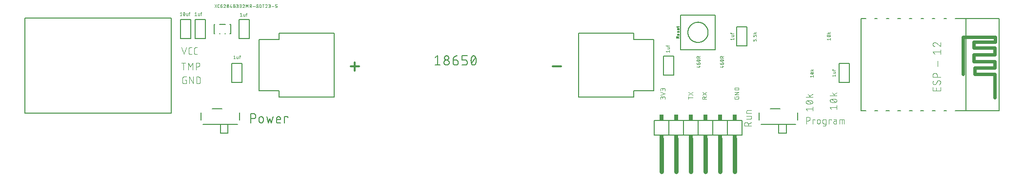
<source format=gbr>
G04 EAGLE Gerber X2 export*
%TF.Part,Single*%
%TF.FileFunction,Legend,Top,1*%
%TF.FilePolarity,Positive*%
%TF.GenerationSoftware,Autodesk,EAGLE,9.1.3*%
%TF.CreationDate,2019-10-04T04:58:18Z*%
G75*
%MOMM*%
%FSLAX34Y34*%
%LPD*%
%AMOC8*
5,1,8,0,0,1.08239X$1,22.5*%
G01*
%ADD10C,0.076200*%
%ADD11C,0.152400*%
%ADD12C,0.101600*%
%ADD13C,0.203200*%
%ADD14C,0.304800*%
%ADD15C,0.127000*%
%ADD16C,0.609600*%
%ADD17C,0.762000*%
%ADD18R,0.762000X0.508000*%
%ADD19R,0.762000X1.016000*%
%ADD20C,0.050800*%


D10*
X894969Y56261D02*
X894969Y58307D01*
X894967Y58396D01*
X894961Y58485D01*
X894951Y58574D01*
X894938Y58662D01*
X894921Y58750D01*
X894899Y58837D01*
X894874Y58922D01*
X894846Y59007D01*
X894813Y59090D01*
X894777Y59172D01*
X894738Y59252D01*
X894695Y59330D01*
X894649Y59406D01*
X894599Y59481D01*
X894546Y59553D01*
X894490Y59622D01*
X894431Y59689D01*
X894370Y59754D01*
X894305Y59815D01*
X894238Y59874D01*
X894169Y59930D01*
X894097Y59983D01*
X894022Y60033D01*
X893946Y60079D01*
X893868Y60122D01*
X893788Y60161D01*
X893706Y60197D01*
X893623Y60230D01*
X893538Y60258D01*
X893453Y60283D01*
X893366Y60305D01*
X893278Y60322D01*
X893190Y60335D01*
X893101Y60345D01*
X893012Y60351D01*
X892923Y60353D01*
X892834Y60351D01*
X892745Y60345D01*
X892656Y60335D01*
X892568Y60322D01*
X892480Y60305D01*
X892393Y60283D01*
X892308Y60258D01*
X892223Y60230D01*
X892140Y60197D01*
X892058Y60161D01*
X891978Y60122D01*
X891900Y60079D01*
X891824Y60033D01*
X891749Y59983D01*
X891677Y59930D01*
X891608Y59874D01*
X891541Y59815D01*
X891476Y59754D01*
X891415Y59689D01*
X891356Y59622D01*
X891300Y59553D01*
X891247Y59481D01*
X891197Y59406D01*
X891151Y59330D01*
X891108Y59252D01*
X891069Y59172D01*
X891033Y59090D01*
X891000Y59007D01*
X890972Y58922D01*
X890947Y58837D01*
X890925Y58750D01*
X890908Y58662D01*
X890895Y58574D01*
X890885Y58485D01*
X890879Y58396D01*
X890877Y58307D01*
X887603Y58716D02*
X887603Y56261D01*
X887603Y58716D02*
X887605Y58795D01*
X887611Y58874D01*
X887620Y58953D01*
X887633Y59031D01*
X887651Y59108D01*
X887671Y59184D01*
X887696Y59259D01*
X887724Y59333D01*
X887755Y59406D01*
X887791Y59477D01*
X887829Y59546D01*
X887871Y59613D01*
X887916Y59678D01*
X887964Y59741D01*
X888015Y59802D01*
X888069Y59859D01*
X888125Y59915D01*
X888184Y59967D01*
X888246Y60017D01*
X888310Y60063D01*
X888376Y60107D01*
X888444Y60147D01*
X888514Y60183D01*
X888586Y60217D01*
X888660Y60247D01*
X888734Y60273D01*
X888810Y60296D01*
X888887Y60314D01*
X888964Y60330D01*
X889043Y60341D01*
X889121Y60349D01*
X889200Y60353D01*
X889280Y60353D01*
X889359Y60349D01*
X889437Y60341D01*
X889516Y60330D01*
X889593Y60314D01*
X889670Y60296D01*
X889746Y60273D01*
X889820Y60247D01*
X889894Y60217D01*
X889966Y60183D01*
X890036Y60147D01*
X890104Y60107D01*
X890170Y60063D01*
X890234Y60017D01*
X890296Y59967D01*
X890355Y59915D01*
X890411Y59859D01*
X890465Y59802D01*
X890516Y59741D01*
X890564Y59678D01*
X890609Y59613D01*
X890651Y59546D01*
X890689Y59477D01*
X890725Y59406D01*
X890756Y59333D01*
X890784Y59259D01*
X890809Y59184D01*
X890829Y59108D01*
X890847Y59031D01*
X890860Y58953D01*
X890869Y58874D01*
X890875Y58795D01*
X890877Y58716D01*
X890877Y57079D01*
X887603Y63167D02*
X894969Y65622D01*
X887603Y68078D01*
X894969Y70891D02*
X894969Y72937D01*
X894967Y73026D01*
X894961Y73115D01*
X894951Y73204D01*
X894938Y73292D01*
X894921Y73380D01*
X894899Y73467D01*
X894874Y73552D01*
X894846Y73637D01*
X894813Y73720D01*
X894777Y73802D01*
X894738Y73882D01*
X894695Y73960D01*
X894649Y74036D01*
X894599Y74111D01*
X894546Y74183D01*
X894490Y74252D01*
X894431Y74319D01*
X894370Y74384D01*
X894305Y74445D01*
X894238Y74504D01*
X894169Y74560D01*
X894097Y74613D01*
X894022Y74663D01*
X893946Y74709D01*
X893868Y74752D01*
X893788Y74791D01*
X893706Y74827D01*
X893623Y74860D01*
X893538Y74888D01*
X893453Y74913D01*
X893366Y74935D01*
X893278Y74952D01*
X893190Y74965D01*
X893101Y74975D01*
X893012Y74981D01*
X892923Y74983D01*
X892834Y74981D01*
X892745Y74975D01*
X892656Y74965D01*
X892568Y74952D01*
X892480Y74935D01*
X892393Y74913D01*
X892308Y74888D01*
X892223Y74860D01*
X892140Y74827D01*
X892058Y74791D01*
X891978Y74752D01*
X891900Y74709D01*
X891824Y74663D01*
X891749Y74613D01*
X891677Y74560D01*
X891608Y74504D01*
X891541Y74445D01*
X891476Y74384D01*
X891415Y74319D01*
X891356Y74252D01*
X891300Y74183D01*
X891247Y74111D01*
X891197Y74036D01*
X891151Y73960D01*
X891108Y73882D01*
X891069Y73802D01*
X891033Y73720D01*
X891000Y73637D01*
X890972Y73552D01*
X890947Y73467D01*
X890925Y73380D01*
X890908Y73292D01*
X890895Y73204D01*
X890885Y73115D01*
X890879Y73026D01*
X890877Y72937D01*
X887603Y73347D02*
X887603Y70891D01*
X887603Y73347D02*
X887605Y73426D01*
X887611Y73505D01*
X887620Y73584D01*
X887633Y73662D01*
X887651Y73739D01*
X887671Y73815D01*
X887696Y73890D01*
X887724Y73964D01*
X887755Y74037D01*
X887791Y74108D01*
X887829Y74177D01*
X887871Y74244D01*
X887916Y74309D01*
X887964Y74372D01*
X888015Y74433D01*
X888069Y74490D01*
X888125Y74546D01*
X888184Y74598D01*
X888246Y74648D01*
X888310Y74694D01*
X888376Y74738D01*
X888444Y74778D01*
X888514Y74814D01*
X888586Y74848D01*
X888660Y74878D01*
X888734Y74904D01*
X888810Y74927D01*
X888887Y74945D01*
X888964Y74961D01*
X889043Y74972D01*
X889121Y74980D01*
X889200Y74984D01*
X889280Y74984D01*
X889359Y74980D01*
X889437Y74972D01*
X889516Y74961D01*
X889593Y74945D01*
X889670Y74927D01*
X889746Y74904D01*
X889820Y74878D01*
X889894Y74848D01*
X889966Y74814D01*
X890036Y74778D01*
X890104Y74738D01*
X890170Y74694D01*
X890234Y74648D01*
X890296Y74598D01*
X890355Y74546D01*
X890411Y74490D01*
X890465Y74433D01*
X890516Y74372D01*
X890564Y74309D01*
X890609Y74244D01*
X890651Y74177D01*
X890689Y74108D01*
X890725Y74037D01*
X890756Y73964D01*
X890784Y73890D01*
X890809Y73815D01*
X890829Y73739D01*
X890847Y73662D01*
X890860Y73584D01*
X890869Y73505D01*
X890875Y73426D01*
X890877Y73347D01*
X890877Y71710D01*
X935863Y58307D02*
X943229Y58307D01*
X935863Y56261D02*
X935863Y60353D01*
X935863Y67590D02*
X943229Y62679D01*
X943229Y67590D02*
X935863Y62679D01*
X959993Y56261D02*
X967359Y56261D01*
X959993Y56261D02*
X959993Y58307D01*
X959995Y58396D01*
X960001Y58485D01*
X960011Y58574D01*
X960024Y58662D01*
X960041Y58750D01*
X960063Y58837D01*
X960088Y58922D01*
X960116Y59007D01*
X960149Y59090D01*
X960185Y59172D01*
X960224Y59252D01*
X960267Y59330D01*
X960313Y59406D01*
X960363Y59481D01*
X960416Y59553D01*
X960472Y59622D01*
X960531Y59689D01*
X960592Y59754D01*
X960657Y59815D01*
X960724Y59874D01*
X960793Y59930D01*
X960865Y59983D01*
X960940Y60033D01*
X961016Y60079D01*
X961094Y60122D01*
X961174Y60161D01*
X961256Y60197D01*
X961339Y60230D01*
X961424Y60258D01*
X961509Y60283D01*
X961596Y60305D01*
X961684Y60322D01*
X961772Y60335D01*
X961861Y60345D01*
X961950Y60351D01*
X962039Y60353D01*
X962128Y60351D01*
X962217Y60345D01*
X962306Y60335D01*
X962394Y60322D01*
X962482Y60305D01*
X962569Y60283D01*
X962654Y60258D01*
X962739Y60230D01*
X962822Y60197D01*
X962904Y60161D01*
X962984Y60122D01*
X963062Y60079D01*
X963138Y60033D01*
X963213Y59983D01*
X963285Y59930D01*
X963354Y59874D01*
X963421Y59815D01*
X963486Y59754D01*
X963547Y59689D01*
X963606Y59622D01*
X963662Y59553D01*
X963715Y59481D01*
X963765Y59406D01*
X963811Y59330D01*
X963854Y59252D01*
X963893Y59172D01*
X963929Y59090D01*
X963962Y59007D01*
X963990Y58922D01*
X964015Y58837D01*
X964037Y58750D01*
X964054Y58662D01*
X964067Y58574D01*
X964077Y58485D01*
X964083Y58396D01*
X964085Y58307D01*
X964085Y56261D01*
X964085Y58716D02*
X967359Y60353D01*
X967359Y63116D02*
X959993Y68026D01*
X959993Y63116D02*
X967359Y68026D01*
X1019147Y60353D02*
X1019147Y59126D01*
X1019147Y60353D02*
X1023239Y60353D01*
X1023239Y57898D01*
X1023237Y57820D01*
X1023232Y57742D01*
X1023222Y57665D01*
X1023209Y57588D01*
X1023193Y57512D01*
X1023173Y57437D01*
X1023149Y57363D01*
X1023122Y57290D01*
X1023091Y57218D01*
X1023057Y57148D01*
X1023020Y57080D01*
X1022979Y57013D01*
X1022935Y56948D01*
X1022889Y56886D01*
X1022839Y56826D01*
X1022787Y56768D01*
X1022732Y56713D01*
X1022674Y56661D01*
X1022614Y56611D01*
X1022552Y56565D01*
X1022487Y56521D01*
X1022421Y56480D01*
X1022352Y56443D01*
X1022282Y56409D01*
X1022210Y56378D01*
X1022137Y56351D01*
X1022063Y56327D01*
X1021988Y56307D01*
X1021912Y56291D01*
X1021835Y56278D01*
X1021758Y56268D01*
X1021680Y56263D01*
X1021602Y56261D01*
X1017510Y56261D01*
X1017430Y56263D01*
X1017350Y56269D01*
X1017270Y56279D01*
X1017191Y56292D01*
X1017112Y56310D01*
X1017035Y56331D01*
X1016959Y56357D01*
X1016884Y56386D01*
X1016810Y56418D01*
X1016738Y56454D01*
X1016668Y56494D01*
X1016601Y56537D01*
X1016535Y56583D01*
X1016472Y56633D01*
X1016411Y56685D01*
X1016352Y56740D01*
X1016297Y56799D01*
X1016245Y56859D01*
X1016195Y56923D01*
X1016149Y56988D01*
X1016106Y57056D01*
X1016066Y57126D01*
X1016030Y57198D01*
X1015998Y57272D01*
X1015969Y57346D01*
X1015944Y57423D01*
X1015922Y57500D01*
X1015904Y57579D01*
X1015891Y57658D01*
X1015881Y57737D01*
X1015875Y57818D01*
X1015873Y57898D01*
X1015873Y60353D01*
X1015873Y64064D02*
X1023239Y64064D01*
X1023239Y68156D02*
X1015873Y64064D01*
X1015873Y68156D02*
X1023239Y68156D01*
X1023239Y71867D02*
X1015873Y71867D01*
X1015873Y73913D01*
X1015875Y74002D01*
X1015881Y74091D01*
X1015891Y74180D01*
X1015904Y74268D01*
X1015921Y74356D01*
X1015943Y74443D01*
X1015968Y74528D01*
X1015996Y74613D01*
X1016029Y74696D01*
X1016065Y74778D01*
X1016104Y74858D01*
X1016147Y74936D01*
X1016193Y75012D01*
X1016243Y75087D01*
X1016296Y75159D01*
X1016352Y75228D01*
X1016411Y75295D01*
X1016472Y75360D01*
X1016537Y75421D01*
X1016604Y75480D01*
X1016673Y75536D01*
X1016745Y75589D01*
X1016820Y75639D01*
X1016896Y75685D01*
X1016974Y75728D01*
X1017054Y75767D01*
X1017136Y75803D01*
X1017219Y75836D01*
X1017304Y75864D01*
X1017389Y75889D01*
X1017476Y75911D01*
X1017564Y75928D01*
X1017652Y75941D01*
X1017741Y75951D01*
X1017830Y75957D01*
X1017919Y75959D01*
X1021193Y75959D01*
X1021282Y75957D01*
X1021371Y75951D01*
X1021460Y75941D01*
X1021548Y75928D01*
X1021636Y75911D01*
X1021723Y75889D01*
X1021808Y75864D01*
X1021893Y75836D01*
X1021976Y75803D01*
X1022058Y75767D01*
X1022138Y75728D01*
X1022216Y75685D01*
X1022292Y75639D01*
X1022367Y75589D01*
X1022439Y75536D01*
X1022508Y75480D01*
X1022575Y75421D01*
X1022640Y75360D01*
X1022701Y75295D01*
X1022760Y75228D01*
X1022816Y75159D01*
X1022869Y75087D01*
X1022919Y75012D01*
X1022965Y74936D01*
X1023008Y74858D01*
X1023047Y74778D01*
X1023083Y74696D01*
X1023116Y74613D01*
X1023144Y74528D01*
X1023169Y74443D01*
X1023191Y74356D01*
X1023208Y74268D01*
X1023221Y74180D01*
X1023231Y74091D01*
X1023237Y74002D01*
X1023239Y73913D01*
X1023239Y71867D01*
D11*
X176022Y30988D02*
X176022Y14732D01*
X176022Y30988D02*
X180538Y30988D01*
X180671Y30986D01*
X180803Y30980D01*
X180935Y30970D01*
X181067Y30957D01*
X181199Y30939D01*
X181329Y30918D01*
X181460Y30893D01*
X181589Y30864D01*
X181717Y30831D01*
X181845Y30795D01*
X181971Y30755D01*
X182096Y30711D01*
X182220Y30663D01*
X182342Y30612D01*
X182463Y30557D01*
X182582Y30499D01*
X182700Y30437D01*
X182815Y30372D01*
X182929Y30303D01*
X183040Y30232D01*
X183149Y30156D01*
X183256Y30078D01*
X183361Y29997D01*
X183463Y29912D01*
X183563Y29825D01*
X183660Y29735D01*
X183755Y29642D01*
X183846Y29546D01*
X183935Y29448D01*
X184021Y29347D01*
X184104Y29243D01*
X184184Y29137D01*
X184260Y29029D01*
X184334Y28919D01*
X184404Y28806D01*
X184471Y28692D01*
X184534Y28575D01*
X184594Y28457D01*
X184651Y28337D01*
X184704Y28215D01*
X184753Y28092D01*
X184799Y27968D01*
X184841Y27842D01*
X184879Y27715D01*
X184914Y27587D01*
X184945Y27458D01*
X184972Y27329D01*
X184995Y27198D01*
X185015Y27067D01*
X185030Y26935D01*
X185042Y26803D01*
X185050Y26671D01*
X185054Y26538D01*
X185054Y26406D01*
X185050Y26273D01*
X185042Y26141D01*
X185030Y26009D01*
X185015Y25877D01*
X184995Y25746D01*
X184972Y25615D01*
X184945Y25486D01*
X184914Y25357D01*
X184879Y25229D01*
X184841Y25102D01*
X184799Y24976D01*
X184753Y24852D01*
X184704Y24729D01*
X184651Y24607D01*
X184594Y24487D01*
X184534Y24369D01*
X184471Y24252D01*
X184404Y24138D01*
X184334Y24025D01*
X184260Y23915D01*
X184184Y23807D01*
X184104Y23701D01*
X184021Y23597D01*
X183935Y23496D01*
X183846Y23398D01*
X183755Y23302D01*
X183660Y23209D01*
X183563Y23119D01*
X183463Y23032D01*
X183361Y22947D01*
X183256Y22866D01*
X183149Y22788D01*
X183040Y22712D01*
X182929Y22641D01*
X182815Y22572D01*
X182700Y22507D01*
X182582Y22445D01*
X182463Y22387D01*
X182342Y22332D01*
X182220Y22281D01*
X182096Y22233D01*
X181971Y22189D01*
X181845Y22149D01*
X181717Y22113D01*
X181589Y22080D01*
X181460Y22051D01*
X181329Y22026D01*
X181199Y22005D01*
X181067Y21987D01*
X180935Y21974D01*
X180803Y21964D01*
X180671Y21958D01*
X180538Y21956D01*
X180538Y21957D02*
X176022Y21957D01*
X190782Y21957D02*
X190782Y18344D01*
X190783Y21957D02*
X190785Y22076D01*
X190791Y22196D01*
X190801Y22315D01*
X190815Y22433D01*
X190832Y22552D01*
X190854Y22669D01*
X190879Y22786D01*
X190909Y22901D01*
X190942Y23016D01*
X190979Y23130D01*
X191019Y23242D01*
X191064Y23353D01*
X191112Y23462D01*
X191163Y23570D01*
X191218Y23676D01*
X191277Y23780D01*
X191339Y23882D01*
X191404Y23982D01*
X191473Y24080D01*
X191545Y24176D01*
X191620Y24269D01*
X191697Y24359D01*
X191778Y24447D01*
X191862Y24532D01*
X191949Y24614D01*
X192038Y24694D01*
X192130Y24770D01*
X192224Y24844D01*
X192321Y24914D01*
X192419Y24981D01*
X192520Y25045D01*
X192624Y25105D01*
X192729Y25162D01*
X192836Y25215D01*
X192944Y25265D01*
X193054Y25311D01*
X193166Y25353D01*
X193279Y25392D01*
X193393Y25427D01*
X193508Y25458D01*
X193625Y25486D01*
X193742Y25509D01*
X193859Y25529D01*
X193978Y25545D01*
X194097Y25557D01*
X194216Y25565D01*
X194335Y25569D01*
X194455Y25569D01*
X194574Y25565D01*
X194693Y25557D01*
X194812Y25545D01*
X194931Y25529D01*
X195048Y25509D01*
X195165Y25486D01*
X195282Y25458D01*
X195397Y25427D01*
X195511Y25392D01*
X195624Y25353D01*
X195736Y25311D01*
X195846Y25265D01*
X195954Y25215D01*
X196061Y25162D01*
X196166Y25105D01*
X196270Y25045D01*
X196371Y24981D01*
X196469Y24914D01*
X196566Y24844D01*
X196660Y24770D01*
X196752Y24694D01*
X196841Y24614D01*
X196928Y24532D01*
X197012Y24447D01*
X197093Y24359D01*
X197170Y24269D01*
X197245Y24176D01*
X197317Y24080D01*
X197386Y23982D01*
X197451Y23882D01*
X197513Y23780D01*
X197572Y23676D01*
X197627Y23570D01*
X197678Y23462D01*
X197726Y23353D01*
X197771Y23242D01*
X197811Y23130D01*
X197848Y23016D01*
X197881Y22901D01*
X197911Y22786D01*
X197936Y22669D01*
X197958Y22552D01*
X197975Y22433D01*
X197989Y22315D01*
X197999Y22196D01*
X198005Y22076D01*
X198007Y21957D01*
X198007Y18344D01*
X198005Y18225D01*
X197999Y18105D01*
X197989Y17986D01*
X197975Y17868D01*
X197958Y17749D01*
X197936Y17632D01*
X197911Y17515D01*
X197881Y17400D01*
X197848Y17285D01*
X197811Y17171D01*
X197771Y17059D01*
X197726Y16948D01*
X197678Y16839D01*
X197627Y16731D01*
X197572Y16625D01*
X197513Y16521D01*
X197451Y16419D01*
X197386Y16319D01*
X197317Y16221D01*
X197245Y16125D01*
X197170Y16032D01*
X197093Y15942D01*
X197012Y15854D01*
X196928Y15769D01*
X196841Y15687D01*
X196752Y15607D01*
X196660Y15531D01*
X196566Y15457D01*
X196469Y15387D01*
X196371Y15320D01*
X196270Y15256D01*
X196166Y15196D01*
X196061Y15139D01*
X195954Y15086D01*
X195846Y15036D01*
X195736Y14990D01*
X195624Y14948D01*
X195511Y14909D01*
X195397Y14874D01*
X195282Y14843D01*
X195165Y14815D01*
X195048Y14792D01*
X194931Y14772D01*
X194812Y14756D01*
X194693Y14744D01*
X194574Y14736D01*
X194455Y14732D01*
X194335Y14732D01*
X194216Y14736D01*
X194097Y14744D01*
X193978Y14756D01*
X193859Y14772D01*
X193742Y14792D01*
X193625Y14815D01*
X193508Y14843D01*
X193393Y14874D01*
X193279Y14909D01*
X193166Y14948D01*
X193054Y14990D01*
X192944Y15036D01*
X192836Y15086D01*
X192729Y15139D01*
X192624Y15196D01*
X192520Y15256D01*
X192419Y15320D01*
X192321Y15387D01*
X192224Y15457D01*
X192130Y15531D01*
X192038Y15607D01*
X191949Y15687D01*
X191862Y15769D01*
X191778Y15854D01*
X191697Y15942D01*
X191620Y16032D01*
X191545Y16125D01*
X191473Y16221D01*
X191404Y16319D01*
X191339Y16419D01*
X191277Y16521D01*
X191218Y16625D01*
X191163Y16731D01*
X191112Y16839D01*
X191064Y16948D01*
X191019Y17059D01*
X190979Y17171D01*
X190942Y17285D01*
X190909Y17400D01*
X190879Y17515D01*
X190854Y17632D01*
X190832Y17749D01*
X190815Y17868D01*
X190801Y17986D01*
X190791Y18105D01*
X190785Y18225D01*
X190783Y18344D01*
X204086Y25569D02*
X206796Y14732D01*
X209505Y21957D01*
X212214Y14732D01*
X214924Y25569D01*
X223712Y14732D02*
X228228Y14732D01*
X223712Y14732D02*
X223611Y14734D01*
X223510Y14740D01*
X223409Y14749D01*
X223308Y14762D01*
X223208Y14779D01*
X223109Y14800D01*
X223011Y14824D01*
X222914Y14852D01*
X222817Y14884D01*
X222722Y14919D01*
X222629Y14958D01*
X222537Y15000D01*
X222446Y15046D01*
X222358Y15095D01*
X222271Y15147D01*
X222186Y15203D01*
X222103Y15261D01*
X222023Y15323D01*
X221945Y15388D01*
X221869Y15455D01*
X221796Y15525D01*
X221726Y15598D01*
X221659Y15674D01*
X221594Y15752D01*
X221532Y15832D01*
X221474Y15915D01*
X221418Y16000D01*
X221366Y16086D01*
X221317Y16175D01*
X221271Y16266D01*
X221229Y16358D01*
X221190Y16451D01*
X221155Y16546D01*
X221123Y16643D01*
X221095Y16740D01*
X221071Y16838D01*
X221050Y16937D01*
X221033Y17037D01*
X221020Y17138D01*
X221011Y17239D01*
X221005Y17340D01*
X221003Y17441D01*
X221003Y21957D01*
X221005Y22076D01*
X221011Y22196D01*
X221021Y22315D01*
X221035Y22433D01*
X221052Y22552D01*
X221074Y22669D01*
X221099Y22786D01*
X221129Y22901D01*
X221162Y23016D01*
X221199Y23130D01*
X221239Y23242D01*
X221284Y23353D01*
X221332Y23462D01*
X221383Y23570D01*
X221438Y23676D01*
X221497Y23780D01*
X221559Y23882D01*
X221624Y23982D01*
X221693Y24080D01*
X221765Y24176D01*
X221840Y24269D01*
X221917Y24359D01*
X221998Y24447D01*
X222082Y24532D01*
X222169Y24614D01*
X222258Y24694D01*
X222350Y24770D01*
X222444Y24844D01*
X222541Y24914D01*
X222639Y24981D01*
X222740Y25045D01*
X222844Y25105D01*
X222949Y25162D01*
X223056Y25215D01*
X223164Y25265D01*
X223274Y25311D01*
X223386Y25353D01*
X223499Y25392D01*
X223613Y25427D01*
X223728Y25458D01*
X223845Y25486D01*
X223962Y25509D01*
X224079Y25529D01*
X224198Y25545D01*
X224317Y25557D01*
X224436Y25565D01*
X224555Y25569D01*
X224675Y25569D01*
X224794Y25565D01*
X224913Y25557D01*
X225032Y25545D01*
X225151Y25529D01*
X225268Y25509D01*
X225385Y25486D01*
X225502Y25458D01*
X225617Y25427D01*
X225731Y25392D01*
X225844Y25353D01*
X225956Y25311D01*
X226066Y25265D01*
X226174Y25215D01*
X226281Y25162D01*
X226386Y25105D01*
X226490Y25045D01*
X226591Y24981D01*
X226689Y24914D01*
X226786Y24844D01*
X226880Y24770D01*
X226972Y24694D01*
X227061Y24614D01*
X227148Y24532D01*
X227232Y24447D01*
X227313Y24359D01*
X227390Y24269D01*
X227465Y24176D01*
X227537Y24080D01*
X227606Y23982D01*
X227671Y23882D01*
X227733Y23780D01*
X227792Y23676D01*
X227847Y23570D01*
X227898Y23462D01*
X227946Y23353D01*
X227991Y23242D01*
X228031Y23130D01*
X228068Y23016D01*
X228101Y22901D01*
X228131Y22786D01*
X228156Y22669D01*
X228178Y22552D01*
X228195Y22433D01*
X228209Y22315D01*
X228219Y22196D01*
X228225Y22076D01*
X228227Y21957D01*
X228228Y21957D02*
X228228Y20151D01*
X221003Y20151D01*
X235156Y14732D02*
X235156Y25569D01*
X240574Y25569D01*
X240574Y23763D01*
X496062Y127706D02*
X500578Y131318D01*
X500578Y115062D01*
X505093Y115062D02*
X496062Y115062D01*
X511693Y119578D02*
X511695Y119711D01*
X511701Y119843D01*
X511711Y119975D01*
X511724Y120107D01*
X511742Y120239D01*
X511763Y120369D01*
X511788Y120500D01*
X511817Y120629D01*
X511850Y120757D01*
X511886Y120885D01*
X511926Y121011D01*
X511970Y121136D01*
X512018Y121260D01*
X512069Y121382D01*
X512124Y121503D01*
X512182Y121622D01*
X512244Y121740D01*
X512309Y121855D01*
X512378Y121969D01*
X512449Y122080D01*
X512525Y122189D01*
X512603Y122296D01*
X512684Y122401D01*
X512769Y122503D01*
X512856Y122603D01*
X512946Y122700D01*
X513039Y122795D01*
X513135Y122886D01*
X513233Y122975D01*
X513334Y123061D01*
X513438Y123144D01*
X513544Y123224D01*
X513652Y123300D01*
X513762Y123374D01*
X513875Y123444D01*
X513989Y123511D01*
X514106Y123574D01*
X514224Y123634D01*
X514344Y123691D01*
X514466Y123744D01*
X514589Y123793D01*
X514713Y123839D01*
X514839Y123881D01*
X514966Y123919D01*
X515094Y123954D01*
X515223Y123985D01*
X515352Y124012D01*
X515483Y124035D01*
X515614Y124055D01*
X515746Y124070D01*
X515878Y124082D01*
X516010Y124090D01*
X516143Y124094D01*
X516275Y124094D01*
X516408Y124090D01*
X516540Y124082D01*
X516672Y124070D01*
X516804Y124055D01*
X516935Y124035D01*
X517066Y124012D01*
X517195Y123985D01*
X517324Y123954D01*
X517452Y123919D01*
X517579Y123881D01*
X517705Y123839D01*
X517829Y123793D01*
X517952Y123744D01*
X518074Y123691D01*
X518194Y123634D01*
X518312Y123574D01*
X518429Y123511D01*
X518543Y123444D01*
X518656Y123374D01*
X518766Y123300D01*
X518874Y123224D01*
X518980Y123144D01*
X519084Y123061D01*
X519185Y122975D01*
X519283Y122886D01*
X519379Y122795D01*
X519472Y122700D01*
X519562Y122603D01*
X519649Y122503D01*
X519734Y122401D01*
X519815Y122296D01*
X519893Y122189D01*
X519969Y122080D01*
X520040Y121969D01*
X520109Y121855D01*
X520174Y121740D01*
X520236Y121622D01*
X520294Y121503D01*
X520349Y121382D01*
X520400Y121260D01*
X520448Y121136D01*
X520492Y121011D01*
X520532Y120885D01*
X520568Y120757D01*
X520601Y120629D01*
X520630Y120500D01*
X520655Y120369D01*
X520676Y120239D01*
X520694Y120107D01*
X520707Y119975D01*
X520717Y119843D01*
X520723Y119711D01*
X520725Y119578D01*
X520723Y119445D01*
X520717Y119313D01*
X520707Y119181D01*
X520694Y119049D01*
X520676Y118917D01*
X520655Y118787D01*
X520630Y118656D01*
X520601Y118527D01*
X520568Y118399D01*
X520532Y118271D01*
X520492Y118145D01*
X520448Y118020D01*
X520400Y117896D01*
X520349Y117774D01*
X520294Y117653D01*
X520236Y117534D01*
X520174Y117416D01*
X520109Y117301D01*
X520040Y117187D01*
X519969Y117076D01*
X519893Y116967D01*
X519815Y116860D01*
X519734Y116755D01*
X519649Y116653D01*
X519562Y116553D01*
X519472Y116456D01*
X519379Y116361D01*
X519283Y116270D01*
X519185Y116181D01*
X519084Y116095D01*
X518980Y116012D01*
X518874Y115932D01*
X518766Y115856D01*
X518656Y115782D01*
X518543Y115712D01*
X518429Y115645D01*
X518312Y115582D01*
X518194Y115522D01*
X518074Y115465D01*
X517952Y115412D01*
X517829Y115363D01*
X517705Y115317D01*
X517579Y115275D01*
X517452Y115237D01*
X517324Y115202D01*
X517195Y115171D01*
X517066Y115144D01*
X516935Y115121D01*
X516804Y115101D01*
X516672Y115086D01*
X516540Y115074D01*
X516408Y115066D01*
X516275Y115062D01*
X516143Y115062D01*
X516010Y115066D01*
X515878Y115074D01*
X515746Y115086D01*
X515614Y115101D01*
X515483Y115121D01*
X515352Y115144D01*
X515223Y115171D01*
X515094Y115202D01*
X514966Y115237D01*
X514839Y115275D01*
X514713Y115317D01*
X514589Y115363D01*
X514466Y115412D01*
X514344Y115465D01*
X514224Y115522D01*
X514106Y115582D01*
X513989Y115645D01*
X513875Y115712D01*
X513762Y115782D01*
X513652Y115856D01*
X513544Y115932D01*
X513438Y116012D01*
X513334Y116095D01*
X513233Y116181D01*
X513135Y116270D01*
X513039Y116361D01*
X512946Y116456D01*
X512856Y116553D01*
X512769Y116653D01*
X512684Y116755D01*
X512603Y116860D01*
X512525Y116967D01*
X512449Y117076D01*
X512378Y117187D01*
X512309Y117301D01*
X512244Y117416D01*
X512182Y117534D01*
X512124Y117653D01*
X512069Y117774D01*
X512018Y117896D01*
X511970Y118020D01*
X511926Y118145D01*
X511886Y118271D01*
X511850Y118399D01*
X511817Y118527D01*
X511788Y118656D01*
X511763Y118787D01*
X511742Y118917D01*
X511724Y119049D01*
X511711Y119181D01*
X511701Y119313D01*
X511695Y119445D01*
X511693Y119578D01*
X512597Y127706D02*
X512599Y127825D01*
X512605Y127945D01*
X512615Y128064D01*
X512629Y128182D01*
X512646Y128301D01*
X512668Y128418D01*
X512693Y128535D01*
X512723Y128650D01*
X512756Y128765D01*
X512793Y128879D01*
X512833Y128991D01*
X512878Y129102D01*
X512926Y129211D01*
X512977Y129319D01*
X513032Y129425D01*
X513091Y129529D01*
X513153Y129631D01*
X513218Y129731D01*
X513287Y129829D01*
X513359Y129925D01*
X513434Y130018D01*
X513511Y130108D01*
X513592Y130196D01*
X513676Y130281D01*
X513763Y130363D01*
X513852Y130443D01*
X513944Y130519D01*
X514038Y130593D01*
X514135Y130663D01*
X514233Y130730D01*
X514334Y130794D01*
X514438Y130854D01*
X514543Y130911D01*
X514650Y130964D01*
X514758Y131014D01*
X514868Y131060D01*
X514980Y131102D01*
X515093Y131141D01*
X515207Y131176D01*
X515322Y131207D01*
X515439Y131235D01*
X515556Y131258D01*
X515673Y131278D01*
X515792Y131294D01*
X515911Y131306D01*
X516030Y131314D01*
X516149Y131318D01*
X516269Y131318D01*
X516388Y131314D01*
X516507Y131306D01*
X516626Y131294D01*
X516745Y131278D01*
X516862Y131258D01*
X516979Y131235D01*
X517096Y131207D01*
X517211Y131176D01*
X517325Y131141D01*
X517438Y131102D01*
X517550Y131060D01*
X517660Y131014D01*
X517768Y130964D01*
X517875Y130911D01*
X517980Y130854D01*
X518084Y130794D01*
X518185Y130730D01*
X518283Y130663D01*
X518380Y130593D01*
X518474Y130519D01*
X518566Y130443D01*
X518655Y130363D01*
X518742Y130281D01*
X518826Y130196D01*
X518907Y130108D01*
X518984Y130018D01*
X519059Y129925D01*
X519131Y129829D01*
X519200Y129731D01*
X519265Y129631D01*
X519327Y129529D01*
X519386Y129425D01*
X519441Y129319D01*
X519492Y129211D01*
X519540Y129102D01*
X519585Y128991D01*
X519625Y128879D01*
X519662Y128765D01*
X519695Y128650D01*
X519725Y128535D01*
X519750Y128418D01*
X519772Y128301D01*
X519789Y128182D01*
X519803Y128064D01*
X519813Y127945D01*
X519819Y127825D01*
X519821Y127706D01*
X519819Y127587D01*
X519813Y127467D01*
X519803Y127348D01*
X519789Y127230D01*
X519772Y127111D01*
X519750Y126994D01*
X519725Y126877D01*
X519695Y126762D01*
X519662Y126647D01*
X519625Y126533D01*
X519585Y126421D01*
X519540Y126310D01*
X519492Y126201D01*
X519441Y126093D01*
X519386Y125987D01*
X519327Y125883D01*
X519265Y125781D01*
X519200Y125681D01*
X519131Y125583D01*
X519059Y125487D01*
X518984Y125394D01*
X518907Y125304D01*
X518826Y125216D01*
X518742Y125131D01*
X518655Y125049D01*
X518566Y124969D01*
X518474Y124893D01*
X518380Y124819D01*
X518283Y124749D01*
X518185Y124682D01*
X518084Y124618D01*
X517980Y124558D01*
X517875Y124501D01*
X517768Y124448D01*
X517660Y124398D01*
X517550Y124352D01*
X517438Y124310D01*
X517325Y124271D01*
X517211Y124236D01*
X517096Y124205D01*
X516979Y124177D01*
X516862Y124154D01*
X516745Y124134D01*
X516626Y124118D01*
X516507Y124106D01*
X516388Y124098D01*
X516269Y124094D01*
X516149Y124094D01*
X516030Y124098D01*
X515911Y124106D01*
X515792Y124118D01*
X515673Y124134D01*
X515556Y124154D01*
X515439Y124177D01*
X515322Y124205D01*
X515207Y124236D01*
X515093Y124271D01*
X514980Y124310D01*
X514868Y124352D01*
X514758Y124398D01*
X514650Y124448D01*
X514543Y124501D01*
X514438Y124558D01*
X514334Y124618D01*
X514233Y124682D01*
X514135Y124749D01*
X514038Y124819D01*
X513944Y124893D01*
X513852Y124969D01*
X513763Y125049D01*
X513676Y125131D01*
X513592Y125216D01*
X513511Y125304D01*
X513434Y125394D01*
X513359Y125487D01*
X513287Y125583D01*
X513218Y125681D01*
X513153Y125781D01*
X513091Y125883D01*
X513032Y125987D01*
X512977Y126093D01*
X512926Y126201D01*
X512878Y126310D01*
X512833Y126421D01*
X512793Y126533D01*
X512756Y126647D01*
X512723Y126762D01*
X512693Y126877D01*
X512668Y126994D01*
X512646Y127111D01*
X512629Y127230D01*
X512615Y127348D01*
X512605Y127467D01*
X512599Y127587D01*
X512597Y127706D01*
X527324Y124093D02*
X532743Y124093D01*
X532861Y124091D01*
X532979Y124085D01*
X533097Y124076D01*
X533214Y124062D01*
X533331Y124045D01*
X533448Y124024D01*
X533563Y123999D01*
X533678Y123970D01*
X533792Y123937D01*
X533904Y123901D01*
X534015Y123861D01*
X534125Y123818D01*
X534234Y123771D01*
X534341Y123721D01*
X534446Y123666D01*
X534549Y123609D01*
X534650Y123548D01*
X534750Y123484D01*
X534847Y123417D01*
X534942Y123347D01*
X535034Y123273D01*
X535125Y123197D01*
X535212Y123117D01*
X535297Y123035D01*
X535379Y122950D01*
X535459Y122863D01*
X535535Y122772D01*
X535609Y122680D01*
X535679Y122585D01*
X535746Y122488D01*
X535810Y122388D01*
X535871Y122287D01*
X535928Y122184D01*
X535983Y122079D01*
X536033Y121972D01*
X536080Y121863D01*
X536123Y121753D01*
X536163Y121642D01*
X536199Y121530D01*
X536232Y121416D01*
X536261Y121301D01*
X536286Y121186D01*
X536307Y121069D01*
X536324Y120952D01*
X536338Y120835D01*
X536347Y120717D01*
X536353Y120599D01*
X536355Y120481D01*
X536356Y120481D02*
X536356Y119578D01*
X536354Y119445D01*
X536348Y119313D01*
X536338Y119181D01*
X536325Y119049D01*
X536307Y118917D01*
X536286Y118787D01*
X536261Y118656D01*
X536232Y118527D01*
X536199Y118399D01*
X536163Y118271D01*
X536123Y118145D01*
X536079Y118020D01*
X536031Y117896D01*
X535980Y117774D01*
X535925Y117653D01*
X535867Y117534D01*
X535805Y117416D01*
X535740Y117301D01*
X535671Y117187D01*
X535600Y117076D01*
X535524Y116967D01*
X535446Y116860D01*
X535365Y116755D01*
X535280Y116653D01*
X535193Y116553D01*
X535103Y116456D01*
X535010Y116361D01*
X534914Y116270D01*
X534816Y116181D01*
X534715Y116095D01*
X534611Y116012D01*
X534505Y115932D01*
X534397Y115856D01*
X534287Y115782D01*
X534174Y115712D01*
X534060Y115645D01*
X533943Y115582D01*
X533825Y115522D01*
X533705Y115465D01*
X533583Y115412D01*
X533460Y115363D01*
X533336Y115317D01*
X533210Y115275D01*
X533083Y115237D01*
X532955Y115202D01*
X532826Y115171D01*
X532697Y115144D01*
X532566Y115121D01*
X532435Y115101D01*
X532303Y115086D01*
X532171Y115074D01*
X532039Y115066D01*
X531906Y115062D01*
X531774Y115062D01*
X531641Y115066D01*
X531509Y115074D01*
X531377Y115086D01*
X531245Y115101D01*
X531114Y115121D01*
X530983Y115144D01*
X530854Y115171D01*
X530725Y115202D01*
X530597Y115237D01*
X530470Y115275D01*
X530344Y115317D01*
X530220Y115363D01*
X530097Y115412D01*
X529975Y115465D01*
X529855Y115522D01*
X529737Y115582D01*
X529620Y115645D01*
X529506Y115712D01*
X529393Y115782D01*
X529283Y115856D01*
X529175Y115932D01*
X529069Y116012D01*
X528965Y116095D01*
X528864Y116181D01*
X528766Y116270D01*
X528670Y116361D01*
X528577Y116456D01*
X528487Y116553D01*
X528400Y116653D01*
X528315Y116755D01*
X528234Y116860D01*
X528156Y116967D01*
X528080Y117076D01*
X528009Y117187D01*
X527940Y117301D01*
X527875Y117416D01*
X527813Y117534D01*
X527755Y117653D01*
X527700Y117774D01*
X527649Y117896D01*
X527601Y118020D01*
X527557Y118145D01*
X527517Y118271D01*
X527481Y118399D01*
X527448Y118527D01*
X527419Y118656D01*
X527394Y118787D01*
X527373Y118917D01*
X527355Y119049D01*
X527342Y119181D01*
X527332Y119313D01*
X527326Y119445D01*
X527324Y119578D01*
X527324Y124093D01*
X527326Y124270D01*
X527333Y124448D01*
X527344Y124625D01*
X527359Y124801D01*
X527378Y124977D01*
X527402Y125153D01*
X527430Y125328D01*
X527463Y125503D01*
X527500Y125676D01*
X527541Y125849D01*
X527586Y126020D01*
X527635Y126190D01*
X527689Y126359D01*
X527746Y126527D01*
X527808Y126693D01*
X527874Y126858D01*
X527944Y127021D01*
X528018Y127182D01*
X528095Y127341D01*
X528177Y127499D01*
X528263Y127654D01*
X528352Y127807D01*
X528445Y127958D01*
X528542Y128107D01*
X528642Y128253D01*
X528746Y128397D01*
X528853Y128538D01*
X528964Y128676D01*
X529078Y128812D01*
X529196Y128945D01*
X529316Y129075D01*
X529440Y129202D01*
X529567Y129326D01*
X529697Y129446D01*
X529830Y129564D01*
X529965Y129678D01*
X530104Y129789D01*
X530245Y129896D01*
X530389Y130000D01*
X530535Y130100D01*
X530684Y130197D01*
X530835Y130290D01*
X530988Y130379D01*
X531143Y130465D01*
X531301Y130547D01*
X531460Y130624D01*
X531621Y130698D01*
X531784Y130768D01*
X531949Y130834D01*
X532115Y130896D01*
X532283Y130953D01*
X532452Y131007D01*
X532622Y131056D01*
X532793Y131101D01*
X532966Y131142D01*
X533139Y131179D01*
X533314Y131212D01*
X533489Y131240D01*
X533665Y131264D01*
X533841Y131283D01*
X534017Y131298D01*
X534194Y131309D01*
X534372Y131316D01*
X534549Y131318D01*
X542956Y115062D02*
X548374Y115062D01*
X548492Y115064D01*
X548610Y115070D01*
X548728Y115079D01*
X548845Y115093D01*
X548962Y115110D01*
X549079Y115131D01*
X549194Y115156D01*
X549309Y115185D01*
X549423Y115218D01*
X549535Y115254D01*
X549646Y115294D01*
X549756Y115337D01*
X549865Y115384D01*
X549972Y115434D01*
X550077Y115489D01*
X550180Y115546D01*
X550281Y115607D01*
X550381Y115671D01*
X550478Y115738D01*
X550573Y115808D01*
X550665Y115882D01*
X550756Y115958D01*
X550843Y116038D01*
X550928Y116120D01*
X551010Y116205D01*
X551090Y116292D01*
X551166Y116383D01*
X551240Y116475D01*
X551310Y116570D01*
X551377Y116667D01*
X551441Y116767D01*
X551502Y116868D01*
X551559Y116971D01*
X551614Y117076D01*
X551664Y117183D01*
X551711Y117292D01*
X551754Y117402D01*
X551794Y117513D01*
X551830Y117625D01*
X551863Y117739D01*
X551892Y117854D01*
X551917Y117969D01*
X551938Y118086D01*
X551955Y118203D01*
X551969Y118320D01*
X551978Y118438D01*
X551984Y118556D01*
X551986Y118674D01*
X551987Y118674D02*
X551987Y120481D01*
X551986Y120481D02*
X551984Y120599D01*
X551978Y120717D01*
X551969Y120835D01*
X551955Y120952D01*
X551938Y121069D01*
X551917Y121186D01*
X551892Y121301D01*
X551863Y121416D01*
X551830Y121530D01*
X551794Y121642D01*
X551754Y121753D01*
X551711Y121863D01*
X551664Y121972D01*
X551614Y122079D01*
X551559Y122184D01*
X551502Y122287D01*
X551441Y122388D01*
X551377Y122488D01*
X551310Y122585D01*
X551240Y122680D01*
X551166Y122772D01*
X551090Y122863D01*
X551010Y122950D01*
X550928Y123035D01*
X550843Y123117D01*
X550756Y123197D01*
X550665Y123273D01*
X550573Y123347D01*
X550478Y123417D01*
X550381Y123484D01*
X550281Y123548D01*
X550180Y123609D01*
X550077Y123666D01*
X549972Y123721D01*
X549865Y123771D01*
X549756Y123818D01*
X549646Y123861D01*
X549535Y123901D01*
X549423Y123937D01*
X549309Y123970D01*
X549194Y123999D01*
X549079Y124024D01*
X548962Y124045D01*
X548845Y124062D01*
X548728Y124076D01*
X548610Y124085D01*
X548492Y124091D01*
X548374Y124093D01*
X542956Y124093D01*
X542956Y131318D01*
X551987Y131318D01*
X559942Y129060D02*
X559805Y128771D01*
X559675Y128479D01*
X559552Y128183D01*
X559437Y127885D01*
X559328Y127584D01*
X559227Y127281D01*
X559133Y126975D01*
X559046Y126668D01*
X558967Y126358D01*
X558895Y126046D01*
X558831Y125733D01*
X558774Y125418D01*
X558724Y125102D01*
X558682Y124785D01*
X558648Y124467D01*
X558621Y124149D01*
X558602Y123829D01*
X558591Y123510D01*
X558587Y123190D01*
X559941Y129061D02*
X559980Y129169D01*
X560023Y129276D01*
X560069Y129381D01*
X560120Y129485D01*
X560173Y129587D01*
X560230Y129687D01*
X560291Y129785D01*
X560355Y129880D01*
X560422Y129974D01*
X560493Y130065D01*
X560566Y130154D01*
X560643Y130240D01*
X560722Y130323D01*
X560804Y130404D01*
X560889Y130482D01*
X560977Y130556D01*
X561067Y130628D01*
X561159Y130696D01*
X561254Y130762D01*
X561351Y130824D01*
X561450Y130882D01*
X561552Y130938D01*
X561654Y130989D01*
X561759Y131037D01*
X561865Y131082D01*
X561973Y131123D01*
X562082Y131160D01*
X562192Y131193D01*
X562304Y131222D01*
X562416Y131248D01*
X562529Y131270D01*
X562643Y131287D01*
X562757Y131301D01*
X562872Y131311D01*
X562987Y131317D01*
X563102Y131319D01*
X563102Y131318D02*
X563217Y131316D01*
X563332Y131310D01*
X563447Y131300D01*
X563561Y131286D01*
X563675Y131269D01*
X563788Y131247D01*
X563900Y131221D01*
X564012Y131192D01*
X564122Y131159D01*
X564231Y131122D01*
X564339Y131081D01*
X564445Y131036D01*
X564550Y130988D01*
X564652Y130937D01*
X564753Y130881D01*
X564853Y130823D01*
X564950Y130761D01*
X565044Y130696D01*
X565137Y130627D01*
X565227Y130555D01*
X565315Y130481D01*
X565400Y130403D01*
X565482Y130322D01*
X565561Y130239D01*
X565638Y130153D01*
X565711Y130064D01*
X565782Y129973D01*
X565849Y129879D01*
X565913Y129784D01*
X565974Y129686D01*
X566031Y129586D01*
X566084Y129484D01*
X566135Y129380D01*
X566181Y129275D01*
X566224Y129168D01*
X566263Y129060D01*
X566400Y128771D01*
X566530Y128479D01*
X566653Y128183D01*
X566768Y127885D01*
X566877Y127584D01*
X566978Y127281D01*
X567072Y126975D01*
X567159Y126668D01*
X567238Y126358D01*
X567310Y126046D01*
X567374Y125733D01*
X567431Y125418D01*
X567481Y125102D01*
X567523Y124785D01*
X567557Y124467D01*
X567584Y124149D01*
X567603Y123829D01*
X567614Y123510D01*
X567618Y123190D01*
X558587Y123190D02*
X558591Y122870D01*
X558602Y122551D01*
X558621Y122231D01*
X558648Y121913D01*
X558682Y121595D01*
X558724Y121278D01*
X558774Y120962D01*
X558831Y120647D01*
X558895Y120334D01*
X558967Y120022D01*
X559046Y119712D01*
X559133Y119405D01*
X559227Y119099D01*
X559328Y118796D01*
X559437Y118495D01*
X559552Y118197D01*
X559675Y117901D01*
X559805Y117609D01*
X559942Y117320D01*
X559941Y117320D02*
X559980Y117212D01*
X560023Y117105D01*
X560069Y117000D01*
X560120Y116896D01*
X560173Y116794D01*
X560230Y116694D01*
X560291Y116596D01*
X560355Y116501D01*
X560422Y116407D01*
X560493Y116316D01*
X560566Y116227D01*
X560643Y116141D01*
X560722Y116058D01*
X560804Y115977D01*
X560889Y115899D01*
X560977Y115825D01*
X561067Y115753D01*
X561160Y115684D01*
X561254Y115619D01*
X561351Y115557D01*
X561451Y115499D01*
X561552Y115443D01*
X561654Y115392D01*
X561759Y115344D01*
X561865Y115299D01*
X561973Y115258D01*
X562082Y115221D01*
X562192Y115188D01*
X562304Y115159D01*
X562416Y115133D01*
X562529Y115111D01*
X562643Y115094D01*
X562757Y115080D01*
X562872Y115070D01*
X562987Y115064D01*
X563102Y115062D01*
X566263Y117320D02*
X566400Y117609D01*
X566530Y117901D01*
X566653Y118197D01*
X566768Y118495D01*
X566877Y118796D01*
X566978Y119099D01*
X567072Y119405D01*
X567159Y119712D01*
X567238Y120022D01*
X567310Y120334D01*
X567374Y120647D01*
X567431Y120962D01*
X567481Y121278D01*
X567523Y121595D01*
X567557Y121913D01*
X567584Y122231D01*
X567603Y122551D01*
X567614Y122870D01*
X567618Y123190D01*
X566263Y117320D02*
X566224Y117212D01*
X566181Y117105D01*
X566135Y117000D01*
X566084Y116896D01*
X566031Y116794D01*
X565974Y116694D01*
X565913Y116596D01*
X565849Y116501D01*
X565782Y116407D01*
X565711Y116316D01*
X565638Y116227D01*
X565561Y116141D01*
X565482Y116058D01*
X565400Y115977D01*
X565315Y115899D01*
X565227Y115825D01*
X565137Y115753D01*
X565044Y115684D01*
X564950Y115619D01*
X564853Y115557D01*
X564753Y115499D01*
X564652Y115443D01*
X564549Y115392D01*
X564445Y115344D01*
X564339Y115299D01*
X564231Y115258D01*
X564122Y115221D01*
X564012Y115188D01*
X563900Y115159D01*
X563788Y115133D01*
X563675Y115111D01*
X563561Y115094D01*
X563447Y115080D01*
X563332Y115070D01*
X563217Y115064D01*
X563102Y115062D01*
X559490Y118674D02*
X566715Y127706D01*
D12*
X64149Y89549D02*
X62202Y89549D01*
X64149Y89549D02*
X64149Y83058D01*
X60254Y83058D01*
X60155Y83060D01*
X60055Y83066D01*
X59956Y83075D01*
X59858Y83088D01*
X59760Y83105D01*
X59662Y83126D01*
X59566Y83151D01*
X59471Y83179D01*
X59377Y83211D01*
X59284Y83246D01*
X59192Y83285D01*
X59102Y83328D01*
X59014Y83373D01*
X58927Y83423D01*
X58843Y83475D01*
X58760Y83531D01*
X58680Y83589D01*
X58602Y83651D01*
X58527Y83716D01*
X58454Y83784D01*
X58384Y83854D01*
X58316Y83927D01*
X58251Y84002D01*
X58189Y84080D01*
X58131Y84160D01*
X58075Y84243D01*
X58023Y84327D01*
X57973Y84414D01*
X57928Y84502D01*
X57885Y84592D01*
X57846Y84684D01*
X57811Y84777D01*
X57779Y84871D01*
X57751Y84966D01*
X57726Y85062D01*
X57705Y85160D01*
X57688Y85258D01*
X57675Y85356D01*
X57666Y85455D01*
X57660Y85555D01*
X57658Y85654D01*
X57658Y92146D01*
X57660Y92245D01*
X57666Y92345D01*
X57675Y92444D01*
X57688Y92542D01*
X57705Y92640D01*
X57726Y92738D01*
X57751Y92834D01*
X57779Y92929D01*
X57811Y93023D01*
X57846Y93116D01*
X57885Y93208D01*
X57928Y93298D01*
X57973Y93386D01*
X58023Y93473D01*
X58075Y93557D01*
X58131Y93640D01*
X58189Y93720D01*
X58251Y93798D01*
X58316Y93873D01*
X58384Y93946D01*
X58454Y94016D01*
X58527Y94084D01*
X58602Y94149D01*
X58680Y94211D01*
X58760Y94269D01*
X58843Y94325D01*
X58927Y94377D01*
X59014Y94427D01*
X59102Y94472D01*
X59192Y94515D01*
X59284Y94554D01*
X59376Y94589D01*
X59471Y94621D01*
X59566Y94649D01*
X59662Y94674D01*
X59760Y94695D01*
X59858Y94712D01*
X59956Y94725D01*
X60055Y94734D01*
X60155Y94740D01*
X60254Y94742D01*
X64149Y94742D01*
X69850Y94742D02*
X69850Y83058D01*
X76341Y83058D02*
X69850Y94742D01*
X76341Y94742D02*
X76341Y83058D01*
X82042Y83058D02*
X82042Y94742D01*
X85287Y94742D01*
X85400Y94740D01*
X85513Y94734D01*
X85626Y94724D01*
X85739Y94710D01*
X85851Y94693D01*
X85962Y94671D01*
X86072Y94646D01*
X86182Y94616D01*
X86290Y94583D01*
X86397Y94546D01*
X86503Y94506D01*
X86607Y94461D01*
X86710Y94413D01*
X86811Y94362D01*
X86910Y94307D01*
X87007Y94249D01*
X87102Y94187D01*
X87195Y94122D01*
X87285Y94054D01*
X87373Y93983D01*
X87459Y93908D01*
X87542Y93831D01*
X87622Y93751D01*
X87699Y93668D01*
X87774Y93582D01*
X87845Y93494D01*
X87913Y93404D01*
X87978Y93311D01*
X88040Y93216D01*
X88098Y93119D01*
X88153Y93020D01*
X88204Y92919D01*
X88252Y92816D01*
X88297Y92712D01*
X88337Y92606D01*
X88374Y92499D01*
X88407Y92391D01*
X88437Y92281D01*
X88462Y92171D01*
X88484Y92060D01*
X88501Y91948D01*
X88515Y91835D01*
X88525Y91722D01*
X88531Y91609D01*
X88533Y91496D01*
X88533Y86304D01*
X88534Y86304D02*
X88532Y86191D01*
X88526Y86078D01*
X88516Y85965D01*
X88502Y85852D01*
X88485Y85740D01*
X88463Y85629D01*
X88438Y85519D01*
X88408Y85409D01*
X88375Y85301D01*
X88338Y85194D01*
X88298Y85088D01*
X88253Y84984D01*
X88205Y84881D01*
X88154Y84780D01*
X88099Y84681D01*
X88041Y84584D01*
X87979Y84489D01*
X87914Y84396D01*
X87846Y84306D01*
X87775Y84218D01*
X87700Y84132D01*
X87623Y84049D01*
X87543Y83969D01*
X87460Y83892D01*
X87374Y83817D01*
X87286Y83746D01*
X87196Y83678D01*
X87103Y83613D01*
X87008Y83551D01*
X86911Y83493D01*
X86812Y83438D01*
X86711Y83387D01*
X86608Y83339D01*
X86504Y83294D01*
X86398Y83254D01*
X86291Y83217D01*
X86183Y83184D01*
X86073Y83154D01*
X85963Y83129D01*
X85852Y83107D01*
X85740Y83090D01*
X85627Y83076D01*
X85514Y83066D01*
X85401Y83060D01*
X85288Y83058D01*
X85287Y83058D02*
X82042Y83058D01*
X59634Y107188D02*
X59634Y118872D01*
X62879Y118872D02*
X56388Y118872D01*
X67550Y118872D02*
X67550Y107188D01*
X71445Y112381D02*
X67550Y118872D01*
X71445Y112381D02*
X75339Y118872D01*
X75339Y107188D01*
X81322Y107188D02*
X81322Y118872D01*
X84568Y118872D01*
X84681Y118870D01*
X84794Y118864D01*
X84907Y118854D01*
X85020Y118840D01*
X85132Y118823D01*
X85243Y118801D01*
X85353Y118776D01*
X85463Y118746D01*
X85571Y118713D01*
X85678Y118676D01*
X85784Y118636D01*
X85888Y118591D01*
X85991Y118543D01*
X86092Y118492D01*
X86191Y118437D01*
X86288Y118379D01*
X86383Y118317D01*
X86476Y118252D01*
X86566Y118184D01*
X86654Y118113D01*
X86740Y118038D01*
X86823Y117961D01*
X86903Y117881D01*
X86980Y117798D01*
X87055Y117712D01*
X87126Y117624D01*
X87194Y117534D01*
X87259Y117441D01*
X87321Y117346D01*
X87379Y117249D01*
X87434Y117150D01*
X87485Y117049D01*
X87533Y116946D01*
X87578Y116842D01*
X87618Y116736D01*
X87655Y116629D01*
X87688Y116521D01*
X87718Y116411D01*
X87743Y116301D01*
X87765Y116190D01*
X87782Y116078D01*
X87796Y115965D01*
X87806Y115852D01*
X87812Y115739D01*
X87814Y115626D01*
X87812Y115513D01*
X87806Y115400D01*
X87796Y115287D01*
X87782Y115174D01*
X87765Y115062D01*
X87743Y114951D01*
X87718Y114841D01*
X87688Y114731D01*
X87655Y114623D01*
X87618Y114516D01*
X87578Y114410D01*
X87533Y114306D01*
X87485Y114203D01*
X87434Y114102D01*
X87379Y114003D01*
X87321Y113906D01*
X87259Y113811D01*
X87194Y113718D01*
X87126Y113628D01*
X87055Y113540D01*
X86980Y113454D01*
X86903Y113371D01*
X86823Y113291D01*
X86740Y113214D01*
X86654Y113139D01*
X86566Y113068D01*
X86476Y113000D01*
X86383Y112935D01*
X86288Y112873D01*
X86191Y112815D01*
X86092Y112760D01*
X85991Y112709D01*
X85888Y112661D01*
X85784Y112616D01*
X85678Y112576D01*
X85571Y112539D01*
X85463Y112506D01*
X85353Y112476D01*
X85243Y112451D01*
X85132Y112429D01*
X85020Y112412D01*
X84907Y112398D01*
X84794Y112388D01*
X84681Y112382D01*
X84568Y112380D01*
X84568Y112381D02*
X81322Y112381D01*
X60283Y133858D02*
X56388Y145542D01*
X64177Y145542D02*
X60283Y133858D01*
X71030Y133858D02*
X73627Y133858D01*
X71030Y133858D02*
X70931Y133860D01*
X70831Y133866D01*
X70732Y133875D01*
X70634Y133888D01*
X70536Y133905D01*
X70438Y133926D01*
X70342Y133951D01*
X70247Y133979D01*
X70153Y134011D01*
X70060Y134046D01*
X69968Y134085D01*
X69878Y134128D01*
X69790Y134173D01*
X69703Y134223D01*
X69619Y134275D01*
X69536Y134331D01*
X69456Y134389D01*
X69378Y134451D01*
X69303Y134516D01*
X69230Y134584D01*
X69160Y134654D01*
X69092Y134727D01*
X69027Y134802D01*
X68965Y134880D01*
X68907Y134960D01*
X68851Y135043D01*
X68799Y135127D01*
X68749Y135214D01*
X68704Y135302D01*
X68661Y135392D01*
X68622Y135484D01*
X68587Y135577D01*
X68555Y135671D01*
X68527Y135766D01*
X68502Y135862D01*
X68481Y135960D01*
X68464Y136058D01*
X68451Y136156D01*
X68442Y136255D01*
X68436Y136355D01*
X68434Y136454D01*
X68434Y142946D01*
X68436Y143045D01*
X68442Y143145D01*
X68451Y143244D01*
X68464Y143342D01*
X68481Y143440D01*
X68502Y143538D01*
X68527Y143634D01*
X68555Y143729D01*
X68587Y143823D01*
X68622Y143916D01*
X68661Y144008D01*
X68704Y144098D01*
X68749Y144186D01*
X68799Y144273D01*
X68851Y144357D01*
X68907Y144440D01*
X68965Y144520D01*
X69027Y144598D01*
X69092Y144673D01*
X69160Y144746D01*
X69230Y144816D01*
X69303Y144884D01*
X69378Y144949D01*
X69456Y145011D01*
X69536Y145069D01*
X69619Y145125D01*
X69703Y145177D01*
X69790Y145227D01*
X69878Y145272D01*
X69968Y145315D01*
X70060Y145354D01*
X70152Y145389D01*
X70247Y145421D01*
X70342Y145449D01*
X70438Y145474D01*
X70536Y145495D01*
X70634Y145512D01*
X70732Y145525D01*
X70831Y145534D01*
X70931Y145540D01*
X71030Y145542D01*
X73627Y145542D01*
X80555Y133858D02*
X83152Y133858D01*
X80555Y133858D02*
X80456Y133860D01*
X80356Y133866D01*
X80257Y133875D01*
X80159Y133888D01*
X80061Y133905D01*
X79963Y133926D01*
X79867Y133951D01*
X79772Y133979D01*
X79678Y134011D01*
X79585Y134046D01*
X79493Y134085D01*
X79403Y134128D01*
X79315Y134173D01*
X79228Y134223D01*
X79144Y134275D01*
X79061Y134331D01*
X78981Y134389D01*
X78903Y134451D01*
X78828Y134516D01*
X78755Y134584D01*
X78685Y134654D01*
X78617Y134727D01*
X78552Y134802D01*
X78490Y134880D01*
X78432Y134960D01*
X78376Y135043D01*
X78324Y135127D01*
X78274Y135214D01*
X78229Y135302D01*
X78186Y135392D01*
X78147Y135484D01*
X78112Y135577D01*
X78080Y135671D01*
X78052Y135766D01*
X78027Y135862D01*
X78006Y135960D01*
X77989Y136058D01*
X77976Y136156D01*
X77967Y136255D01*
X77961Y136355D01*
X77959Y136454D01*
X77959Y142946D01*
X77961Y143045D01*
X77967Y143145D01*
X77976Y143244D01*
X77989Y143342D01*
X78006Y143440D01*
X78027Y143538D01*
X78052Y143634D01*
X78080Y143729D01*
X78112Y143823D01*
X78147Y143916D01*
X78186Y144008D01*
X78229Y144098D01*
X78274Y144186D01*
X78324Y144273D01*
X78376Y144357D01*
X78432Y144440D01*
X78490Y144520D01*
X78552Y144598D01*
X78617Y144673D01*
X78685Y144746D01*
X78755Y144816D01*
X78828Y144884D01*
X78903Y144949D01*
X78981Y145011D01*
X79061Y145069D01*
X79144Y145125D01*
X79228Y145177D01*
X79315Y145227D01*
X79403Y145272D01*
X79493Y145315D01*
X79585Y145354D01*
X79677Y145389D01*
X79772Y145421D01*
X79867Y145449D01*
X79963Y145474D01*
X80061Y145495D01*
X80159Y145512D01*
X80257Y145525D01*
X80356Y145534D01*
X80456Y145540D01*
X80555Y145542D01*
X83152Y145542D01*
X1033018Y9398D02*
X1044702Y9398D01*
X1033018Y9398D02*
X1033018Y12644D01*
X1033020Y12757D01*
X1033026Y12870D01*
X1033036Y12983D01*
X1033050Y13096D01*
X1033067Y13208D01*
X1033089Y13319D01*
X1033114Y13429D01*
X1033144Y13539D01*
X1033177Y13647D01*
X1033214Y13754D01*
X1033254Y13860D01*
X1033299Y13964D01*
X1033347Y14067D01*
X1033398Y14168D01*
X1033453Y14267D01*
X1033511Y14364D01*
X1033573Y14459D01*
X1033638Y14552D01*
X1033706Y14642D01*
X1033777Y14730D01*
X1033852Y14816D01*
X1033929Y14899D01*
X1034009Y14979D01*
X1034092Y15056D01*
X1034178Y15131D01*
X1034266Y15202D01*
X1034356Y15270D01*
X1034449Y15335D01*
X1034544Y15397D01*
X1034641Y15455D01*
X1034740Y15510D01*
X1034841Y15561D01*
X1034944Y15609D01*
X1035048Y15654D01*
X1035154Y15694D01*
X1035261Y15731D01*
X1035369Y15764D01*
X1035479Y15794D01*
X1035589Y15819D01*
X1035700Y15841D01*
X1035812Y15858D01*
X1035925Y15872D01*
X1036038Y15882D01*
X1036151Y15888D01*
X1036264Y15890D01*
X1036377Y15888D01*
X1036490Y15882D01*
X1036603Y15872D01*
X1036716Y15858D01*
X1036828Y15841D01*
X1036939Y15819D01*
X1037049Y15794D01*
X1037159Y15764D01*
X1037267Y15731D01*
X1037374Y15694D01*
X1037480Y15654D01*
X1037584Y15609D01*
X1037687Y15561D01*
X1037788Y15510D01*
X1037887Y15455D01*
X1037984Y15397D01*
X1038079Y15335D01*
X1038172Y15270D01*
X1038262Y15202D01*
X1038350Y15131D01*
X1038436Y15056D01*
X1038519Y14979D01*
X1038599Y14899D01*
X1038676Y14816D01*
X1038751Y14730D01*
X1038822Y14642D01*
X1038890Y14552D01*
X1038955Y14459D01*
X1039017Y14364D01*
X1039075Y14267D01*
X1039130Y14168D01*
X1039181Y14067D01*
X1039229Y13964D01*
X1039274Y13860D01*
X1039314Y13754D01*
X1039351Y13647D01*
X1039384Y13539D01*
X1039414Y13429D01*
X1039439Y13319D01*
X1039461Y13208D01*
X1039478Y13096D01*
X1039492Y12983D01*
X1039502Y12870D01*
X1039508Y12757D01*
X1039510Y12644D01*
X1039509Y12644D02*
X1039509Y9398D01*
X1039509Y13293D02*
X1044702Y15889D01*
X1042755Y21022D02*
X1036913Y21022D01*
X1042755Y21023D02*
X1042842Y21025D01*
X1042930Y21031D01*
X1043016Y21041D01*
X1043103Y21054D01*
X1043188Y21072D01*
X1043273Y21093D01*
X1043357Y21118D01*
X1043439Y21147D01*
X1043520Y21180D01*
X1043600Y21216D01*
X1043678Y21255D01*
X1043754Y21299D01*
X1043828Y21345D01*
X1043899Y21395D01*
X1043969Y21448D01*
X1044036Y21504D01*
X1044100Y21563D01*
X1044162Y21625D01*
X1044221Y21689D01*
X1044277Y21756D01*
X1044330Y21826D01*
X1044380Y21897D01*
X1044426Y21971D01*
X1044470Y22047D01*
X1044509Y22125D01*
X1044545Y22205D01*
X1044578Y22286D01*
X1044607Y22368D01*
X1044632Y22452D01*
X1044653Y22537D01*
X1044671Y22622D01*
X1044684Y22709D01*
X1044694Y22795D01*
X1044700Y22883D01*
X1044702Y22970D01*
X1044702Y26215D01*
X1036913Y26215D01*
X1036913Y31690D02*
X1044702Y31690D01*
X1036913Y31690D02*
X1036913Y34936D01*
X1036915Y35023D01*
X1036921Y35111D01*
X1036931Y35197D01*
X1036944Y35284D01*
X1036962Y35369D01*
X1036983Y35454D01*
X1037008Y35538D01*
X1037037Y35620D01*
X1037070Y35701D01*
X1037106Y35781D01*
X1037145Y35859D01*
X1037189Y35935D01*
X1037235Y36009D01*
X1037285Y36080D01*
X1037338Y36150D01*
X1037394Y36217D01*
X1037453Y36281D01*
X1037514Y36343D01*
X1037579Y36402D01*
X1037646Y36458D01*
X1037716Y36511D01*
X1037787Y36561D01*
X1037861Y36607D01*
X1037937Y36651D01*
X1038015Y36690D01*
X1038095Y36726D01*
X1038176Y36759D01*
X1038258Y36788D01*
X1038342Y36813D01*
X1038427Y36834D01*
X1038512Y36852D01*
X1038599Y36865D01*
X1038685Y36875D01*
X1038773Y36881D01*
X1038860Y36883D01*
X1044702Y36883D01*
X1140347Y24892D02*
X1140347Y13208D01*
X1140347Y24892D02*
X1143593Y24892D01*
X1143706Y24890D01*
X1143819Y24884D01*
X1143932Y24874D01*
X1144045Y24860D01*
X1144157Y24843D01*
X1144268Y24821D01*
X1144378Y24796D01*
X1144488Y24766D01*
X1144596Y24733D01*
X1144703Y24696D01*
X1144809Y24656D01*
X1144913Y24611D01*
X1145016Y24563D01*
X1145117Y24512D01*
X1145216Y24457D01*
X1145313Y24399D01*
X1145408Y24337D01*
X1145501Y24272D01*
X1145591Y24204D01*
X1145679Y24133D01*
X1145765Y24058D01*
X1145848Y23981D01*
X1145928Y23901D01*
X1146005Y23818D01*
X1146080Y23732D01*
X1146151Y23644D01*
X1146219Y23554D01*
X1146284Y23461D01*
X1146346Y23366D01*
X1146404Y23269D01*
X1146459Y23170D01*
X1146510Y23069D01*
X1146558Y22966D01*
X1146603Y22862D01*
X1146643Y22756D01*
X1146680Y22649D01*
X1146713Y22541D01*
X1146743Y22431D01*
X1146768Y22321D01*
X1146790Y22210D01*
X1146807Y22098D01*
X1146821Y21985D01*
X1146831Y21872D01*
X1146837Y21759D01*
X1146839Y21646D01*
X1146837Y21533D01*
X1146831Y21420D01*
X1146821Y21307D01*
X1146807Y21194D01*
X1146790Y21082D01*
X1146768Y20971D01*
X1146743Y20861D01*
X1146713Y20751D01*
X1146680Y20643D01*
X1146643Y20536D01*
X1146603Y20430D01*
X1146558Y20326D01*
X1146510Y20223D01*
X1146459Y20122D01*
X1146404Y20023D01*
X1146346Y19926D01*
X1146284Y19831D01*
X1146219Y19738D01*
X1146151Y19648D01*
X1146080Y19560D01*
X1146005Y19474D01*
X1145928Y19391D01*
X1145848Y19311D01*
X1145765Y19234D01*
X1145679Y19159D01*
X1145591Y19088D01*
X1145501Y19020D01*
X1145408Y18955D01*
X1145313Y18893D01*
X1145216Y18835D01*
X1145117Y18780D01*
X1145016Y18729D01*
X1144913Y18681D01*
X1144809Y18636D01*
X1144703Y18596D01*
X1144596Y18559D01*
X1144488Y18526D01*
X1144378Y18496D01*
X1144268Y18471D01*
X1144157Y18449D01*
X1144045Y18432D01*
X1143932Y18418D01*
X1143819Y18408D01*
X1143706Y18402D01*
X1143593Y18400D01*
X1143593Y18401D02*
X1140347Y18401D01*
X1151561Y20997D02*
X1151561Y13208D01*
X1151561Y20997D02*
X1155456Y20997D01*
X1155456Y19699D01*
X1159115Y18401D02*
X1159115Y15804D01*
X1159115Y18401D02*
X1159117Y18502D01*
X1159123Y18602D01*
X1159133Y18702D01*
X1159146Y18802D01*
X1159164Y18901D01*
X1159185Y19000D01*
X1159210Y19097D01*
X1159239Y19194D01*
X1159272Y19289D01*
X1159308Y19383D01*
X1159348Y19475D01*
X1159391Y19566D01*
X1159438Y19655D01*
X1159488Y19742D01*
X1159542Y19828D01*
X1159599Y19911D01*
X1159659Y19991D01*
X1159722Y20070D01*
X1159789Y20146D01*
X1159858Y20219D01*
X1159930Y20289D01*
X1160004Y20357D01*
X1160081Y20422D01*
X1160161Y20483D01*
X1160243Y20542D01*
X1160327Y20597D01*
X1160413Y20649D01*
X1160501Y20698D01*
X1160591Y20743D01*
X1160683Y20785D01*
X1160776Y20823D01*
X1160871Y20857D01*
X1160966Y20888D01*
X1161063Y20915D01*
X1161161Y20938D01*
X1161260Y20958D01*
X1161360Y20973D01*
X1161460Y20985D01*
X1161560Y20993D01*
X1161661Y20997D01*
X1161761Y20997D01*
X1161862Y20993D01*
X1161962Y20985D01*
X1162062Y20973D01*
X1162162Y20958D01*
X1162261Y20938D01*
X1162359Y20915D01*
X1162456Y20888D01*
X1162551Y20857D01*
X1162646Y20823D01*
X1162739Y20785D01*
X1162831Y20743D01*
X1162921Y20698D01*
X1163009Y20649D01*
X1163095Y20597D01*
X1163179Y20542D01*
X1163261Y20483D01*
X1163341Y20422D01*
X1163418Y20357D01*
X1163492Y20289D01*
X1163564Y20219D01*
X1163633Y20146D01*
X1163700Y20070D01*
X1163763Y19991D01*
X1163823Y19911D01*
X1163880Y19828D01*
X1163934Y19742D01*
X1163984Y19655D01*
X1164031Y19566D01*
X1164074Y19475D01*
X1164114Y19383D01*
X1164150Y19289D01*
X1164183Y19194D01*
X1164212Y19097D01*
X1164237Y19000D01*
X1164258Y18901D01*
X1164276Y18802D01*
X1164289Y18702D01*
X1164299Y18602D01*
X1164305Y18502D01*
X1164307Y18401D01*
X1164308Y18401D02*
X1164308Y15804D01*
X1164307Y15804D02*
X1164305Y15703D01*
X1164299Y15603D01*
X1164289Y15503D01*
X1164276Y15403D01*
X1164258Y15304D01*
X1164237Y15205D01*
X1164212Y15108D01*
X1164183Y15011D01*
X1164150Y14916D01*
X1164114Y14822D01*
X1164074Y14730D01*
X1164031Y14639D01*
X1163984Y14550D01*
X1163934Y14463D01*
X1163880Y14377D01*
X1163823Y14294D01*
X1163763Y14214D01*
X1163700Y14135D01*
X1163633Y14059D01*
X1163564Y13986D01*
X1163492Y13916D01*
X1163418Y13848D01*
X1163341Y13783D01*
X1163261Y13722D01*
X1163179Y13663D01*
X1163095Y13608D01*
X1163009Y13556D01*
X1162921Y13507D01*
X1162831Y13462D01*
X1162739Y13420D01*
X1162646Y13382D01*
X1162551Y13348D01*
X1162456Y13317D01*
X1162359Y13290D01*
X1162261Y13267D01*
X1162162Y13247D01*
X1162062Y13232D01*
X1161962Y13220D01*
X1161862Y13212D01*
X1161761Y13208D01*
X1161661Y13208D01*
X1161560Y13212D01*
X1161460Y13220D01*
X1161360Y13232D01*
X1161260Y13247D01*
X1161161Y13267D01*
X1161063Y13290D01*
X1160966Y13317D01*
X1160871Y13348D01*
X1160776Y13382D01*
X1160683Y13420D01*
X1160591Y13462D01*
X1160501Y13507D01*
X1160413Y13556D01*
X1160327Y13608D01*
X1160243Y13663D01*
X1160161Y13722D01*
X1160081Y13783D01*
X1160004Y13848D01*
X1159930Y13916D01*
X1159858Y13986D01*
X1159789Y14059D01*
X1159722Y14135D01*
X1159659Y14214D01*
X1159599Y14294D01*
X1159542Y14377D01*
X1159488Y14463D01*
X1159438Y14550D01*
X1159391Y14639D01*
X1159348Y14730D01*
X1159308Y14822D01*
X1159272Y14916D01*
X1159239Y15011D01*
X1159210Y15108D01*
X1159185Y15205D01*
X1159164Y15304D01*
X1159146Y15403D01*
X1159133Y15503D01*
X1159123Y15603D01*
X1159117Y15703D01*
X1159115Y15804D01*
X1170909Y13208D02*
X1174155Y13208D01*
X1170909Y13208D02*
X1170822Y13210D01*
X1170734Y13216D01*
X1170648Y13226D01*
X1170561Y13239D01*
X1170476Y13257D01*
X1170391Y13278D01*
X1170307Y13303D01*
X1170225Y13332D01*
X1170144Y13365D01*
X1170064Y13401D01*
X1169986Y13440D01*
X1169910Y13484D01*
X1169836Y13530D01*
X1169765Y13580D01*
X1169695Y13633D01*
X1169628Y13689D01*
X1169564Y13748D01*
X1169502Y13810D01*
X1169443Y13874D01*
X1169387Y13941D01*
X1169334Y14011D01*
X1169284Y14082D01*
X1169238Y14156D01*
X1169194Y14232D01*
X1169155Y14310D01*
X1169119Y14390D01*
X1169086Y14471D01*
X1169057Y14553D01*
X1169032Y14637D01*
X1169011Y14722D01*
X1168993Y14807D01*
X1168980Y14894D01*
X1168970Y14980D01*
X1168964Y15068D01*
X1168962Y15155D01*
X1168962Y19050D01*
X1168964Y19137D01*
X1168970Y19225D01*
X1168980Y19311D01*
X1168993Y19398D01*
X1169011Y19483D01*
X1169032Y19568D01*
X1169057Y19652D01*
X1169086Y19734D01*
X1169119Y19815D01*
X1169155Y19895D01*
X1169194Y19973D01*
X1169238Y20049D01*
X1169284Y20123D01*
X1169334Y20194D01*
X1169387Y20264D01*
X1169443Y20331D01*
X1169502Y20395D01*
X1169564Y20457D01*
X1169628Y20516D01*
X1169695Y20572D01*
X1169765Y20625D01*
X1169836Y20675D01*
X1169910Y20721D01*
X1169986Y20765D01*
X1170064Y20804D01*
X1170144Y20840D01*
X1170225Y20873D01*
X1170307Y20902D01*
X1170391Y20927D01*
X1170476Y20948D01*
X1170561Y20966D01*
X1170648Y20979D01*
X1170734Y20989D01*
X1170822Y20995D01*
X1170909Y20997D01*
X1174155Y20997D01*
X1174155Y11261D01*
X1174153Y11174D01*
X1174147Y11086D01*
X1174137Y11000D01*
X1174124Y10913D01*
X1174106Y10828D01*
X1174085Y10743D01*
X1174060Y10659D01*
X1174031Y10577D01*
X1173998Y10496D01*
X1173962Y10416D01*
X1173923Y10338D01*
X1173879Y10262D01*
X1173833Y10188D01*
X1173783Y10117D01*
X1173730Y10047D01*
X1173674Y9980D01*
X1173615Y9916D01*
X1173554Y9854D01*
X1173489Y9795D01*
X1173422Y9739D01*
X1173352Y9686D01*
X1173281Y9636D01*
X1173207Y9590D01*
X1173131Y9546D01*
X1173053Y9507D01*
X1172973Y9471D01*
X1172892Y9438D01*
X1172810Y9409D01*
X1172726Y9384D01*
X1172641Y9363D01*
X1172556Y9345D01*
X1172469Y9332D01*
X1172383Y9322D01*
X1172295Y9316D01*
X1172208Y9314D01*
X1172208Y9313D02*
X1169611Y9313D01*
X1179755Y13208D02*
X1179755Y20997D01*
X1183650Y20997D01*
X1183650Y19699D01*
X1189522Y17752D02*
X1192443Y17752D01*
X1189522Y17752D02*
X1189428Y17750D01*
X1189334Y17744D01*
X1189241Y17735D01*
X1189148Y17721D01*
X1189056Y17704D01*
X1188964Y17682D01*
X1188874Y17658D01*
X1188784Y17629D01*
X1188696Y17597D01*
X1188609Y17561D01*
X1188524Y17521D01*
X1188441Y17478D01*
X1188359Y17432D01*
X1188279Y17382D01*
X1188202Y17329D01*
X1188127Y17273D01*
X1188054Y17214D01*
X1187983Y17152D01*
X1187915Y17087D01*
X1187850Y17019D01*
X1187788Y16948D01*
X1187729Y16875D01*
X1187673Y16800D01*
X1187620Y16723D01*
X1187570Y16643D01*
X1187524Y16561D01*
X1187481Y16478D01*
X1187441Y16393D01*
X1187405Y16306D01*
X1187373Y16218D01*
X1187344Y16128D01*
X1187320Y16038D01*
X1187298Y15946D01*
X1187281Y15854D01*
X1187267Y15761D01*
X1187258Y15668D01*
X1187252Y15574D01*
X1187250Y15480D01*
X1187252Y15386D01*
X1187258Y15292D01*
X1187267Y15199D01*
X1187281Y15106D01*
X1187298Y15014D01*
X1187320Y14922D01*
X1187344Y14832D01*
X1187373Y14742D01*
X1187405Y14654D01*
X1187441Y14567D01*
X1187481Y14482D01*
X1187524Y14399D01*
X1187570Y14317D01*
X1187620Y14237D01*
X1187673Y14160D01*
X1187729Y14085D01*
X1187788Y14012D01*
X1187850Y13941D01*
X1187915Y13873D01*
X1187983Y13808D01*
X1188054Y13746D01*
X1188127Y13687D01*
X1188202Y13631D01*
X1188279Y13578D01*
X1188359Y13528D01*
X1188441Y13482D01*
X1188524Y13439D01*
X1188609Y13399D01*
X1188696Y13363D01*
X1188784Y13331D01*
X1188874Y13302D01*
X1188964Y13278D01*
X1189056Y13256D01*
X1189148Y13239D01*
X1189241Y13225D01*
X1189334Y13216D01*
X1189428Y13210D01*
X1189522Y13208D01*
X1192443Y13208D01*
X1192443Y19050D01*
X1192441Y19137D01*
X1192435Y19225D01*
X1192425Y19311D01*
X1192412Y19398D01*
X1192394Y19483D01*
X1192373Y19568D01*
X1192348Y19652D01*
X1192319Y19734D01*
X1192286Y19815D01*
X1192250Y19895D01*
X1192211Y19973D01*
X1192167Y20049D01*
X1192121Y20123D01*
X1192071Y20194D01*
X1192018Y20264D01*
X1191962Y20331D01*
X1191903Y20395D01*
X1191841Y20457D01*
X1191777Y20516D01*
X1191710Y20572D01*
X1191640Y20625D01*
X1191569Y20675D01*
X1191495Y20721D01*
X1191419Y20765D01*
X1191341Y20804D01*
X1191261Y20840D01*
X1191180Y20873D01*
X1191098Y20902D01*
X1191014Y20927D01*
X1190929Y20948D01*
X1190844Y20966D01*
X1190757Y20979D01*
X1190671Y20989D01*
X1190583Y20995D01*
X1190496Y20997D01*
X1187899Y20997D01*
X1198203Y20997D02*
X1198203Y13208D01*
X1198203Y20997D02*
X1204045Y20997D01*
X1204132Y20995D01*
X1204220Y20989D01*
X1204306Y20979D01*
X1204393Y20966D01*
X1204478Y20948D01*
X1204563Y20927D01*
X1204647Y20902D01*
X1204729Y20873D01*
X1204810Y20840D01*
X1204890Y20804D01*
X1204968Y20765D01*
X1205044Y20721D01*
X1205118Y20675D01*
X1205189Y20625D01*
X1205259Y20572D01*
X1205326Y20516D01*
X1205390Y20457D01*
X1205452Y20395D01*
X1205511Y20331D01*
X1205567Y20264D01*
X1205620Y20194D01*
X1205670Y20123D01*
X1205716Y20049D01*
X1205760Y19973D01*
X1205799Y19895D01*
X1205835Y19815D01*
X1205868Y19734D01*
X1205897Y19652D01*
X1205922Y19568D01*
X1205943Y19483D01*
X1205961Y19398D01*
X1205974Y19311D01*
X1205984Y19225D01*
X1205990Y19137D01*
X1205992Y19050D01*
X1205992Y13208D01*
X1202097Y13208D02*
X1202097Y20997D01*
D13*
X321100Y59274D02*
X321100Y170526D01*
X321100Y59274D02*
X225750Y59274D01*
X225750Y70450D01*
X190952Y70450D01*
X190952Y159350D01*
X225750Y159350D01*
X225750Y170526D01*
X321100Y170526D01*
X745700Y170726D02*
X745700Y59474D01*
X745700Y170726D02*
X841050Y170726D01*
X841050Y159550D01*
X875848Y159550D01*
X875848Y70650D01*
X841050Y70650D01*
X841050Y59474D01*
X745700Y59474D01*
D14*
X364405Y112516D02*
X349504Y112516D01*
X356955Y105066D02*
X356955Y119967D01*
X700024Y112516D02*
X714925Y112516D01*
D15*
X1417500Y36000D02*
X1475500Y36000D01*
X1235500Y36000D02*
X1235500Y196000D01*
X1417500Y196000D02*
X1475500Y196000D01*
X1475500Y36000D01*
X1417500Y36000D02*
X1417500Y196000D01*
D16*
X1419500Y164000D02*
X1468500Y164000D01*
X1468500Y155000D01*
X1431500Y155000D01*
X1431500Y145000D01*
X1467500Y145000D01*
X1467500Y133000D01*
X1431500Y133000D01*
X1431500Y121000D01*
X1467500Y121000D01*
X1467500Y110000D01*
X1432500Y110000D01*
X1432500Y99000D01*
X1467500Y99000D01*
X1467500Y59000D01*
X1418500Y164000D02*
X1412500Y164000D01*
X1412500Y99000D01*
D12*
X1373216Y76666D02*
X1373216Y70795D01*
X1360008Y70795D01*
X1360008Y76666D01*
X1365878Y75198D02*
X1365878Y70795D01*
X1373216Y85415D02*
X1373214Y85522D01*
X1373208Y85629D01*
X1373198Y85736D01*
X1373185Y85842D01*
X1373167Y85948D01*
X1373146Y86053D01*
X1373121Y86157D01*
X1373092Y86261D01*
X1373059Y86363D01*
X1373022Y86463D01*
X1372982Y86563D01*
X1372938Y86661D01*
X1372891Y86757D01*
X1372840Y86851D01*
X1372786Y86944D01*
X1372729Y87034D01*
X1372668Y87123D01*
X1372604Y87209D01*
X1372537Y87292D01*
X1372467Y87374D01*
X1372394Y87452D01*
X1372318Y87528D01*
X1372240Y87601D01*
X1372158Y87671D01*
X1372075Y87738D01*
X1371989Y87802D01*
X1371900Y87863D01*
X1371810Y87920D01*
X1371717Y87974D01*
X1371623Y88025D01*
X1371527Y88072D01*
X1371429Y88116D01*
X1371329Y88156D01*
X1371229Y88193D01*
X1371127Y88226D01*
X1371023Y88255D01*
X1370919Y88280D01*
X1370814Y88301D01*
X1370708Y88319D01*
X1370602Y88332D01*
X1370495Y88342D01*
X1370388Y88348D01*
X1370281Y88350D01*
X1373216Y85415D02*
X1373214Y85262D01*
X1373208Y85109D01*
X1373199Y84956D01*
X1373186Y84804D01*
X1373169Y84652D01*
X1373148Y84500D01*
X1373124Y84349D01*
X1373096Y84199D01*
X1373064Y84049D01*
X1373028Y83901D01*
X1372989Y83753D01*
X1372946Y83606D01*
X1372900Y83460D01*
X1372850Y83316D01*
X1372796Y83172D01*
X1372739Y83030D01*
X1372679Y82890D01*
X1372614Y82751D01*
X1372547Y82614D01*
X1372476Y82478D01*
X1372402Y82344D01*
X1372325Y82212D01*
X1372244Y82082D01*
X1372160Y81954D01*
X1372073Y81828D01*
X1371983Y81705D01*
X1371890Y81583D01*
X1371794Y81464D01*
X1371695Y81348D01*
X1371594Y81233D01*
X1371489Y81122D01*
X1371382Y81013D01*
X1362943Y81380D02*
X1362836Y81382D01*
X1362729Y81388D01*
X1362622Y81398D01*
X1362516Y81411D01*
X1362410Y81429D01*
X1362305Y81450D01*
X1362201Y81475D01*
X1362097Y81504D01*
X1361995Y81537D01*
X1361895Y81574D01*
X1361795Y81614D01*
X1361697Y81658D01*
X1361601Y81705D01*
X1361507Y81756D01*
X1361414Y81810D01*
X1361324Y81867D01*
X1361235Y81928D01*
X1361149Y81992D01*
X1361066Y82059D01*
X1360984Y82129D01*
X1360906Y82202D01*
X1360830Y82278D01*
X1360757Y82356D01*
X1360687Y82438D01*
X1360620Y82521D01*
X1360556Y82607D01*
X1360495Y82696D01*
X1360438Y82786D01*
X1360384Y82879D01*
X1360333Y82973D01*
X1360286Y83069D01*
X1360242Y83167D01*
X1360202Y83267D01*
X1360165Y83367D01*
X1360132Y83469D01*
X1360103Y83573D01*
X1360078Y83677D01*
X1360057Y83782D01*
X1360039Y83888D01*
X1360026Y83994D01*
X1360016Y84101D01*
X1360010Y84208D01*
X1360008Y84315D01*
X1360010Y84463D01*
X1360016Y84610D01*
X1360026Y84757D01*
X1360040Y84904D01*
X1360057Y85051D01*
X1360079Y85196D01*
X1360105Y85342D01*
X1360134Y85486D01*
X1360167Y85630D01*
X1360205Y85773D01*
X1360246Y85915D01*
X1360290Y86055D01*
X1360339Y86195D01*
X1360391Y86333D01*
X1360447Y86469D01*
X1360507Y86604D01*
X1360570Y86737D01*
X1360637Y86869D01*
X1360707Y86999D01*
X1360780Y87127D01*
X1360858Y87252D01*
X1360938Y87376D01*
X1361022Y87498D01*
X1361109Y87617D01*
X1365511Y82848D02*
X1365455Y82757D01*
X1365396Y82668D01*
X1365334Y82581D01*
X1365269Y82497D01*
X1365201Y82414D01*
X1365130Y82335D01*
X1365056Y82258D01*
X1364979Y82184D01*
X1364900Y82112D01*
X1364818Y82044D01*
X1364734Y81978D01*
X1364647Y81915D01*
X1364559Y81856D01*
X1364468Y81800D01*
X1364375Y81747D01*
X1364281Y81697D01*
X1364185Y81651D01*
X1364087Y81608D01*
X1363988Y81569D01*
X1363887Y81533D01*
X1363785Y81501D01*
X1363682Y81473D01*
X1363578Y81449D01*
X1363474Y81428D01*
X1363368Y81411D01*
X1363263Y81397D01*
X1363156Y81388D01*
X1363050Y81382D01*
X1362943Y81380D01*
X1367713Y86883D02*
X1367769Y86974D01*
X1367828Y87063D01*
X1367890Y87150D01*
X1367955Y87235D01*
X1368023Y87317D01*
X1368094Y87396D01*
X1368168Y87473D01*
X1368245Y87547D01*
X1368324Y87619D01*
X1368406Y87687D01*
X1368490Y87753D01*
X1368577Y87816D01*
X1368665Y87875D01*
X1368756Y87931D01*
X1368849Y87984D01*
X1368943Y88034D01*
X1369039Y88080D01*
X1369137Y88123D01*
X1369236Y88162D01*
X1369337Y88198D01*
X1369439Y88230D01*
X1369542Y88258D01*
X1369646Y88282D01*
X1369750Y88303D01*
X1369856Y88320D01*
X1369961Y88334D01*
X1370068Y88343D01*
X1370174Y88349D01*
X1370281Y88351D01*
X1367713Y86883D02*
X1365511Y82847D01*
X1360008Y93994D02*
X1373216Y93994D01*
X1360008Y93994D02*
X1360008Y97663D01*
X1360010Y97783D01*
X1360016Y97903D01*
X1360026Y98023D01*
X1360039Y98142D01*
X1360057Y98261D01*
X1360078Y98379D01*
X1360104Y98496D01*
X1360133Y98613D01*
X1360166Y98728D01*
X1360203Y98842D01*
X1360243Y98955D01*
X1360287Y99067D01*
X1360335Y99177D01*
X1360386Y99286D01*
X1360441Y99393D01*
X1360500Y99498D01*
X1360561Y99600D01*
X1360626Y99701D01*
X1360695Y99800D01*
X1360766Y99897D01*
X1360841Y99991D01*
X1360918Y100082D01*
X1360999Y100171D01*
X1361083Y100257D01*
X1361169Y100341D01*
X1361258Y100422D01*
X1361349Y100499D01*
X1361443Y100574D01*
X1361540Y100645D01*
X1361639Y100714D01*
X1361740Y100779D01*
X1361843Y100840D01*
X1361947Y100899D01*
X1362054Y100954D01*
X1362163Y101005D01*
X1362273Y101053D01*
X1362385Y101097D01*
X1362498Y101137D01*
X1362612Y101174D01*
X1362727Y101207D01*
X1362844Y101236D01*
X1362961Y101262D01*
X1363079Y101283D01*
X1363198Y101301D01*
X1363317Y101314D01*
X1363437Y101324D01*
X1363557Y101330D01*
X1363677Y101332D01*
X1363797Y101330D01*
X1363917Y101324D01*
X1364037Y101314D01*
X1364156Y101301D01*
X1364275Y101283D01*
X1364393Y101262D01*
X1364510Y101236D01*
X1364627Y101207D01*
X1364742Y101174D01*
X1364856Y101137D01*
X1364969Y101097D01*
X1365081Y101053D01*
X1365191Y101005D01*
X1365300Y100954D01*
X1365407Y100899D01*
X1365512Y100840D01*
X1365614Y100779D01*
X1365715Y100714D01*
X1365814Y100645D01*
X1365911Y100574D01*
X1366005Y100499D01*
X1366096Y100422D01*
X1366185Y100341D01*
X1366271Y100257D01*
X1366355Y100171D01*
X1366436Y100082D01*
X1366513Y99991D01*
X1366588Y99897D01*
X1366659Y99800D01*
X1366728Y99701D01*
X1366793Y99600D01*
X1366854Y99498D01*
X1366913Y99393D01*
X1366968Y99286D01*
X1367019Y99177D01*
X1367067Y99067D01*
X1367111Y98955D01*
X1367151Y98842D01*
X1367188Y98728D01*
X1367221Y98613D01*
X1367250Y98496D01*
X1367276Y98379D01*
X1367297Y98261D01*
X1367315Y98142D01*
X1367328Y98023D01*
X1367338Y97903D01*
X1367344Y97783D01*
X1367346Y97663D01*
X1367346Y93994D01*
X1368080Y113136D02*
X1368080Y121942D01*
X1362943Y134353D02*
X1360008Y138022D01*
X1373216Y138022D01*
X1373216Y141690D02*
X1373216Y134353D01*
X1360008Y151190D02*
X1360010Y151303D01*
X1360016Y151415D01*
X1360025Y151528D01*
X1360039Y151640D01*
X1360056Y151751D01*
X1360077Y151862D01*
X1360102Y151972D01*
X1360130Y152081D01*
X1360163Y152189D01*
X1360199Y152296D01*
X1360238Y152401D01*
X1360281Y152506D01*
X1360328Y152608D01*
X1360378Y152709D01*
X1360432Y152808D01*
X1360489Y152906D01*
X1360549Y153001D01*
X1360612Y153094D01*
X1360679Y153185D01*
X1360749Y153274D01*
X1360821Y153360D01*
X1360897Y153444D01*
X1360975Y153525D01*
X1361056Y153603D01*
X1361140Y153679D01*
X1361226Y153751D01*
X1361315Y153821D01*
X1361406Y153888D01*
X1361499Y153951D01*
X1361594Y154011D01*
X1361692Y154068D01*
X1361791Y154122D01*
X1361892Y154172D01*
X1361994Y154219D01*
X1362099Y154262D01*
X1362204Y154301D01*
X1362311Y154337D01*
X1362419Y154370D01*
X1362528Y154398D01*
X1362638Y154423D01*
X1362749Y154444D01*
X1362860Y154461D01*
X1362972Y154475D01*
X1363085Y154484D01*
X1363197Y154490D01*
X1363310Y154492D01*
X1360008Y151190D02*
X1360010Y151063D01*
X1360016Y150936D01*
X1360025Y150809D01*
X1360038Y150683D01*
X1360055Y150557D01*
X1360076Y150432D01*
X1360101Y150307D01*
X1360129Y150184D01*
X1360161Y150061D01*
X1360197Y149939D01*
X1360236Y149818D01*
X1360279Y149698D01*
X1360325Y149580D01*
X1360375Y149463D01*
X1360429Y149348D01*
X1360486Y149235D01*
X1360546Y149123D01*
X1360609Y149013D01*
X1360676Y148905D01*
X1360746Y148799D01*
X1360819Y148695D01*
X1360896Y148593D01*
X1360975Y148494D01*
X1361057Y148397D01*
X1361142Y148303D01*
X1361230Y148211D01*
X1361320Y148122D01*
X1361414Y148036D01*
X1361509Y147952D01*
X1361607Y147872D01*
X1361708Y147794D01*
X1361811Y147719D01*
X1361916Y147648D01*
X1362023Y147580D01*
X1362132Y147515D01*
X1362243Y147453D01*
X1362356Y147394D01*
X1362470Y147339D01*
X1362586Y147288D01*
X1362704Y147240D01*
X1362823Y147195D01*
X1362943Y147154D01*
X1365878Y153391D02*
X1365798Y153473D01*
X1365715Y153552D01*
X1365629Y153629D01*
X1365541Y153703D01*
X1365450Y153773D01*
X1365358Y153841D01*
X1365263Y153906D01*
X1365166Y153968D01*
X1365067Y154026D01*
X1364966Y154082D01*
X1364864Y154134D01*
X1364760Y154182D01*
X1364654Y154227D01*
X1364547Y154269D01*
X1364439Y154308D01*
X1364329Y154342D01*
X1364219Y154374D01*
X1364107Y154401D01*
X1363995Y154425D01*
X1363882Y154446D01*
X1363768Y154462D01*
X1363654Y154475D01*
X1363540Y154485D01*
X1363425Y154490D01*
X1363310Y154492D01*
X1365878Y153391D02*
X1373216Y147154D01*
X1373216Y154492D01*
D15*
X1399286Y196026D02*
X1417574Y196026D01*
X1383792Y196026D02*
X1379220Y196026D01*
X1363726Y196026D02*
X1359154Y196026D01*
X1343660Y196026D02*
X1339342Y196026D01*
X1323848Y196026D02*
X1319276Y196026D01*
X1303782Y196026D02*
X1299210Y196026D01*
X1283716Y196026D02*
X1279144Y196026D01*
X1263650Y196026D02*
X1259332Y196026D01*
X1243838Y196026D02*
X1235456Y196026D01*
X1235710Y36006D02*
X1243584Y36006D01*
X1259078Y36006D02*
X1263904Y36006D01*
X1278890Y36006D02*
X1284224Y36006D01*
X1298956Y36006D02*
X1304290Y36006D01*
X1319022Y36006D02*
X1324102Y36006D01*
X1339088Y36006D02*
X1343914Y36006D01*
X1358900Y35752D02*
X1363980Y35752D01*
X1379220Y35752D02*
X1384046Y35752D01*
X1417574Y36006D02*
X1417574Y36260D01*
X1417574Y36006D02*
X1399032Y36006D01*
D11*
X1028700Y19050D02*
X1003300Y19050D01*
X1003300Y-6350D01*
X1028700Y-6350D01*
X1028700Y19050D01*
D17*
X1016000Y-12700D02*
X1016000Y-69850D01*
D11*
X1003300Y19050D02*
X977900Y19050D01*
X977900Y-6350D01*
X1003300Y-6350D01*
D17*
X990600Y-12700D02*
X990600Y-69850D01*
D11*
X977900Y19050D02*
X952500Y19050D01*
X952500Y-6350D01*
X977900Y-6350D01*
D17*
X965200Y-12700D02*
X965200Y-69850D01*
D11*
X952500Y19050D02*
X927100Y19050D01*
X927100Y-6350D01*
X952500Y-6350D01*
D17*
X939800Y-12700D02*
X939800Y-69850D01*
D11*
X927100Y19050D02*
X901700Y19050D01*
X901700Y-6350D01*
X927100Y-6350D01*
D17*
X914400Y-12700D02*
X914400Y-69850D01*
D11*
X901700Y19050D02*
X876300Y19050D01*
X876300Y-6350D01*
X901700Y-6350D01*
D17*
X889000Y-12700D02*
X889000Y-69850D01*
D18*
X1016000Y-8890D03*
X990600Y-8890D03*
X965200Y-8890D03*
X939800Y-8890D03*
X914400Y-8890D03*
X889000Y-8890D03*
D19*
X1016000Y24130D03*
X990600Y24130D03*
X965200Y24130D03*
X939800Y24130D03*
X914400Y24130D03*
X889000Y24130D03*
D11*
X141500Y169696D02*
X141500Y185904D01*
X112500Y185904D02*
X112500Y169696D01*
X121776Y185904D02*
X132224Y185904D01*
X122724Y169696D02*
X121776Y169696D01*
X131276Y169696D02*
X132224Y169696D01*
X113724Y169696D02*
X112500Y169696D01*
X140276Y169696D02*
X141500Y169696D01*
X141500Y185904D02*
X140276Y185904D01*
X113724Y185904D02*
X112500Y185904D01*
D10*
X113411Y215011D02*
X116967Y220345D01*
X113411Y220345D02*
X116967Y215011D01*
X120359Y215011D02*
X121544Y215011D01*
X120359Y215011D02*
X120293Y215013D01*
X120226Y215018D01*
X120161Y215028D01*
X120095Y215041D01*
X120031Y215057D01*
X119968Y215077D01*
X119906Y215101D01*
X119845Y215128D01*
X119786Y215159D01*
X119729Y215193D01*
X119673Y215230D01*
X119620Y215270D01*
X119569Y215312D01*
X119521Y215358D01*
X119475Y215406D01*
X119433Y215457D01*
X119393Y215510D01*
X119356Y215566D01*
X119322Y215623D01*
X119291Y215682D01*
X119264Y215743D01*
X119240Y215805D01*
X119220Y215868D01*
X119204Y215932D01*
X119191Y215998D01*
X119181Y216063D01*
X119176Y216130D01*
X119174Y216196D01*
X119173Y216196D02*
X119173Y219160D01*
X119174Y219160D02*
X119176Y219226D01*
X119181Y219293D01*
X119191Y219358D01*
X119204Y219424D01*
X119220Y219488D01*
X119240Y219551D01*
X119264Y219613D01*
X119291Y219674D01*
X119322Y219733D01*
X119356Y219790D01*
X119393Y219846D01*
X119433Y219899D01*
X119475Y219950D01*
X119521Y219998D01*
X119569Y220044D01*
X119620Y220086D01*
X119673Y220126D01*
X119729Y220163D01*
X119786Y220197D01*
X119845Y220228D01*
X119905Y220255D01*
X119968Y220278D01*
X120031Y220299D01*
X120095Y220315D01*
X120160Y220328D01*
X120226Y220338D01*
X120293Y220343D01*
X120359Y220345D01*
X121544Y220345D01*
X123766Y217974D02*
X125544Y217974D01*
X125610Y217972D01*
X125677Y217967D01*
X125742Y217957D01*
X125808Y217944D01*
X125872Y217928D01*
X125935Y217908D01*
X125997Y217884D01*
X126058Y217857D01*
X126117Y217826D01*
X126174Y217792D01*
X126230Y217755D01*
X126283Y217715D01*
X126334Y217673D01*
X126382Y217627D01*
X126428Y217579D01*
X126470Y217528D01*
X126510Y217475D01*
X126547Y217419D01*
X126581Y217362D01*
X126612Y217303D01*
X126639Y217242D01*
X126663Y217180D01*
X126683Y217117D01*
X126699Y217053D01*
X126712Y216987D01*
X126722Y216922D01*
X126727Y216855D01*
X126729Y216789D01*
X126729Y216493D01*
X126727Y216417D01*
X126721Y216341D01*
X126711Y216265D01*
X126698Y216190D01*
X126680Y216116D01*
X126659Y216042D01*
X126634Y215970D01*
X126605Y215900D01*
X126573Y215830D01*
X126537Y215763D01*
X126497Y215698D01*
X126455Y215634D01*
X126409Y215573D01*
X126360Y215515D01*
X126308Y215459D01*
X126254Y215405D01*
X126196Y215355D01*
X126137Y215308D01*
X126074Y215263D01*
X126010Y215222D01*
X125944Y215185D01*
X125875Y215151D01*
X125805Y215120D01*
X125734Y215093D01*
X125661Y215070D01*
X125587Y215051D01*
X125513Y215035D01*
X125437Y215023D01*
X125361Y215015D01*
X125285Y215011D01*
X125209Y215011D01*
X125133Y215015D01*
X125057Y215023D01*
X124981Y215035D01*
X124907Y215051D01*
X124833Y215070D01*
X124760Y215093D01*
X124689Y215120D01*
X124619Y215151D01*
X124550Y215185D01*
X124484Y215222D01*
X124420Y215263D01*
X124357Y215308D01*
X124298Y215355D01*
X124240Y215405D01*
X124186Y215459D01*
X124134Y215515D01*
X124085Y215573D01*
X124039Y215634D01*
X123997Y215698D01*
X123957Y215763D01*
X123921Y215830D01*
X123889Y215900D01*
X123860Y215970D01*
X123835Y216042D01*
X123814Y216116D01*
X123796Y216190D01*
X123783Y216265D01*
X123773Y216341D01*
X123767Y216417D01*
X123765Y216493D01*
X123766Y216493D02*
X123766Y217974D01*
X123765Y217974D02*
X123767Y218069D01*
X123773Y218165D01*
X123782Y218260D01*
X123796Y218354D01*
X123813Y218448D01*
X123834Y218541D01*
X123859Y218634D01*
X123887Y218725D01*
X123919Y218815D01*
X123955Y218903D01*
X123994Y218990D01*
X124037Y219076D01*
X124083Y219159D01*
X124132Y219241D01*
X124185Y219321D01*
X124241Y219398D01*
X124299Y219474D01*
X124361Y219546D01*
X124426Y219616D01*
X124494Y219684D01*
X124564Y219749D01*
X124636Y219811D01*
X124712Y219869D01*
X124789Y219925D01*
X124869Y219978D01*
X124950Y220027D01*
X125034Y220073D01*
X125120Y220116D01*
X125207Y220155D01*
X125295Y220191D01*
X125385Y220223D01*
X125476Y220251D01*
X125569Y220276D01*
X125662Y220297D01*
X125756Y220314D01*
X125850Y220328D01*
X125945Y220337D01*
X126040Y220343D01*
X126136Y220345D01*
X130882Y220345D02*
X130954Y220343D01*
X131026Y220337D01*
X131098Y220327D01*
X131169Y220314D01*
X131239Y220296D01*
X131308Y220275D01*
X131376Y220250D01*
X131442Y220222D01*
X131507Y220190D01*
X131570Y220154D01*
X131631Y220115D01*
X131689Y220073D01*
X131746Y220028D01*
X131799Y219979D01*
X131850Y219928D01*
X131899Y219875D01*
X131944Y219818D01*
X131986Y219760D01*
X132025Y219699D01*
X132061Y219636D01*
X132093Y219571D01*
X132121Y219505D01*
X132146Y219437D01*
X132167Y219368D01*
X132185Y219298D01*
X132198Y219227D01*
X132208Y219155D01*
X132214Y219083D01*
X132216Y219011D01*
X130882Y220345D02*
X130802Y220343D01*
X130723Y220338D01*
X130643Y220328D01*
X130565Y220315D01*
X130487Y220299D01*
X130409Y220279D01*
X130333Y220255D01*
X130258Y220227D01*
X130185Y220197D01*
X130113Y220163D01*
X130042Y220125D01*
X129974Y220084D01*
X129907Y220040D01*
X129842Y219994D01*
X129780Y219944D01*
X129720Y219891D01*
X129663Y219835D01*
X129608Y219777D01*
X129556Y219717D01*
X129507Y219654D01*
X129461Y219589D01*
X129418Y219522D01*
X129378Y219453D01*
X129342Y219382D01*
X129308Y219309D01*
X129279Y219235D01*
X129252Y219160D01*
X131771Y217974D02*
X131822Y218025D01*
X131870Y218079D01*
X131916Y218135D01*
X131959Y218194D01*
X131999Y218254D01*
X132035Y218317D01*
X132069Y218381D01*
X132099Y218447D01*
X132126Y218514D01*
X132149Y218583D01*
X132169Y218652D01*
X132186Y218723D01*
X132199Y218794D01*
X132208Y218866D01*
X132213Y218939D01*
X132215Y219011D01*
X131771Y217974D02*
X129252Y215011D01*
X132215Y215011D01*
X134738Y217678D02*
X134740Y217803D01*
X134745Y217927D01*
X134754Y218051D01*
X134766Y218175D01*
X134782Y218299D01*
X134801Y218422D01*
X134824Y218545D01*
X134851Y218667D01*
X134880Y218788D01*
X134913Y218908D01*
X134950Y219027D01*
X134990Y219145D01*
X135033Y219262D01*
X135080Y219377D01*
X135130Y219492D01*
X135183Y219604D01*
X135206Y219665D01*
X135232Y219724D01*
X135262Y219782D01*
X135295Y219837D01*
X135332Y219891D01*
X135371Y219942D01*
X135413Y219991D01*
X135459Y220037D01*
X135507Y220081D01*
X135557Y220122D01*
X135610Y220159D01*
X135664Y220194D01*
X135721Y220225D01*
X135780Y220253D01*
X135840Y220277D01*
X135901Y220298D01*
X135963Y220315D01*
X136027Y220328D01*
X136091Y220337D01*
X136155Y220343D01*
X136220Y220345D01*
X136285Y220343D01*
X136349Y220337D01*
X136413Y220328D01*
X136477Y220315D01*
X136539Y220298D01*
X136600Y220277D01*
X136660Y220253D01*
X136719Y220225D01*
X136776Y220194D01*
X136830Y220159D01*
X136883Y220122D01*
X136933Y220081D01*
X136981Y220037D01*
X137027Y219991D01*
X137069Y219942D01*
X137108Y219891D01*
X137145Y219837D01*
X137178Y219782D01*
X137208Y219724D01*
X137234Y219665D01*
X137257Y219604D01*
X137310Y219492D01*
X137360Y219377D01*
X137407Y219262D01*
X137450Y219145D01*
X137490Y219027D01*
X137527Y218908D01*
X137560Y218788D01*
X137589Y218667D01*
X137616Y218545D01*
X137639Y218422D01*
X137658Y218299D01*
X137674Y218175D01*
X137686Y218051D01*
X137695Y217927D01*
X137700Y217803D01*
X137702Y217678D01*
X134738Y217678D02*
X134740Y217553D01*
X134745Y217429D01*
X134754Y217305D01*
X134766Y217181D01*
X134782Y217057D01*
X134801Y216934D01*
X134824Y216811D01*
X134851Y216690D01*
X134880Y216569D01*
X134913Y216448D01*
X134950Y216329D01*
X134990Y216211D01*
X135033Y216094D01*
X135080Y215979D01*
X135130Y215864D01*
X135183Y215752D01*
X135206Y215691D01*
X135232Y215632D01*
X135262Y215574D01*
X135295Y215519D01*
X135332Y215465D01*
X135371Y215414D01*
X135413Y215365D01*
X135459Y215319D01*
X135507Y215275D01*
X135557Y215234D01*
X135610Y215197D01*
X135664Y215162D01*
X135721Y215131D01*
X135780Y215103D01*
X135840Y215079D01*
X135901Y215058D01*
X135963Y215041D01*
X136027Y215028D01*
X136091Y215019D01*
X136155Y215013D01*
X136220Y215011D01*
X137257Y215752D02*
X137310Y215864D01*
X137360Y215979D01*
X137407Y216094D01*
X137450Y216211D01*
X137490Y216329D01*
X137527Y216448D01*
X137560Y216569D01*
X137589Y216690D01*
X137616Y216811D01*
X137639Y216934D01*
X137658Y217057D01*
X137674Y217181D01*
X137686Y217305D01*
X137695Y217429D01*
X137700Y217553D01*
X137702Y217678D01*
X137257Y215752D02*
X137234Y215691D01*
X137208Y215632D01*
X137178Y215574D01*
X137145Y215519D01*
X137108Y215465D01*
X137069Y215414D01*
X137027Y215365D01*
X136981Y215319D01*
X136933Y215275D01*
X136883Y215234D01*
X136830Y215197D01*
X136776Y215162D01*
X136719Y215131D01*
X136660Y215103D01*
X136600Y215079D01*
X136539Y215058D01*
X136477Y215041D01*
X136413Y215028D01*
X136349Y215019D01*
X136285Y215013D01*
X136220Y215011D01*
X135035Y216196D02*
X137405Y219160D01*
X140225Y216196D02*
X141410Y220345D01*
X140225Y216196D02*
X143188Y216196D01*
X142299Y215011D02*
X142299Y217382D01*
X145998Y217974D02*
X147480Y217974D01*
X147480Y217975D02*
X147556Y217973D01*
X147632Y217967D01*
X147708Y217957D01*
X147783Y217944D01*
X147857Y217926D01*
X147931Y217905D01*
X148003Y217880D01*
X148073Y217851D01*
X148143Y217819D01*
X148210Y217783D01*
X148275Y217743D01*
X148339Y217701D01*
X148400Y217655D01*
X148458Y217606D01*
X148514Y217554D01*
X148568Y217500D01*
X148618Y217442D01*
X148665Y217383D01*
X148710Y217320D01*
X148751Y217256D01*
X148788Y217190D01*
X148822Y217121D01*
X148853Y217051D01*
X148880Y216980D01*
X148903Y216907D01*
X148922Y216833D01*
X148938Y216759D01*
X148950Y216683D01*
X148958Y216607D01*
X148962Y216531D01*
X148962Y216455D01*
X148958Y216379D01*
X148950Y216303D01*
X148938Y216227D01*
X148922Y216153D01*
X148903Y216079D01*
X148880Y216006D01*
X148853Y215935D01*
X148822Y215865D01*
X148788Y215796D01*
X148751Y215730D01*
X148710Y215666D01*
X148665Y215603D01*
X148618Y215544D01*
X148568Y215486D01*
X148514Y215432D01*
X148458Y215380D01*
X148400Y215331D01*
X148339Y215285D01*
X148275Y215243D01*
X148210Y215203D01*
X148143Y215167D01*
X148073Y215135D01*
X148003Y215106D01*
X147931Y215081D01*
X147857Y215060D01*
X147783Y215042D01*
X147708Y215029D01*
X147632Y215019D01*
X147556Y215013D01*
X147480Y215011D01*
X145998Y215011D01*
X145998Y220345D01*
X147480Y220345D01*
X147548Y220343D01*
X147615Y220337D01*
X147682Y220328D01*
X147748Y220314D01*
X147814Y220297D01*
X147878Y220276D01*
X147941Y220252D01*
X148003Y220223D01*
X148063Y220192D01*
X148121Y220157D01*
X148177Y220119D01*
X148230Y220077D01*
X148281Y220033D01*
X148330Y219986D01*
X148376Y219936D01*
X148418Y219884D01*
X148458Y219829D01*
X148495Y219772D01*
X148528Y219713D01*
X148558Y219652D01*
X148584Y219590D01*
X148607Y219526D01*
X148626Y219461D01*
X148641Y219395D01*
X148653Y219329D01*
X148661Y219261D01*
X148665Y219194D01*
X148665Y219126D01*
X148661Y219059D01*
X148653Y218991D01*
X148641Y218925D01*
X148626Y218859D01*
X148607Y218794D01*
X148584Y218730D01*
X148558Y218668D01*
X148528Y218607D01*
X148495Y218548D01*
X148458Y218491D01*
X148418Y218436D01*
X148376Y218384D01*
X148330Y218334D01*
X148281Y218287D01*
X148230Y218243D01*
X148177Y218201D01*
X148121Y218163D01*
X148063Y218128D01*
X148003Y218097D01*
X147941Y218068D01*
X147878Y218044D01*
X147814Y218023D01*
X147748Y218006D01*
X147682Y217992D01*
X147615Y217983D01*
X147548Y217977D01*
X147480Y217975D01*
X151198Y215011D02*
X152679Y215011D01*
X152755Y215013D01*
X152831Y215019D01*
X152907Y215029D01*
X152982Y215042D01*
X153056Y215060D01*
X153130Y215081D01*
X153202Y215106D01*
X153272Y215135D01*
X153342Y215167D01*
X153409Y215203D01*
X153474Y215243D01*
X153538Y215285D01*
X153599Y215331D01*
X153657Y215380D01*
X153713Y215432D01*
X153767Y215486D01*
X153817Y215544D01*
X153864Y215603D01*
X153909Y215666D01*
X153950Y215730D01*
X153987Y215796D01*
X154021Y215865D01*
X154052Y215935D01*
X154079Y216006D01*
X154102Y216079D01*
X154121Y216153D01*
X154137Y216227D01*
X154149Y216303D01*
X154157Y216379D01*
X154161Y216455D01*
X154161Y216531D01*
X154157Y216607D01*
X154149Y216683D01*
X154137Y216759D01*
X154121Y216833D01*
X154102Y216907D01*
X154079Y216980D01*
X154052Y217051D01*
X154021Y217121D01*
X153987Y217190D01*
X153950Y217256D01*
X153909Y217320D01*
X153864Y217383D01*
X153817Y217442D01*
X153767Y217500D01*
X153713Y217554D01*
X153657Y217606D01*
X153599Y217655D01*
X153538Y217701D01*
X153474Y217743D01*
X153409Y217783D01*
X153342Y217819D01*
X153272Y217851D01*
X153202Y217880D01*
X153130Y217905D01*
X153056Y217926D01*
X152982Y217944D01*
X152907Y217957D01*
X152831Y217967D01*
X152755Y217973D01*
X152679Y217975D01*
X152976Y220345D02*
X151198Y220345D01*
X152976Y220345D02*
X153044Y220343D01*
X153111Y220337D01*
X153178Y220328D01*
X153244Y220314D01*
X153310Y220297D01*
X153374Y220276D01*
X153437Y220252D01*
X153499Y220223D01*
X153559Y220192D01*
X153617Y220157D01*
X153673Y220119D01*
X153726Y220077D01*
X153777Y220033D01*
X153826Y219986D01*
X153872Y219936D01*
X153914Y219884D01*
X153954Y219829D01*
X153991Y219772D01*
X154024Y219713D01*
X154054Y219652D01*
X154080Y219590D01*
X154103Y219526D01*
X154122Y219461D01*
X154137Y219395D01*
X154149Y219329D01*
X154157Y219261D01*
X154161Y219194D01*
X154161Y219126D01*
X154157Y219059D01*
X154149Y218991D01*
X154137Y218925D01*
X154122Y218859D01*
X154103Y218794D01*
X154080Y218730D01*
X154054Y218668D01*
X154024Y218607D01*
X153991Y218548D01*
X153954Y218491D01*
X153914Y218436D01*
X153872Y218384D01*
X153826Y218334D01*
X153777Y218287D01*
X153726Y218243D01*
X153673Y218201D01*
X153617Y218163D01*
X153559Y218128D01*
X153499Y218097D01*
X153437Y218068D01*
X153374Y218044D01*
X153310Y218023D01*
X153244Y218006D01*
X153178Y217992D01*
X153111Y217983D01*
X153044Y217977D01*
X152976Y217975D01*
X152976Y217974D02*
X151790Y217974D01*
X156684Y215011D02*
X158166Y215011D01*
X158242Y215013D01*
X158318Y215019D01*
X158394Y215029D01*
X158469Y215042D01*
X158543Y215060D01*
X158617Y215081D01*
X158689Y215106D01*
X158759Y215135D01*
X158829Y215167D01*
X158896Y215203D01*
X158961Y215243D01*
X159025Y215285D01*
X159086Y215331D01*
X159144Y215380D01*
X159200Y215432D01*
X159254Y215486D01*
X159304Y215544D01*
X159351Y215603D01*
X159396Y215666D01*
X159437Y215730D01*
X159474Y215796D01*
X159508Y215865D01*
X159539Y215935D01*
X159566Y216006D01*
X159589Y216079D01*
X159608Y216153D01*
X159624Y216227D01*
X159636Y216303D01*
X159644Y216379D01*
X159648Y216455D01*
X159648Y216531D01*
X159644Y216607D01*
X159636Y216683D01*
X159624Y216759D01*
X159608Y216833D01*
X159589Y216907D01*
X159566Y216980D01*
X159539Y217051D01*
X159508Y217121D01*
X159474Y217190D01*
X159437Y217256D01*
X159396Y217320D01*
X159351Y217383D01*
X159304Y217442D01*
X159254Y217500D01*
X159200Y217554D01*
X159144Y217606D01*
X159086Y217655D01*
X159025Y217701D01*
X158961Y217743D01*
X158896Y217783D01*
X158829Y217819D01*
X158759Y217851D01*
X158689Y217880D01*
X158617Y217905D01*
X158543Y217926D01*
X158469Y217944D01*
X158394Y217957D01*
X158318Y217967D01*
X158242Y217973D01*
X158166Y217975D01*
X158462Y220345D02*
X156684Y220345D01*
X158462Y220345D02*
X158530Y220343D01*
X158597Y220337D01*
X158664Y220328D01*
X158730Y220314D01*
X158796Y220297D01*
X158860Y220276D01*
X158923Y220252D01*
X158985Y220223D01*
X159045Y220192D01*
X159103Y220157D01*
X159159Y220119D01*
X159212Y220077D01*
X159263Y220033D01*
X159312Y219986D01*
X159358Y219936D01*
X159400Y219884D01*
X159440Y219829D01*
X159477Y219772D01*
X159510Y219713D01*
X159540Y219652D01*
X159566Y219590D01*
X159589Y219526D01*
X159608Y219461D01*
X159623Y219395D01*
X159635Y219329D01*
X159643Y219261D01*
X159647Y219194D01*
X159647Y219126D01*
X159643Y219059D01*
X159635Y218991D01*
X159623Y218925D01*
X159608Y218859D01*
X159589Y218794D01*
X159566Y218730D01*
X159540Y218668D01*
X159510Y218607D01*
X159477Y218548D01*
X159440Y218491D01*
X159400Y218436D01*
X159358Y218384D01*
X159312Y218334D01*
X159263Y218287D01*
X159212Y218243D01*
X159159Y218201D01*
X159103Y218163D01*
X159045Y218128D01*
X158985Y218097D01*
X158923Y218068D01*
X158860Y218044D01*
X158796Y218023D01*
X158730Y218006D01*
X158664Y217992D01*
X158597Y217983D01*
X158530Y217977D01*
X158462Y217975D01*
X158462Y217974D02*
X157277Y217974D01*
X163800Y220345D02*
X163872Y220343D01*
X163944Y220337D01*
X164016Y220327D01*
X164087Y220314D01*
X164157Y220296D01*
X164226Y220275D01*
X164294Y220250D01*
X164360Y220222D01*
X164425Y220190D01*
X164488Y220154D01*
X164549Y220115D01*
X164607Y220073D01*
X164664Y220028D01*
X164717Y219979D01*
X164768Y219928D01*
X164817Y219875D01*
X164862Y219818D01*
X164904Y219760D01*
X164943Y219699D01*
X164979Y219636D01*
X165011Y219571D01*
X165039Y219505D01*
X165064Y219437D01*
X165085Y219368D01*
X165103Y219298D01*
X165116Y219227D01*
X165126Y219155D01*
X165132Y219083D01*
X165134Y219011D01*
X163800Y220345D02*
X163720Y220343D01*
X163641Y220338D01*
X163561Y220328D01*
X163483Y220315D01*
X163405Y220299D01*
X163327Y220279D01*
X163251Y220255D01*
X163176Y220227D01*
X163103Y220197D01*
X163031Y220163D01*
X162960Y220125D01*
X162892Y220084D01*
X162825Y220040D01*
X162760Y219994D01*
X162698Y219944D01*
X162638Y219891D01*
X162581Y219835D01*
X162526Y219777D01*
X162474Y219717D01*
X162425Y219654D01*
X162379Y219589D01*
X162336Y219522D01*
X162296Y219453D01*
X162260Y219382D01*
X162226Y219309D01*
X162197Y219235D01*
X162170Y219160D01*
X164689Y217974D02*
X164740Y218025D01*
X164788Y218079D01*
X164834Y218135D01*
X164877Y218194D01*
X164917Y218254D01*
X164953Y218317D01*
X164987Y218381D01*
X165017Y218447D01*
X165044Y218514D01*
X165067Y218583D01*
X165087Y218652D01*
X165104Y218723D01*
X165117Y218794D01*
X165126Y218866D01*
X165131Y218939D01*
X165133Y219011D01*
X164689Y217974D02*
X162170Y215011D01*
X165134Y215011D01*
X167909Y215011D02*
X167909Y220345D01*
X169687Y217382D01*
X171465Y220345D01*
X171465Y215011D01*
X174469Y215011D02*
X174469Y220345D01*
X175950Y220345D01*
X176026Y220343D01*
X176102Y220337D01*
X176178Y220327D01*
X176253Y220314D01*
X176327Y220296D01*
X176401Y220275D01*
X176473Y220250D01*
X176543Y220221D01*
X176613Y220189D01*
X176680Y220153D01*
X176745Y220113D01*
X176809Y220071D01*
X176870Y220025D01*
X176928Y219976D01*
X176984Y219924D01*
X177038Y219870D01*
X177088Y219812D01*
X177135Y219753D01*
X177180Y219690D01*
X177221Y219626D01*
X177258Y219560D01*
X177292Y219491D01*
X177323Y219421D01*
X177350Y219350D01*
X177373Y219277D01*
X177392Y219203D01*
X177408Y219129D01*
X177420Y219053D01*
X177428Y218977D01*
X177432Y218901D01*
X177432Y218825D01*
X177428Y218749D01*
X177420Y218673D01*
X177408Y218597D01*
X177392Y218523D01*
X177373Y218449D01*
X177350Y218376D01*
X177323Y218305D01*
X177292Y218235D01*
X177258Y218166D01*
X177221Y218100D01*
X177180Y218036D01*
X177135Y217973D01*
X177088Y217914D01*
X177038Y217856D01*
X176984Y217802D01*
X176928Y217750D01*
X176870Y217701D01*
X176809Y217655D01*
X176745Y217613D01*
X176680Y217573D01*
X176613Y217537D01*
X176543Y217505D01*
X176473Y217476D01*
X176401Y217451D01*
X176327Y217430D01*
X176253Y217412D01*
X176178Y217399D01*
X176102Y217389D01*
X176026Y217383D01*
X175950Y217381D01*
X175950Y217382D02*
X174469Y217382D01*
X176247Y217382D02*
X177432Y215011D01*
X179979Y217085D02*
X183535Y217085D01*
X187723Y215011D02*
X187789Y215013D01*
X187856Y215018D01*
X187921Y215028D01*
X187987Y215041D01*
X188051Y215057D01*
X188114Y215077D01*
X188176Y215101D01*
X188237Y215128D01*
X188296Y215159D01*
X188353Y215193D01*
X188409Y215230D01*
X188462Y215270D01*
X188513Y215312D01*
X188561Y215358D01*
X188607Y215406D01*
X188649Y215457D01*
X188689Y215510D01*
X188726Y215566D01*
X188760Y215623D01*
X188791Y215682D01*
X188818Y215743D01*
X188842Y215805D01*
X188862Y215868D01*
X188878Y215932D01*
X188891Y215998D01*
X188901Y216063D01*
X188906Y216130D01*
X188908Y216196D01*
X187723Y215011D02*
X187624Y215013D01*
X187525Y215019D01*
X187427Y215029D01*
X187329Y215042D01*
X187232Y215060D01*
X187135Y215081D01*
X187040Y215106D01*
X186945Y215135D01*
X186852Y215167D01*
X186760Y215204D01*
X186669Y215243D01*
X186581Y215287D01*
X186494Y215334D01*
X186408Y215384D01*
X186325Y215437D01*
X186244Y215494D01*
X186166Y215554D01*
X186090Y215617D01*
X186016Y215683D01*
X185945Y215752D01*
X186093Y219160D02*
X186095Y219226D01*
X186100Y219293D01*
X186110Y219358D01*
X186123Y219424D01*
X186139Y219488D01*
X186160Y219551D01*
X186183Y219613D01*
X186210Y219674D01*
X186241Y219733D01*
X186275Y219790D01*
X186312Y219846D01*
X186352Y219899D01*
X186394Y219950D01*
X186440Y219998D01*
X186488Y220044D01*
X186539Y220086D01*
X186592Y220126D01*
X186648Y220163D01*
X186705Y220197D01*
X186764Y220228D01*
X186825Y220255D01*
X186887Y220279D01*
X186950Y220299D01*
X187014Y220315D01*
X187080Y220328D01*
X187145Y220338D01*
X187212Y220343D01*
X187278Y220345D01*
X187367Y220343D01*
X187457Y220338D01*
X187546Y220329D01*
X187634Y220316D01*
X187722Y220300D01*
X187809Y220281D01*
X187896Y220257D01*
X187981Y220231D01*
X188065Y220201D01*
X188148Y220168D01*
X188230Y220131D01*
X188310Y220091D01*
X188388Y220048D01*
X188465Y220002D01*
X188539Y219953D01*
X188612Y219900D01*
X186686Y218123D02*
X186630Y218158D01*
X186576Y218196D01*
X186525Y218236D01*
X186475Y218280D01*
X186429Y218326D01*
X186384Y218375D01*
X186343Y218426D01*
X186304Y218479D01*
X186268Y218534D01*
X186236Y218591D01*
X186206Y218650D01*
X186180Y218711D01*
X186157Y218772D01*
X186138Y218835D01*
X186122Y218899D01*
X186109Y218963D01*
X186100Y219029D01*
X186095Y219094D01*
X186093Y219160D01*
X188315Y217233D02*
X188371Y217198D01*
X188425Y217160D01*
X188476Y217120D01*
X188526Y217076D01*
X188573Y217030D01*
X188617Y216981D01*
X188658Y216930D01*
X188697Y216877D01*
X188733Y216822D01*
X188765Y216765D01*
X188795Y216706D01*
X188821Y216645D01*
X188844Y216584D01*
X188863Y216521D01*
X188879Y216457D01*
X188892Y216392D01*
X188901Y216327D01*
X188906Y216262D01*
X188908Y216196D01*
X188315Y217234D02*
X186685Y218123D01*
X191248Y218863D02*
X191248Y216493D01*
X191248Y218863D02*
X191250Y218939D01*
X191256Y219015D01*
X191266Y219091D01*
X191279Y219166D01*
X191297Y219240D01*
X191318Y219314D01*
X191343Y219386D01*
X191372Y219456D01*
X191404Y219526D01*
X191440Y219593D01*
X191480Y219658D01*
X191522Y219722D01*
X191568Y219783D01*
X191617Y219841D01*
X191669Y219897D01*
X191723Y219951D01*
X191781Y220001D01*
X191840Y220048D01*
X191903Y220093D01*
X191967Y220134D01*
X192033Y220171D01*
X192102Y220205D01*
X192172Y220236D01*
X192243Y220263D01*
X192316Y220286D01*
X192390Y220305D01*
X192464Y220321D01*
X192540Y220333D01*
X192616Y220341D01*
X192692Y220345D01*
X192768Y220345D01*
X192844Y220341D01*
X192920Y220333D01*
X192996Y220321D01*
X193070Y220305D01*
X193144Y220286D01*
X193217Y220263D01*
X193288Y220236D01*
X193358Y220205D01*
X193427Y220171D01*
X193493Y220134D01*
X193557Y220093D01*
X193620Y220048D01*
X193679Y220001D01*
X193737Y219951D01*
X193791Y219897D01*
X193843Y219841D01*
X193892Y219783D01*
X193938Y219722D01*
X193980Y219658D01*
X194020Y219593D01*
X194056Y219526D01*
X194088Y219456D01*
X194117Y219386D01*
X194142Y219314D01*
X194163Y219240D01*
X194181Y219166D01*
X194194Y219091D01*
X194204Y219015D01*
X194210Y218939D01*
X194212Y218863D01*
X194211Y218863D02*
X194211Y216493D01*
X194212Y216493D02*
X194210Y216417D01*
X194204Y216341D01*
X194194Y216265D01*
X194181Y216190D01*
X194163Y216116D01*
X194142Y216042D01*
X194117Y215970D01*
X194088Y215900D01*
X194056Y215830D01*
X194020Y215763D01*
X193980Y215698D01*
X193938Y215634D01*
X193892Y215573D01*
X193843Y215515D01*
X193791Y215459D01*
X193737Y215405D01*
X193679Y215355D01*
X193620Y215308D01*
X193557Y215263D01*
X193493Y215222D01*
X193427Y215185D01*
X193358Y215151D01*
X193288Y215120D01*
X193217Y215093D01*
X193144Y215070D01*
X193070Y215051D01*
X192996Y215035D01*
X192920Y215023D01*
X192844Y215015D01*
X192768Y215011D01*
X192692Y215011D01*
X192616Y215015D01*
X192540Y215023D01*
X192464Y215035D01*
X192390Y215051D01*
X192316Y215070D01*
X192243Y215093D01*
X192172Y215120D01*
X192102Y215151D01*
X192033Y215185D01*
X191967Y215222D01*
X191903Y215263D01*
X191840Y215308D01*
X191781Y215355D01*
X191723Y215405D01*
X191669Y215459D01*
X191617Y215515D01*
X191568Y215573D01*
X191522Y215634D01*
X191480Y215698D01*
X191440Y215763D01*
X191404Y215830D01*
X191372Y215900D01*
X191343Y215970D01*
X191318Y216042D01*
X191297Y216116D01*
X191279Y216190D01*
X191266Y216265D01*
X191256Y216341D01*
X191250Y216417D01*
X191248Y216493D01*
X197850Y215011D02*
X197850Y220345D01*
X196369Y220345D02*
X199332Y220345D01*
X203119Y220345D02*
X203191Y220343D01*
X203263Y220337D01*
X203335Y220327D01*
X203406Y220314D01*
X203476Y220296D01*
X203545Y220275D01*
X203613Y220250D01*
X203679Y220222D01*
X203744Y220190D01*
X203807Y220154D01*
X203868Y220115D01*
X203926Y220073D01*
X203983Y220028D01*
X204036Y219979D01*
X204087Y219928D01*
X204136Y219875D01*
X204181Y219818D01*
X204223Y219760D01*
X204262Y219699D01*
X204298Y219636D01*
X204330Y219571D01*
X204358Y219505D01*
X204383Y219437D01*
X204404Y219368D01*
X204422Y219298D01*
X204435Y219227D01*
X204445Y219155D01*
X204451Y219083D01*
X204453Y219011D01*
X203119Y220345D02*
X203039Y220343D01*
X202960Y220338D01*
X202880Y220328D01*
X202802Y220315D01*
X202724Y220299D01*
X202646Y220279D01*
X202570Y220255D01*
X202495Y220227D01*
X202422Y220197D01*
X202350Y220163D01*
X202279Y220125D01*
X202211Y220084D01*
X202144Y220040D01*
X202079Y219994D01*
X202017Y219944D01*
X201957Y219891D01*
X201900Y219835D01*
X201845Y219777D01*
X201793Y219717D01*
X201744Y219654D01*
X201698Y219589D01*
X201655Y219522D01*
X201615Y219453D01*
X201579Y219382D01*
X201545Y219309D01*
X201516Y219235D01*
X201489Y219160D01*
X204008Y217974D02*
X204059Y218025D01*
X204107Y218079D01*
X204153Y218135D01*
X204196Y218194D01*
X204236Y218254D01*
X204272Y218317D01*
X204306Y218381D01*
X204336Y218447D01*
X204363Y218514D01*
X204386Y218583D01*
X204406Y218652D01*
X204423Y218723D01*
X204436Y218794D01*
X204445Y218866D01*
X204450Y218939D01*
X204452Y219011D01*
X204008Y217974D02*
X201489Y215011D01*
X204453Y215011D01*
X206976Y215011D02*
X208457Y215011D01*
X208533Y215013D01*
X208609Y215019D01*
X208685Y215029D01*
X208760Y215042D01*
X208834Y215060D01*
X208908Y215081D01*
X208980Y215106D01*
X209050Y215135D01*
X209120Y215167D01*
X209187Y215203D01*
X209252Y215243D01*
X209316Y215285D01*
X209377Y215331D01*
X209435Y215380D01*
X209491Y215432D01*
X209545Y215486D01*
X209595Y215544D01*
X209642Y215603D01*
X209687Y215666D01*
X209728Y215730D01*
X209765Y215796D01*
X209799Y215865D01*
X209830Y215935D01*
X209857Y216006D01*
X209880Y216079D01*
X209899Y216153D01*
X209915Y216227D01*
X209927Y216303D01*
X209935Y216379D01*
X209939Y216455D01*
X209939Y216531D01*
X209935Y216607D01*
X209927Y216683D01*
X209915Y216759D01*
X209899Y216833D01*
X209880Y216907D01*
X209857Y216980D01*
X209830Y217051D01*
X209799Y217121D01*
X209765Y217190D01*
X209728Y217256D01*
X209687Y217320D01*
X209642Y217383D01*
X209595Y217442D01*
X209545Y217500D01*
X209491Y217554D01*
X209435Y217606D01*
X209377Y217655D01*
X209316Y217701D01*
X209252Y217743D01*
X209187Y217783D01*
X209120Y217819D01*
X209050Y217851D01*
X208980Y217880D01*
X208908Y217905D01*
X208834Y217926D01*
X208760Y217944D01*
X208685Y217957D01*
X208609Y217967D01*
X208533Y217973D01*
X208457Y217975D01*
X208754Y220345D02*
X206976Y220345D01*
X208754Y220345D02*
X208822Y220343D01*
X208889Y220337D01*
X208956Y220328D01*
X209022Y220314D01*
X209088Y220297D01*
X209152Y220276D01*
X209215Y220252D01*
X209277Y220223D01*
X209337Y220192D01*
X209395Y220157D01*
X209451Y220119D01*
X209504Y220077D01*
X209555Y220033D01*
X209604Y219986D01*
X209650Y219936D01*
X209692Y219884D01*
X209732Y219829D01*
X209769Y219772D01*
X209802Y219713D01*
X209832Y219652D01*
X209858Y219590D01*
X209881Y219526D01*
X209900Y219461D01*
X209915Y219395D01*
X209927Y219329D01*
X209935Y219261D01*
X209939Y219194D01*
X209939Y219126D01*
X209935Y219059D01*
X209927Y218991D01*
X209915Y218925D01*
X209900Y218859D01*
X209881Y218794D01*
X209858Y218730D01*
X209832Y218668D01*
X209802Y218607D01*
X209769Y218548D01*
X209732Y218491D01*
X209692Y218436D01*
X209650Y218384D01*
X209604Y218334D01*
X209555Y218287D01*
X209504Y218243D01*
X209451Y218201D01*
X209395Y218163D01*
X209337Y218128D01*
X209277Y218097D01*
X209215Y218068D01*
X209152Y218044D01*
X209088Y218023D01*
X209022Y218006D01*
X208956Y217992D01*
X208889Y217983D01*
X208822Y217977D01*
X208754Y217975D01*
X208754Y217974D02*
X207568Y217974D01*
X212532Y217085D02*
X216088Y217085D01*
X218680Y215011D02*
X220458Y215011D01*
X220524Y215013D01*
X220591Y215018D01*
X220656Y215028D01*
X220722Y215041D01*
X220786Y215057D01*
X220849Y215077D01*
X220911Y215101D01*
X220972Y215128D01*
X221031Y215159D01*
X221088Y215193D01*
X221144Y215230D01*
X221197Y215270D01*
X221248Y215312D01*
X221296Y215358D01*
X221342Y215406D01*
X221384Y215457D01*
X221424Y215510D01*
X221461Y215566D01*
X221495Y215623D01*
X221526Y215682D01*
X221553Y215743D01*
X221577Y215805D01*
X221597Y215868D01*
X221613Y215932D01*
X221626Y215998D01*
X221636Y216063D01*
X221641Y216130D01*
X221643Y216196D01*
X221643Y216789D01*
X221641Y216855D01*
X221636Y216922D01*
X221626Y216987D01*
X221613Y217053D01*
X221597Y217117D01*
X221577Y217180D01*
X221553Y217242D01*
X221526Y217303D01*
X221495Y217362D01*
X221461Y217419D01*
X221424Y217475D01*
X221384Y217528D01*
X221342Y217579D01*
X221296Y217627D01*
X221248Y217673D01*
X221197Y217715D01*
X221144Y217755D01*
X221088Y217792D01*
X221031Y217826D01*
X220972Y217857D01*
X220911Y217884D01*
X220849Y217908D01*
X220786Y217928D01*
X220722Y217944D01*
X220656Y217957D01*
X220591Y217967D01*
X220524Y217972D01*
X220458Y217974D01*
X218680Y217974D01*
X218680Y220345D01*
X221643Y220345D01*
D15*
X97790Y194310D02*
X80010Y194310D01*
X97790Y194310D02*
X97790Y161290D01*
X80010Y161290D01*
X80010Y194310D01*
D20*
X79093Y205514D02*
X80645Y206756D01*
X80645Y201168D01*
X79093Y201168D02*
X82198Y201168D01*
X84707Y202099D02*
X84707Y204893D01*
X84707Y202099D02*
X84709Y202041D01*
X84714Y201982D01*
X84723Y201925D01*
X84736Y201867D01*
X84753Y201811D01*
X84772Y201756D01*
X84796Y201703D01*
X84822Y201650D01*
X84852Y201600D01*
X84885Y201552D01*
X84921Y201506D01*
X84959Y201462D01*
X85001Y201420D01*
X85045Y201382D01*
X85091Y201346D01*
X85139Y201313D01*
X85189Y201283D01*
X85242Y201257D01*
X85295Y201233D01*
X85350Y201214D01*
X85406Y201197D01*
X85464Y201184D01*
X85521Y201175D01*
X85580Y201170D01*
X85638Y201168D01*
X87191Y201168D01*
X87191Y204893D01*
X89944Y205825D02*
X89944Y201168D01*
X89945Y205825D02*
X89947Y205883D01*
X89952Y205942D01*
X89961Y205999D01*
X89974Y206057D01*
X89991Y206113D01*
X90010Y206168D01*
X90034Y206221D01*
X90060Y206274D01*
X90090Y206324D01*
X90123Y206372D01*
X90159Y206418D01*
X90197Y206462D01*
X90239Y206504D01*
X90283Y206542D01*
X90329Y206578D01*
X90377Y206611D01*
X90428Y206641D01*
X90480Y206667D01*
X90533Y206691D01*
X90588Y206710D01*
X90644Y206727D01*
X90702Y206740D01*
X90759Y206749D01*
X90818Y206754D01*
X90876Y206756D01*
X91186Y206756D01*
X91186Y204893D02*
X89323Y204893D01*
D15*
X156210Y194310D02*
X173990Y194310D01*
X173990Y161290D01*
X156210Y161290D01*
X156210Y194310D01*
D20*
X157833Y204244D02*
X159385Y205486D01*
X159385Y199898D01*
X157833Y199898D02*
X160938Y199898D01*
X163447Y200829D02*
X163447Y203623D01*
X163447Y200829D02*
X163449Y200771D01*
X163454Y200712D01*
X163463Y200655D01*
X163476Y200597D01*
X163493Y200541D01*
X163512Y200486D01*
X163536Y200433D01*
X163562Y200380D01*
X163592Y200330D01*
X163625Y200282D01*
X163661Y200236D01*
X163699Y200192D01*
X163741Y200150D01*
X163785Y200112D01*
X163831Y200076D01*
X163879Y200043D01*
X163929Y200013D01*
X163982Y199987D01*
X164035Y199963D01*
X164090Y199944D01*
X164146Y199927D01*
X164204Y199914D01*
X164261Y199905D01*
X164320Y199900D01*
X164378Y199898D01*
X165931Y199898D01*
X165931Y203623D01*
X168684Y204555D02*
X168684Y199898D01*
X168685Y204555D02*
X168687Y204613D01*
X168692Y204672D01*
X168701Y204729D01*
X168714Y204787D01*
X168731Y204843D01*
X168750Y204898D01*
X168774Y204951D01*
X168800Y205004D01*
X168830Y205054D01*
X168863Y205102D01*
X168899Y205148D01*
X168937Y205192D01*
X168979Y205234D01*
X169023Y205272D01*
X169069Y205308D01*
X169117Y205341D01*
X169168Y205371D01*
X169220Y205397D01*
X169273Y205421D01*
X169328Y205440D01*
X169384Y205457D01*
X169442Y205470D01*
X169499Y205479D01*
X169558Y205484D01*
X169616Y205486D01*
X169926Y205486D01*
X169926Y203623D02*
X168063Y203623D01*
D15*
X161290Y118110D02*
X143510Y118110D01*
X161290Y118110D02*
X161290Y85090D01*
X143510Y85090D01*
X143510Y118110D01*
D20*
X146403Y130584D02*
X147955Y131826D01*
X147955Y126238D01*
X146403Y126238D02*
X149508Y126238D01*
X152017Y127169D02*
X152017Y129963D01*
X152017Y127169D02*
X152019Y127111D01*
X152024Y127052D01*
X152033Y126995D01*
X152046Y126937D01*
X152063Y126881D01*
X152082Y126826D01*
X152106Y126773D01*
X152132Y126720D01*
X152162Y126670D01*
X152195Y126622D01*
X152231Y126576D01*
X152269Y126532D01*
X152311Y126490D01*
X152355Y126452D01*
X152401Y126416D01*
X152449Y126383D01*
X152499Y126353D01*
X152552Y126327D01*
X152605Y126303D01*
X152660Y126284D01*
X152716Y126267D01*
X152774Y126254D01*
X152831Y126245D01*
X152890Y126240D01*
X152948Y126238D01*
X154501Y126238D01*
X154501Y129963D01*
X157254Y130895D02*
X157254Y126238D01*
X157255Y130895D02*
X157257Y130953D01*
X157262Y131012D01*
X157271Y131069D01*
X157284Y131127D01*
X157301Y131183D01*
X157320Y131238D01*
X157344Y131291D01*
X157370Y131344D01*
X157400Y131394D01*
X157433Y131442D01*
X157469Y131488D01*
X157507Y131532D01*
X157549Y131574D01*
X157593Y131612D01*
X157639Y131648D01*
X157687Y131681D01*
X157738Y131711D01*
X157790Y131737D01*
X157843Y131761D01*
X157898Y131780D01*
X157954Y131797D01*
X158012Y131810D01*
X158069Y131819D01*
X158128Y131824D01*
X158186Y131826D01*
X158496Y131826D01*
X158496Y129963D02*
X156633Y129963D01*
D15*
X892810Y130810D02*
X910590Y130810D01*
X910590Y97790D01*
X892810Y97790D01*
X892810Y130810D01*
D20*
X898370Y137414D02*
X897128Y138966D01*
X902716Y138966D01*
X902716Y137414D02*
X902716Y140518D01*
X901785Y143028D02*
X898991Y143028D01*
X901785Y143028D02*
X901843Y143030D01*
X901902Y143035D01*
X901959Y143044D01*
X902017Y143057D01*
X902073Y143074D01*
X902128Y143093D01*
X902181Y143117D01*
X902234Y143143D01*
X902284Y143173D01*
X902332Y143206D01*
X902378Y143242D01*
X902422Y143280D01*
X902464Y143322D01*
X902502Y143366D01*
X902538Y143412D01*
X902571Y143460D01*
X902601Y143510D01*
X902627Y143563D01*
X902651Y143616D01*
X902670Y143671D01*
X902687Y143727D01*
X902700Y143785D01*
X902709Y143842D01*
X902714Y143901D01*
X902716Y143959D01*
X902716Y145511D01*
X898991Y145511D01*
X898059Y148265D02*
X902716Y148265D01*
X898059Y148265D02*
X898001Y148267D01*
X897942Y148272D01*
X897885Y148281D01*
X897827Y148294D01*
X897771Y148311D01*
X897716Y148330D01*
X897663Y148354D01*
X897610Y148380D01*
X897560Y148410D01*
X897512Y148443D01*
X897466Y148479D01*
X897422Y148517D01*
X897380Y148559D01*
X897342Y148603D01*
X897306Y148649D01*
X897273Y148697D01*
X897243Y148747D01*
X897217Y148800D01*
X897193Y148853D01*
X897174Y148908D01*
X897157Y148964D01*
X897144Y149022D01*
X897135Y149079D01*
X897130Y149138D01*
X897128Y149196D01*
X897128Y149507D01*
X898991Y149507D02*
X898991Y147644D01*
D15*
X72390Y194310D02*
X54610Y194310D01*
X72390Y194310D02*
X72390Y161290D01*
X54610Y161290D01*
X54610Y194310D01*
D20*
X53287Y205514D02*
X54839Y206756D01*
X54839Y201168D01*
X53287Y201168D02*
X56391Y201168D01*
X58773Y203962D02*
X58775Y204093D01*
X58780Y204223D01*
X58790Y204353D01*
X58803Y204483D01*
X58819Y204613D01*
X58839Y204742D01*
X58863Y204870D01*
X58891Y204997D01*
X58922Y205124D01*
X58957Y205250D01*
X58995Y205375D01*
X59037Y205499D01*
X59082Y205621D01*
X59131Y205742D01*
X59183Y205862D01*
X59239Y205980D01*
X59238Y205980D02*
X59261Y206040D01*
X59287Y206100D01*
X59316Y206157D01*
X59349Y206213D01*
X59385Y206267D01*
X59423Y206319D01*
X59465Y206369D01*
X59509Y206416D01*
X59556Y206461D01*
X59606Y206503D01*
X59657Y206542D01*
X59711Y206578D01*
X59767Y206611D01*
X59824Y206641D01*
X59883Y206668D01*
X59944Y206691D01*
X60005Y206711D01*
X60068Y206727D01*
X60132Y206740D01*
X60196Y206749D01*
X60260Y206754D01*
X60325Y206756D01*
X60390Y206754D01*
X60454Y206749D01*
X60518Y206740D01*
X60582Y206727D01*
X60645Y206711D01*
X60706Y206691D01*
X60767Y206668D01*
X60826Y206641D01*
X60883Y206611D01*
X60939Y206578D01*
X60993Y206542D01*
X61044Y206503D01*
X61094Y206461D01*
X61141Y206416D01*
X61185Y206369D01*
X61227Y206319D01*
X61265Y206267D01*
X61301Y206213D01*
X61334Y206157D01*
X61363Y206100D01*
X61389Y206040D01*
X61412Y205980D01*
X61468Y205862D01*
X61520Y205742D01*
X61569Y205621D01*
X61614Y205499D01*
X61656Y205375D01*
X61694Y205250D01*
X61729Y205124D01*
X61760Y204998D01*
X61788Y204870D01*
X61812Y204742D01*
X61832Y204613D01*
X61848Y204483D01*
X61861Y204353D01*
X61871Y204223D01*
X61876Y204093D01*
X61878Y203962D01*
X58773Y203962D02*
X58775Y203831D01*
X58780Y203701D01*
X58790Y203571D01*
X58803Y203441D01*
X58819Y203311D01*
X58839Y203182D01*
X58863Y203054D01*
X58891Y202927D01*
X58922Y202800D01*
X58957Y202674D01*
X58995Y202549D01*
X59037Y202425D01*
X59082Y202303D01*
X59131Y202182D01*
X59183Y202062D01*
X59239Y201944D01*
X59238Y201944D02*
X59261Y201884D01*
X59287Y201824D01*
X59316Y201767D01*
X59349Y201711D01*
X59385Y201657D01*
X59423Y201605D01*
X59465Y201555D01*
X59509Y201508D01*
X59556Y201463D01*
X59606Y201421D01*
X59657Y201382D01*
X59711Y201346D01*
X59767Y201313D01*
X59824Y201283D01*
X59883Y201256D01*
X59944Y201233D01*
X60005Y201213D01*
X60068Y201197D01*
X60132Y201184D01*
X60196Y201175D01*
X60260Y201170D01*
X60325Y201168D01*
X61412Y201944D02*
X61468Y202062D01*
X61520Y202182D01*
X61569Y202303D01*
X61614Y202425D01*
X61656Y202549D01*
X61694Y202674D01*
X61729Y202800D01*
X61760Y202926D01*
X61788Y203054D01*
X61812Y203182D01*
X61832Y203311D01*
X61848Y203441D01*
X61861Y203571D01*
X61871Y203701D01*
X61876Y203831D01*
X61878Y203962D01*
X61412Y201944D02*
X61389Y201884D01*
X61363Y201824D01*
X61334Y201767D01*
X61301Y201711D01*
X61265Y201657D01*
X61227Y201605D01*
X61185Y201555D01*
X61141Y201508D01*
X61094Y201463D01*
X61044Y201421D01*
X60993Y201382D01*
X60939Y201346D01*
X60883Y201313D01*
X60826Y201283D01*
X60767Y201256D01*
X60706Y201233D01*
X60645Y201213D01*
X60582Y201197D01*
X60518Y201184D01*
X60454Y201175D01*
X60390Y201170D01*
X60325Y201168D01*
X59084Y202410D02*
X61567Y205514D01*
X64387Y204893D02*
X64387Y202099D01*
X64389Y202041D01*
X64394Y201982D01*
X64403Y201925D01*
X64416Y201867D01*
X64433Y201811D01*
X64452Y201756D01*
X64476Y201703D01*
X64502Y201650D01*
X64532Y201600D01*
X64565Y201552D01*
X64601Y201506D01*
X64639Y201462D01*
X64681Y201420D01*
X64725Y201382D01*
X64771Y201346D01*
X64819Y201313D01*
X64869Y201283D01*
X64922Y201257D01*
X64975Y201233D01*
X65030Y201214D01*
X65086Y201197D01*
X65144Y201184D01*
X65201Y201175D01*
X65260Y201170D01*
X65318Y201168D01*
X66871Y201168D01*
X66871Y204893D01*
X69624Y205825D02*
X69624Y201168D01*
X69625Y205825D02*
X69627Y205883D01*
X69632Y205942D01*
X69641Y205999D01*
X69654Y206057D01*
X69671Y206113D01*
X69690Y206168D01*
X69714Y206221D01*
X69740Y206274D01*
X69770Y206324D01*
X69803Y206372D01*
X69839Y206418D01*
X69877Y206462D01*
X69919Y206504D01*
X69963Y206542D01*
X70009Y206578D01*
X70057Y206611D01*
X70108Y206641D01*
X70160Y206667D01*
X70213Y206691D01*
X70268Y206710D01*
X70324Y206727D01*
X70382Y206740D01*
X70439Y206749D01*
X70498Y206754D01*
X70556Y206756D01*
X70866Y206756D01*
X70866Y204893D02*
X69003Y204893D01*
D15*
X1197610Y85090D02*
X1215390Y85090D01*
X1197610Y85090D02*
X1197610Y118110D01*
X1215390Y118110D01*
X1215390Y85090D01*
D20*
X1186406Y95603D02*
X1185164Y97155D01*
X1190752Y97155D01*
X1190752Y95603D02*
X1190752Y98708D01*
X1189821Y101217D02*
X1187027Y101217D01*
X1189821Y101217D02*
X1189879Y101219D01*
X1189938Y101224D01*
X1189995Y101233D01*
X1190053Y101246D01*
X1190109Y101263D01*
X1190164Y101282D01*
X1190217Y101306D01*
X1190270Y101332D01*
X1190320Y101362D01*
X1190368Y101395D01*
X1190414Y101431D01*
X1190458Y101469D01*
X1190500Y101511D01*
X1190538Y101555D01*
X1190574Y101601D01*
X1190607Y101649D01*
X1190637Y101699D01*
X1190663Y101752D01*
X1190687Y101805D01*
X1190706Y101860D01*
X1190723Y101916D01*
X1190736Y101974D01*
X1190745Y102031D01*
X1190750Y102090D01*
X1190752Y102148D01*
X1190752Y103701D01*
X1187027Y103701D01*
X1186095Y106454D02*
X1190752Y106454D01*
X1186095Y106455D02*
X1186037Y106457D01*
X1185978Y106462D01*
X1185921Y106471D01*
X1185863Y106484D01*
X1185807Y106501D01*
X1185752Y106520D01*
X1185699Y106544D01*
X1185646Y106570D01*
X1185596Y106600D01*
X1185548Y106633D01*
X1185502Y106669D01*
X1185458Y106707D01*
X1185416Y106749D01*
X1185378Y106793D01*
X1185342Y106839D01*
X1185309Y106887D01*
X1185279Y106937D01*
X1185253Y106990D01*
X1185229Y107043D01*
X1185210Y107098D01*
X1185193Y107154D01*
X1185180Y107212D01*
X1185171Y107269D01*
X1185166Y107328D01*
X1185164Y107386D01*
X1185164Y107696D01*
X1187027Y107696D02*
X1187027Y105833D01*
D15*
X89690Y32400D02*
X89690Y19400D01*
X93190Y11900D02*
X123690Y11900D01*
X136690Y11900D01*
X153190Y11900D01*
X156690Y19400D02*
X156690Y32400D01*
X126190Y38900D02*
X109190Y38900D01*
X123690Y-3100D02*
X136690Y-3100D01*
X123690Y-3100D02*
X123690Y11900D01*
X136690Y11900D02*
X136690Y-3100D01*
D20*
X1053592Y156621D02*
X1053592Y158484D01*
X1053590Y158554D01*
X1053584Y158623D01*
X1053574Y158692D01*
X1053561Y158760D01*
X1053543Y158828D01*
X1053522Y158894D01*
X1053497Y158959D01*
X1053469Y159023D01*
X1053437Y159085D01*
X1053402Y159145D01*
X1053363Y159203D01*
X1053321Y159258D01*
X1053276Y159312D01*
X1053228Y159362D01*
X1053178Y159410D01*
X1053124Y159455D01*
X1053069Y159497D01*
X1053011Y159536D01*
X1052951Y159571D01*
X1052889Y159603D01*
X1052825Y159631D01*
X1052760Y159656D01*
X1052694Y159677D01*
X1052626Y159695D01*
X1052558Y159708D01*
X1052489Y159718D01*
X1052420Y159724D01*
X1052350Y159726D01*
X1051729Y159726D01*
X1051659Y159724D01*
X1051590Y159718D01*
X1051521Y159708D01*
X1051453Y159695D01*
X1051385Y159677D01*
X1051319Y159656D01*
X1051254Y159631D01*
X1051190Y159603D01*
X1051128Y159571D01*
X1051068Y159536D01*
X1051010Y159497D01*
X1050955Y159455D01*
X1050901Y159410D01*
X1050851Y159362D01*
X1050803Y159312D01*
X1050758Y159258D01*
X1050716Y159203D01*
X1050677Y159145D01*
X1050642Y159085D01*
X1050610Y159023D01*
X1050582Y158959D01*
X1050557Y158894D01*
X1050536Y158828D01*
X1050518Y158760D01*
X1050505Y158692D01*
X1050495Y158623D01*
X1050489Y158554D01*
X1050487Y158484D01*
X1050488Y158484D02*
X1050488Y156621D01*
X1048004Y156621D01*
X1048004Y159726D01*
X1053282Y161859D02*
X1053592Y161859D01*
X1053282Y161859D02*
X1053282Y162169D01*
X1053592Y162169D01*
X1053592Y161859D01*
X1053592Y164302D02*
X1053592Y166165D01*
X1053590Y166235D01*
X1053584Y166304D01*
X1053574Y166373D01*
X1053561Y166441D01*
X1053543Y166509D01*
X1053522Y166575D01*
X1053497Y166640D01*
X1053469Y166704D01*
X1053437Y166766D01*
X1053402Y166826D01*
X1053363Y166884D01*
X1053321Y166939D01*
X1053276Y166993D01*
X1053228Y167043D01*
X1053178Y167091D01*
X1053124Y167136D01*
X1053069Y167178D01*
X1053011Y167217D01*
X1052951Y167252D01*
X1052889Y167284D01*
X1052825Y167312D01*
X1052760Y167337D01*
X1052694Y167358D01*
X1052626Y167376D01*
X1052558Y167389D01*
X1052489Y167399D01*
X1052420Y167405D01*
X1052350Y167407D01*
X1051729Y167407D01*
X1051659Y167405D01*
X1051590Y167399D01*
X1051521Y167389D01*
X1051453Y167376D01*
X1051385Y167358D01*
X1051319Y167337D01*
X1051254Y167312D01*
X1051190Y167284D01*
X1051128Y167252D01*
X1051068Y167217D01*
X1051010Y167178D01*
X1050955Y167136D01*
X1050901Y167091D01*
X1050851Y167043D01*
X1050803Y166993D01*
X1050758Y166939D01*
X1050716Y166884D01*
X1050677Y166826D01*
X1050642Y166766D01*
X1050610Y166704D01*
X1050582Y166640D01*
X1050557Y166575D01*
X1050536Y166509D01*
X1050518Y166441D01*
X1050505Y166373D01*
X1050495Y166304D01*
X1050489Y166235D01*
X1050487Y166165D01*
X1050488Y166165D02*
X1050488Y164302D01*
X1048004Y164302D01*
X1048004Y167407D01*
X1048004Y169982D02*
X1053592Y169982D01*
X1051729Y169982D02*
X1049867Y172466D01*
X1050953Y171069D02*
X1053592Y172466D01*
X1176274Y160368D02*
X1177516Y158816D01*
X1176274Y160368D02*
X1181862Y160368D01*
X1181862Y158816D02*
X1181862Y161920D01*
X1179068Y164302D02*
X1178937Y164304D01*
X1178807Y164309D01*
X1178677Y164319D01*
X1178547Y164332D01*
X1178417Y164348D01*
X1178288Y164368D01*
X1178160Y164392D01*
X1178033Y164420D01*
X1177906Y164451D01*
X1177780Y164486D01*
X1177655Y164524D01*
X1177531Y164566D01*
X1177409Y164611D01*
X1177288Y164660D01*
X1177168Y164712D01*
X1177050Y164768D01*
X1177050Y164767D02*
X1176990Y164790D01*
X1176930Y164816D01*
X1176873Y164845D01*
X1176817Y164878D01*
X1176763Y164914D01*
X1176711Y164952D01*
X1176661Y164994D01*
X1176614Y165038D01*
X1176569Y165085D01*
X1176527Y165135D01*
X1176488Y165186D01*
X1176452Y165240D01*
X1176419Y165296D01*
X1176389Y165353D01*
X1176362Y165412D01*
X1176339Y165473D01*
X1176319Y165534D01*
X1176303Y165597D01*
X1176290Y165661D01*
X1176281Y165725D01*
X1176276Y165789D01*
X1176274Y165854D01*
X1176276Y165919D01*
X1176281Y165983D01*
X1176290Y166047D01*
X1176303Y166111D01*
X1176319Y166174D01*
X1176339Y166235D01*
X1176362Y166296D01*
X1176389Y166355D01*
X1176419Y166412D01*
X1176452Y166468D01*
X1176488Y166522D01*
X1176527Y166573D01*
X1176569Y166623D01*
X1176614Y166670D01*
X1176661Y166714D01*
X1176711Y166756D01*
X1176763Y166794D01*
X1176817Y166830D01*
X1176873Y166863D01*
X1176930Y166892D01*
X1176990Y166918D01*
X1177050Y166941D01*
X1177168Y166997D01*
X1177288Y167049D01*
X1177409Y167098D01*
X1177531Y167143D01*
X1177655Y167185D01*
X1177780Y167223D01*
X1177906Y167258D01*
X1178032Y167289D01*
X1178160Y167317D01*
X1178288Y167341D01*
X1178417Y167361D01*
X1178547Y167377D01*
X1178677Y167390D01*
X1178807Y167400D01*
X1178937Y167405D01*
X1179068Y167407D01*
X1179068Y164302D02*
X1179199Y164304D01*
X1179329Y164309D01*
X1179459Y164319D01*
X1179589Y164332D01*
X1179719Y164348D01*
X1179848Y164368D01*
X1179976Y164392D01*
X1180103Y164420D01*
X1180230Y164451D01*
X1180356Y164486D01*
X1180481Y164524D01*
X1180605Y164566D01*
X1180727Y164611D01*
X1180848Y164660D01*
X1180968Y164712D01*
X1181086Y164768D01*
X1181086Y164767D02*
X1181146Y164790D01*
X1181206Y164816D01*
X1181263Y164845D01*
X1181319Y164878D01*
X1181373Y164914D01*
X1181425Y164952D01*
X1181475Y164994D01*
X1181522Y165038D01*
X1181567Y165085D01*
X1181609Y165135D01*
X1181648Y165186D01*
X1181684Y165240D01*
X1181717Y165296D01*
X1181747Y165353D01*
X1181774Y165412D01*
X1181797Y165473D01*
X1181817Y165534D01*
X1181833Y165597D01*
X1181846Y165661D01*
X1181855Y165725D01*
X1181860Y165789D01*
X1181862Y165854D01*
X1181086Y166941D02*
X1180968Y166997D01*
X1180848Y167049D01*
X1180727Y167098D01*
X1180605Y167143D01*
X1180481Y167185D01*
X1180356Y167223D01*
X1180230Y167258D01*
X1180104Y167289D01*
X1179976Y167317D01*
X1179848Y167341D01*
X1179719Y167361D01*
X1179589Y167377D01*
X1179459Y167390D01*
X1179329Y167400D01*
X1179199Y167405D01*
X1179068Y167407D01*
X1181086Y166941D02*
X1181146Y166918D01*
X1181206Y166892D01*
X1181263Y166863D01*
X1181319Y166830D01*
X1181373Y166794D01*
X1181425Y166756D01*
X1181475Y166714D01*
X1181522Y166670D01*
X1181567Y166623D01*
X1181609Y166573D01*
X1181648Y166522D01*
X1181684Y166468D01*
X1181717Y166412D01*
X1181747Y166355D01*
X1181774Y166296D01*
X1181797Y166235D01*
X1181817Y166174D01*
X1181833Y166111D01*
X1181846Y166047D01*
X1181855Y165983D01*
X1181860Y165919D01*
X1181862Y165854D01*
X1180620Y164613D02*
X1177516Y167096D01*
X1176274Y169982D02*
X1181862Y169982D01*
X1179999Y169982D02*
X1178137Y172466D01*
X1179223Y171069D02*
X1181862Y172466D01*
X1147318Y95786D02*
X1148560Y94234D01*
X1147318Y95786D02*
X1152906Y95786D01*
X1152906Y94234D02*
X1152906Y97338D01*
X1150112Y99720D02*
X1149981Y99722D01*
X1149851Y99727D01*
X1149721Y99737D01*
X1149591Y99750D01*
X1149461Y99766D01*
X1149332Y99786D01*
X1149204Y99810D01*
X1149077Y99838D01*
X1148950Y99869D01*
X1148824Y99904D01*
X1148699Y99942D01*
X1148575Y99984D01*
X1148453Y100029D01*
X1148332Y100078D01*
X1148212Y100130D01*
X1148094Y100186D01*
X1148034Y100209D01*
X1147974Y100235D01*
X1147917Y100264D01*
X1147861Y100297D01*
X1147807Y100333D01*
X1147755Y100371D01*
X1147705Y100413D01*
X1147658Y100457D01*
X1147613Y100504D01*
X1147571Y100554D01*
X1147532Y100605D01*
X1147496Y100659D01*
X1147463Y100715D01*
X1147433Y100772D01*
X1147406Y100831D01*
X1147383Y100892D01*
X1147363Y100953D01*
X1147347Y101016D01*
X1147334Y101080D01*
X1147325Y101144D01*
X1147320Y101208D01*
X1147318Y101273D01*
X1147320Y101338D01*
X1147325Y101402D01*
X1147334Y101466D01*
X1147347Y101530D01*
X1147363Y101593D01*
X1147383Y101654D01*
X1147406Y101715D01*
X1147433Y101774D01*
X1147463Y101831D01*
X1147496Y101887D01*
X1147532Y101941D01*
X1147571Y101992D01*
X1147613Y102042D01*
X1147658Y102089D01*
X1147705Y102133D01*
X1147755Y102175D01*
X1147807Y102213D01*
X1147861Y102249D01*
X1147917Y102282D01*
X1147974Y102311D01*
X1148034Y102337D01*
X1148094Y102360D01*
X1148094Y102359D02*
X1148212Y102415D01*
X1148332Y102467D01*
X1148453Y102516D01*
X1148575Y102561D01*
X1148699Y102603D01*
X1148824Y102641D01*
X1148950Y102676D01*
X1149076Y102707D01*
X1149204Y102735D01*
X1149332Y102759D01*
X1149461Y102779D01*
X1149591Y102795D01*
X1149721Y102808D01*
X1149851Y102818D01*
X1149981Y102823D01*
X1150112Y102825D01*
X1150112Y99720D02*
X1150243Y99722D01*
X1150373Y99727D01*
X1150503Y99737D01*
X1150633Y99750D01*
X1150763Y99766D01*
X1150892Y99786D01*
X1151020Y99810D01*
X1151147Y99838D01*
X1151274Y99869D01*
X1151400Y99904D01*
X1151525Y99942D01*
X1151649Y99984D01*
X1151771Y100029D01*
X1151892Y100078D01*
X1152012Y100130D01*
X1152130Y100186D01*
X1152190Y100209D01*
X1152250Y100235D01*
X1152307Y100264D01*
X1152363Y100297D01*
X1152417Y100333D01*
X1152469Y100371D01*
X1152519Y100413D01*
X1152566Y100457D01*
X1152611Y100504D01*
X1152653Y100554D01*
X1152692Y100605D01*
X1152728Y100659D01*
X1152761Y100715D01*
X1152791Y100772D01*
X1152818Y100831D01*
X1152841Y100892D01*
X1152861Y100953D01*
X1152877Y101016D01*
X1152890Y101080D01*
X1152899Y101144D01*
X1152904Y101208D01*
X1152906Y101273D01*
X1152130Y102359D02*
X1152012Y102415D01*
X1151892Y102467D01*
X1151771Y102516D01*
X1151649Y102561D01*
X1151525Y102603D01*
X1151400Y102641D01*
X1151274Y102676D01*
X1151148Y102707D01*
X1151020Y102735D01*
X1150892Y102759D01*
X1150763Y102779D01*
X1150633Y102795D01*
X1150503Y102808D01*
X1150373Y102818D01*
X1150243Y102823D01*
X1150112Y102825D01*
X1152130Y102360D02*
X1152190Y102337D01*
X1152250Y102311D01*
X1152307Y102282D01*
X1152363Y102249D01*
X1152417Y102213D01*
X1152469Y102175D01*
X1152519Y102133D01*
X1152566Y102089D01*
X1152611Y102042D01*
X1152653Y101992D01*
X1152692Y101941D01*
X1152728Y101887D01*
X1152761Y101831D01*
X1152791Y101774D01*
X1152818Y101715D01*
X1152841Y101654D01*
X1152861Y101593D01*
X1152877Y101530D01*
X1152890Y101466D01*
X1152899Y101402D01*
X1152904Y101338D01*
X1152906Y101273D01*
X1151664Y100031D02*
X1148560Y102514D01*
X1147318Y105401D02*
X1152906Y105401D01*
X1151043Y105401D02*
X1149181Y107884D01*
X1150267Y106487D02*
X1152906Y107884D01*
D12*
X1181608Y41854D02*
X1184204Y38608D01*
X1181608Y41854D02*
X1193292Y41854D01*
X1193292Y45099D02*
X1193292Y38608D01*
X1187450Y50038D02*
X1187220Y50041D01*
X1186990Y50049D01*
X1186761Y50063D01*
X1186532Y50082D01*
X1186303Y50107D01*
X1186075Y50137D01*
X1185848Y50172D01*
X1185622Y50213D01*
X1185397Y50259D01*
X1185173Y50311D01*
X1184950Y50368D01*
X1184729Y50430D01*
X1184509Y50498D01*
X1184291Y50571D01*
X1184075Y50649D01*
X1183861Y50732D01*
X1183649Y50820D01*
X1183438Y50913D01*
X1183231Y51012D01*
X1183141Y51045D01*
X1183052Y51081D01*
X1182964Y51121D01*
X1182879Y51165D01*
X1182795Y51212D01*
X1182713Y51262D01*
X1182633Y51316D01*
X1182556Y51372D01*
X1182480Y51432D01*
X1182407Y51495D01*
X1182337Y51560D01*
X1182269Y51629D01*
X1182205Y51700D01*
X1182143Y51773D01*
X1182084Y51849D01*
X1182028Y51927D01*
X1181975Y52008D01*
X1181926Y52090D01*
X1181880Y52174D01*
X1181837Y52261D01*
X1181798Y52348D01*
X1181762Y52438D01*
X1181730Y52528D01*
X1181702Y52620D01*
X1181677Y52713D01*
X1181656Y52807D01*
X1181639Y52901D01*
X1181625Y52996D01*
X1181616Y53092D01*
X1181610Y53188D01*
X1181608Y53284D01*
X1181610Y53380D01*
X1181616Y53476D01*
X1181625Y53572D01*
X1181639Y53667D01*
X1181656Y53761D01*
X1181677Y53855D01*
X1181702Y53948D01*
X1181730Y54040D01*
X1181762Y54130D01*
X1181798Y54220D01*
X1181837Y54308D01*
X1181880Y54394D01*
X1181926Y54478D01*
X1181975Y54560D01*
X1182028Y54641D01*
X1182084Y54719D01*
X1182143Y54795D01*
X1182205Y54868D01*
X1182269Y54939D01*
X1182337Y55008D01*
X1182407Y55073D01*
X1182480Y55136D01*
X1182556Y55196D01*
X1182633Y55252D01*
X1182713Y55306D01*
X1182795Y55356D01*
X1182879Y55403D01*
X1182964Y55447D01*
X1183052Y55487D01*
X1183141Y55523D01*
X1183231Y55556D01*
X1183231Y55555D02*
X1183438Y55654D01*
X1183649Y55747D01*
X1183861Y55835D01*
X1184075Y55918D01*
X1184291Y55996D01*
X1184509Y56069D01*
X1184729Y56137D01*
X1184950Y56199D01*
X1185173Y56256D01*
X1185397Y56308D01*
X1185622Y56354D01*
X1185848Y56395D01*
X1186075Y56430D01*
X1186303Y56460D01*
X1186532Y56485D01*
X1186761Y56504D01*
X1186990Y56518D01*
X1187220Y56526D01*
X1187450Y56529D01*
X1187450Y50038D02*
X1187680Y50041D01*
X1187910Y50049D01*
X1188139Y50063D01*
X1188368Y50082D01*
X1188597Y50107D01*
X1188825Y50137D01*
X1189052Y50172D01*
X1189278Y50213D01*
X1189503Y50259D01*
X1189727Y50311D01*
X1189950Y50368D01*
X1190171Y50430D01*
X1190391Y50498D01*
X1190609Y50571D01*
X1190825Y50649D01*
X1191039Y50732D01*
X1191251Y50820D01*
X1191462Y50913D01*
X1191669Y51012D01*
X1191759Y51045D01*
X1191848Y51081D01*
X1191936Y51122D01*
X1192021Y51165D01*
X1192105Y51212D01*
X1192187Y51262D01*
X1192267Y51316D01*
X1192344Y51372D01*
X1192420Y51432D01*
X1192493Y51495D01*
X1192563Y51560D01*
X1192631Y51629D01*
X1192695Y51700D01*
X1192757Y51773D01*
X1192816Y51849D01*
X1192872Y51927D01*
X1192925Y52008D01*
X1192974Y52090D01*
X1193020Y52174D01*
X1193063Y52261D01*
X1193102Y52348D01*
X1193138Y52438D01*
X1193170Y52528D01*
X1193198Y52620D01*
X1193223Y52713D01*
X1193244Y52807D01*
X1193261Y52901D01*
X1193275Y52996D01*
X1193284Y53092D01*
X1193290Y53188D01*
X1193292Y53284D01*
X1191669Y55555D02*
X1191462Y55654D01*
X1191251Y55747D01*
X1191039Y55835D01*
X1190825Y55918D01*
X1190609Y55996D01*
X1190391Y56069D01*
X1190171Y56137D01*
X1189950Y56199D01*
X1189727Y56256D01*
X1189503Y56308D01*
X1189278Y56354D01*
X1189052Y56395D01*
X1188825Y56430D01*
X1188597Y56460D01*
X1188368Y56485D01*
X1188139Y56504D01*
X1187910Y56518D01*
X1187680Y56526D01*
X1187450Y56529D01*
X1191669Y55556D02*
X1191759Y55523D01*
X1191848Y55487D01*
X1191936Y55447D01*
X1192021Y55403D01*
X1192105Y55356D01*
X1192187Y55306D01*
X1192267Y55252D01*
X1192344Y55196D01*
X1192420Y55136D01*
X1192493Y55073D01*
X1192563Y55008D01*
X1192631Y54939D01*
X1192695Y54868D01*
X1192757Y54795D01*
X1192816Y54719D01*
X1192872Y54641D01*
X1192925Y54560D01*
X1192974Y54478D01*
X1193020Y54394D01*
X1193063Y54307D01*
X1193102Y54220D01*
X1193138Y54130D01*
X1193170Y54040D01*
X1193198Y53948D01*
X1193223Y53855D01*
X1193244Y53761D01*
X1193261Y53667D01*
X1193275Y53572D01*
X1193284Y53476D01*
X1193290Y53380D01*
X1193292Y53284D01*
X1190696Y50687D02*
X1184204Y55880D01*
X1181608Y61872D02*
X1193292Y61872D01*
X1189397Y61872D02*
X1185503Y67064D01*
X1187775Y64143D02*
X1193292Y67064D01*
X1142294Y36068D02*
X1139698Y39314D01*
X1151382Y39314D01*
X1151382Y42559D02*
X1151382Y36068D01*
X1145540Y47498D02*
X1145310Y47501D01*
X1145080Y47509D01*
X1144851Y47523D01*
X1144622Y47542D01*
X1144393Y47567D01*
X1144165Y47597D01*
X1143938Y47632D01*
X1143712Y47673D01*
X1143487Y47719D01*
X1143263Y47771D01*
X1143040Y47828D01*
X1142819Y47890D01*
X1142599Y47958D01*
X1142381Y48031D01*
X1142165Y48109D01*
X1141951Y48192D01*
X1141739Y48280D01*
X1141528Y48373D01*
X1141321Y48472D01*
X1141231Y48505D01*
X1141142Y48541D01*
X1141054Y48581D01*
X1140969Y48625D01*
X1140885Y48672D01*
X1140803Y48722D01*
X1140723Y48776D01*
X1140646Y48832D01*
X1140570Y48892D01*
X1140497Y48955D01*
X1140427Y49020D01*
X1140359Y49089D01*
X1140295Y49160D01*
X1140233Y49233D01*
X1140174Y49309D01*
X1140118Y49387D01*
X1140065Y49468D01*
X1140016Y49550D01*
X1139970Y49634D01*
X1139927Y49721D01*
X1139888Y49808D01*
X1139852Y49898D01*
X1139820Y49988D01*
X1139792Y50080D01*
X1139767Y50173D01*
X1139746Y50267D01*
X1139729Y50361D01*
X1139715Y50456D01*
X1139706Y50552D01*
X1139700Y50648D01*
X1139698Y50744D01*
X1139700Y50840D01*
X1139706Y50936D01*
X1139715Y51032D01*
X1139729Y51127D01*
X1139746Y51221D01*
X1139767Y51315D01*
X1139792Y51408D01*
X1139820Y51500D01*
X1139852Y51590D01*
X1139888Y51680D01*
X1139927Y51768D01*
X1139970Y51854D01*
X1140016Y51938D01*
X1140065Y52020D01*
X1140118Y52101D01*
X1140174Y52179D01*
X1140233Y52255D01*
X1140295Y52328D01*
X1140359Y52399D01*
X1140427Y52468D01*
X1140497Y52533D01*
X1140570Y52596D01*
X1140646Y52656D01*
X1140723Y52712D01*
X1140803Y52766D01*
X1140885Y52816D01*
X1140969Y52863D01*
X1141054Y52907D01*
X1141142Y52947D01*
X1141231Y52983D01*
X1141321Y53016D01*
X1141321Y53015D02*
X1141528Y53114D01*
X1141739Y53207D01*
X1141951Y53295D01*
X1142165Y53378D01*
X1142381Y53456D01*
X1142599Y53529D01*
X1142819Y53597D01*
X1143040Y53659D01*
X1143263Y53716D01*
X1143487Y53768D01*
X1143712Y53814D01*
X1143938Y53855D01*
X1144165Y53890D01*
X1144393Y53920D01*
X1144622Y53945D01*
X1144851Y53964D01*
X1145080Y53978D01*
X1145310Y53986D01*
X1145540Y53989D01*
X1145540Y47498D02*
X1145770Y47501D01*
X1146000Y47509D01*
X1146229Y47523D01*
X1146458Y47542D01*
X1146687Y47567D01*
X1146915Y47597D01*
X1147142Y47632D01*
X1147368Y47673D01*
X1147593Y47719D01*
X1147817Y47771D01*
X1148040Y47828D01*
X1148261Y47890D01*
X1148481Y47958D01*
X1148699Y48031D01*
X1148915Y48109D01*
X1149129Y48192D01*
X1149341Y48280D01*
X1149552Y48373D01*
X1149759Y48472D01*
X1149849Y48505D01*
X1149938Y48541D01*
X1150026Y48582D01*
X1150111Y48625D01*
X1150195Y48672D01*
X1150277Y48722D01*
X1150357Y48776D01*
X1150434Y48832D01*
X1150510Y48892D01*
X1150583Y48955D01*
X1150653Y49020D01*
X1150721Y49089D01*
X1150785Y49160D01*
X1150847Y49233D01*
X1150906Y49309D01*
X1150962Y49387D01*
X1151015Y49468D01*
X1151064Y49550D01*
X1151110Y49634D01*
X1151153Y49721D01*
X1151192Y49808D01*
X1151228Y49898D01*
X1151260Y49988D01*
X1151288Y50080D01*
X1151313Y50173D01*
X1151334Y50267D01*
X1151351Y50361D01*
X1151365Y50456D01*
X1151374Y50552D01*
X1151380Y50648D01*
X1151382Y50744D01*
X1149759Y53015D02*
X1149552Y53114D01*
X1149341Y53207D01*
X1149129Y53295D01*
X1148915Y53378D01*
X1148699Y53456D01*
X1148481Y53529D01*
X1148261Y53597D01*
X1148040Y53659D01*
X1147817Y53716D01*
X1147593Y53768D01*
X1147368Y53814D01*
X1147142Y53855D01*
X1146915Y53890D01*
X1146687Y53920D01*
X1146458Y53945D01*
X1146229Y53964D01*
X1146000Y53978D01*
X1145770Y53986D01*
X1145540Y53989D01*
X1149759Y53016D02*
X1149849Y52983D01*
X1149938Y52947D01*
X1150026Y52907D01*
X1150111Y52863D01*
X1150195Y52816D01*
X1150277Y52766D01*
X1150357Y52712D01*
X1150434Y52656D01*
X1150510Y52596D01*
X1150583Y52533D01*
X1150653Y52468D01*
X1150721Y52399D01*
X1150785Y52328D01*
X1150847Y52255D01*
X1150906Y52179D01*
X1150962Y52101D01*
X1151015Y52020D01*
X1151064Y51938D01*
X1151110Y51854D01*
X1151153Y51767D01*
X1151192Y51680D01*
X1151228Y51590D01*
X1151260Y51500D01*
X1151288Y51408D01*
X1151313Y51315D01*
X1151334Y51221D01*
X1151351Y51127D01*
X1151365Y51032D01*
X1151374Y50936D01*
X1151380Y50840D01*
X1151382Y50744D01*
X1148786Y48147D02*
X1142294Y53340D01*
X1139698Y59332D02*
X1151382Y59332D01*
X1147487Y59332D02*
X1143593Y64524D01*
X1145865Y61603D02*
X1151382Y64524D01*
D15*
X1037590Y148590D02*
X1019810Y148590D01*
X1019810Y181610D01*
X1037590Y181610D01*
X1037590Y148590D01*
D20*
X1009876Y159103D02*
X1008634Y160655D01*
X1014222Y160655D01*
X1014222Y159103D02*
X1014222Y162208D01*
X1013291Y164717D02*
X1010497Y164717D01*
X1013291Y164717D02*
X1013349Y164719D01*
X1013408Y164724D01*
X1013465Y164733D01*
X1013523Y164746D01*
X1013579Y164763D01*
X1013634Y164782D01*
X1013687Y164806D01*
X1013740Y164832D01*
X1013790Y164862D01*
X1013838Y164895D01*
X1013884Y164931D01*
X1013928Y164969D01*
X1013970Y165011D01*
X1014008Y165055D01*
X1014044Y165101D01*
X1014077Y165149D01*
X1014107Y165199D01*
X1014133Y165252D01*
X1014157Y165305D01*
X1014176Y165360D01*
X1014193Y165416D01*
X1014206Y165474D01*
X1014215Y165531D01*
X1014220Y165590D01*
X1014222Y165648D01*
X1014222Y167201D01*
X1010497Y167201D01*
X1009565Y169954D02*
X1014222Y169954D01*
X1009565Y169955D02*
X1009507Y169957D01*
X1009448Y169962D01*
X1009391Y169971D01*
X1009333Y169984D01*
X1009277Y170001D01*
X1009222Y170020D01*
X1009169Y170044D01*
X1009116Y170070D01*
X1009066Y170100D01*
X1009018Y170133D01*
X1008972Y170169D01*
X1008928Y170207D01*
X1008886Y170249D01*
X1008848Y170293D01*
X1008812Y170339D01*
X1008779Y170387D01*
X1008749Y170437D01*
X1008723Y170490D01*
X1008699Y170543D01*
X1008680Y170598D01*
X1008663Y170654D01*
X1008650Y170712D01*
X1008641Y170769D01*
X1008636Y170828D01*
X1008634Y170886D01*
X1008634Y171196D01*
X1010497Y171196D02*
X1010497Y169333D01*
D13*
X922500Y142000D02*
X922500Y202000D01*
X922500Y142000D02*
X982500Y142000D01*
X982500Y202000D01*
X922500Y202000D01*
X935000Y172000D02*
X935005Y172429D01*
X935021Y172859D01*
X935047Y173287D01*
X935084Y173715D01*
X935132Y174142D01*
X935189Y174568D01*
X935258Y174992D01*
X935336Y175414D01*
X935425Y175834D01*
X935524Y176252D01*
X935634Y176667D01*
X935754Y177080D01*
X935883Y177489D01*
X936023Y177896D01*
X936173Y178298D01*
X936332Y178697D01*
X936501Y179092D01*
X936680Y179482D01*
X936869Y179868D01*
X937066Y180249D01*
X937273Y180626D01*
X937490Y180997D01*
X937715Y181362D01*
X937949Y181722D01*
X938192Y182077D01*
X938444Y182425D01*
X938704Y182767D01*
X938972Y183102D01*
X939249Y183431D01*
X939533Y183752D01*
X939826Y184067D01*
X940126Y184374D01*
X940433Y184674D01*
X940748Y184967D01*
X941069Y185251D01*
X941398Y185528D01*
X941733Y185796D01*
X942075Y186056D01*
X942423Y186308D01*
X942778Y186551D01*
X943138Y186785D01*
X943503Y187010D01*
X943874Y187227D01*
X944251Y187434D01*
X944632Y187631D01*
X945018Y187820D01*
X945408Y187999D01*
X945803Y188168D01*
X946202Y188327D01*
X946604Y188477D01*
X947011Y188617D01*
X947420Y188746D01*
X947833Y188866D01*
X948248Y188976D01*
X948666Y189075D01*
X949086Y189164D01*
X949508Y189242D01*
X949932Y189311D01*
X950358Y189368D01*
X950785Y189416D01*
X951213Y189453D01*
X951641Y189479D01*
X952071Y189495D01*
X952500Y189500D01*
X952929Y189495D01*
X953359Y189479D01*
X953787Y189453D01*
X954215Y189416D01*
X954642Y189368D01*
X955068Y189311D01*
X955492Y189242D01*
X955914Y189164D01*
X956334Y189075D01*
X956752Y188976D01*
X957167Y188866D01*
X957580Y188746D01*
X957989Y188617D01*
X958396Y188477D01*
X958798Y188327D01*
X959197Y188168D01*
X959592Y187999D01*
X959982Y187820D01*
X960368Y187631D01*
X960749Y187434D01*
X961126Y187227D01*
X961497Y187010D01*
X961862Y186785D01*
X962222Y186551D01*
X962577Y186308D01*
X962925Y186056D01*
X963267Y185796D01*
X963602Y185528D01*
X963931Y185251D01*
X964252Y184967D01*
X964567Y184674D01*
X964874Y184374D01*
X965174Y184067D01*
X965467Y183752D01*
X965751Y183431D01*
X966028Y183102D01*
X966296Y182767D01*
X966556Y182425D01*
X966808Y182077D01*
X967051Y181722D01*
X967285Y181362D01*
X967510Y180997D01*
X967727Y180626D01*
X967934Y180249D01*
X968131Y179868D01*
X968320Y179482D01*
X968499Y179092D01*
X968668Y178697D01*
X968827Y178298D01*
X968977Y177896D01*
X969117Y177489D01*
X969246Y177080D01*
X969366Y176667D01*
X969476Y176252D01*
X969575Y175834D01*
X969664Y175414D01*
X969742Y174992D01*
X969811Y174568D01*
X969868Y174142D01*
X969916Y173715D01*
X969953Y173287D01*
X969979Y172859D01*
X969995Y172429D01*
X970000Y172000D01*
X969995Y171571D01*
X969979Y171141D01*
X969953Y170713D01*
X969916Y170285D01*
X969868Y169858D01*
X969811Y169432D01*
X969742Y169008D01*
X969664Y168586D01*
X969575Y168166D01*
X969476Y167748D01*
X969366Y167333D01*
X969246Y166920D01*
X969117Y166511D01*
X968977Y166104D01*
X968827Y165702D01*
X968668Y165303D01*
X968499Y164908D01*
X968320Y164518D01*
X968131Y164132D01*
X967934Y163751D01*
X967727Y163374D01*
X967510Y163003D01*
X967285Y162638D01*
X967051Y162278D01*
X966808Y161923D01*
X966556Y161575D01*
X966296Y161233D01*
X966028Y160898D01*
X965751Y160569D01*
X965467Y160248D01*
X965174Y159933D01*
X964874Y159626D01*
X964567Y159326D01*
X964252Y159033D01*
X963931Y158749D01*
X963602Y158472D01*
X963267Y158204D01*
X962925Y157944D01*
X962577Y157692D01*
X962222Y157449D01*
X961862Y157215D01*
X961497Y156990D01*
X961126Y156773D01*
X960749Y156566D01*
X960368Y156369D01*
X959982Y156180D01*
X959592Y156001D01*
X959197Y155832D01*
X958798Y155673D01*
X958396Y155523D01*
X957989Y155383D01*
X957580Y155254D01*
X957167Y155134D01*
X956752Y155024D01*
X956334Y154925D01*
X955914Y154836D01*
X955492Y154758D01*
X955068Y154689D01*
X954642Y154632D01*
X954215Y154584D01*
X953787Y154547D01*
X953359Y154521D01*
X952929Y154505D01*
X952500Y154500D01*
X952071Y154505D01*
X951641Y154521D01*
X951213Y154547D01*
X950785Y154584D01*
X950358Y154632D01*
X949932Y154689D01*
X949508Y154758D01*
X949086Y154836D01*
X948666Y154925D01*
X948248Y155024D01*
X947833Y155134D01*
X947420Y155254D01*
X947011Y155383D01*
X946604Y155523D01*
X946202Y155673D01*
X945803Y155832D01*
X945408Y156001D01*
X945018Y156180D01*
X944632Y156369D01*
X944251Y156566D01*
X943874Y156773D01*
X943503Y156990D01*
X943138Y157215D01*
X942778Y157449D01*
X942423Y157692D01*
X942075Y157944D01*
X941733Y158204D01*
X941398Y158472D01*
X941069Y158749D01*
X940748Y159033D01*
X940433Y159326D01*
X940126Y159626D01*
X939826Y159933D01*
X939533Y160248D01*
X939249Y160569D01*
X938972Y160898D01*
X938704Y161233D01*
X938444Y161575D01*
X938192Y161923D01*
X937949Y162278D01*
X937715Y162638D01*
X937490Y163003D01*
X937273Y163374D01*
X937066Y163751D01*
X936869Y164132D01*
X936680Y164518D01*
X936501Y164908D01*
X936332Y165303D01*
X936173Y165702D01*
X936023Y166104D01*
X935883Y166511D01*
X935754Y166920D01*
X935634Y167333D01*
X935524Y167748D01*
X935425Y168166D01*
X935336Y168586D01*
X935258Y169008D01*
X935189Y169432D01*
X935132Y169858D01*
X935084Y170285D01*
X935047Y170713D01*
X935021Y171141D01*
X935005Y171571D01*
X935000Y172000D01*
D15*
X920115Y161673D02*
X915289Y161673D01*
X915289Y163013D01*
X915291Y163084D01*
X915297Y163156D01*
X915306Y163226D01*
X915319Y163296D01*
X915336Y163366D01*
X915357Y163434D01*
X915381Y163501D01*
X915409Y163567D01*
X915440Y163631D01*
X915475Y163694D01*
X915513Y163754D01*
X915554Y163813D01*
X915598Y163869D01*
X915645Y163923D01*
X915694Y163974D01*
X915747Y164022D01*
X915802Y164068D01*
X915859Y164110D01*
X915919Y164150D01*
X915980Y164186D01*
X916044Y164219D01*
X916109Y164248D01*
X916175Y164274D01*
X916243Y164297D01*
X916312Y164316D01*
X916382Y164331D01*
X916452Y164342D01*
X916523Y164350D01*
X916594Y164354D01*
X916666Y164354D01*
X916737Y164350D01*
X916808Y164342D01*
X916878Y164331D01*
X916948Y164316D01*
X917017Y164297D01*
X917085Y164274D01*
X917151Y164248D01*
X917216Y164219D01*
X917280Y164186D01*
X917341Y164150D01*
X917401Y164110D01*
X917458Y164068D01*
X917513Y164022D01*
X917566Y163974D01*
X917615Y163923D01*
X917662Y163869D01*
X917706Y163813D01*
X917747Y163754D01*
X917785Y163694D01*
X917820Y163631D01*
X917851Y163567D01*
X917879Y163501D01*
X917903Y163434D01*
X917924Y163366D01*
X917941Y163296D01*
X917954Y163226D01*
X917963Y163156D01*
X917969Y163084D01*
X917971Y163013D01*
X917970Y163013D02*
X917970Y161673D01*
X917970Y163281D02*
X920115Y164354D01*
X920115Y167802D02*
X920115Y169142D01*
X920115Y167802D02*
X920113Y167747D01*
X920108Y167693D01*
X920098Y167638D01*
X920085Y167585D01*
X920069Y167533D01*
X920048Y167482D01*
X920025Y167432D01*
X919998Y167384D01*
X919968Y167338D01*
X919935Y167295D01*
X919899Y167253D01*
X919860Y167214D01*
X919818Y167178D01*
X919775Y167145D01*
X919729Y167115D01*
X919681Y167088D01*
X919631Y167065D01*
X919580Y167044D01*
X919528Y167028D01*
X919475Y167015D01*
X919420Y167005D01*
X919366Y167000D01*
X919311Y166998D01*
X917970Y166998D01*
X917905Y167000D01*
X917841Y167006D01*
X917777Y167016D01*
X917713Y167029D01*
X917651Y167047D01*
X917590Y167068D01*
X917530Y167092D01*
X917472Y167121D01*
X917415Y167153D01*
X917361Y167188D01*
X917309Y167226D01*
X917259Y167268D01*
X917212Y167312D01*
X917168Y167359D01*
X917126Y167409D01*
X917088Y167461D01*
X917053Y167515D01*
X917021Y167572D01*
X916992Y167630D01*
X916968Y167690D01*
X916947Y167751D01*
X916929Y167813D01*
X916916Y167877D01*
X916906Y167941D01*
X916900Y168005D01*
X916898Y168070D01*
X916900Y168135D01*
X916906Y168199D01*
X916916Y168263D01*
X916929Y168327D01*
X916947Y168389D01*
X916968Y168450D01*
X916992Y168510D01*
X917021Y168568D01*
X917053Y168625D01*
X917088Y168679D01*
X917126Y168731D01*
X917168Y168781D01*
X917212Y168828D01*
X917259Y168872D01*
X917309Y168914D01*
X917361Y168952D01*
X917415Y168987D01*
X917472Y169019D01*
X917530Y169048D01*
X917590Y169072D01*
X917651Y169093D01*
X917713Y169111D01*
X917777Y169124D01*
X917841Y169134D01*
X917905Y169140D01*
X917970Y169142D01*
X918506Y169142D01*
X918506Y166998D01*
X918238Y172155D02*
X918774Y173495D01*
X918238Y172155D02*
X918217Y172107D01*
X918192Y172061D01*
X918164Y172017D01*
X918133Y171976D01*
X918099Y171936D01*
X918062Y171900D01*
X918022Y171866D01*
X917980Y171836D01*
X917935Y171808D01*
X917889Y171784D01*
X917841Y171764D01*
X917792Y171747D01*
X917741Y171734D01*
X917690Y171725D01*
X917638Y171719D01*
X917586Y171718D01*
X917534Y171721D01*
X917482Y171727D01*
X917431Y171737D01*
X917381Y171751D01*
X917332Y171769D01*
X917285Y171790D01*
X917239Y171815D01*
X917195Y171843D01*
X917153Y171875D01*
X917114Y171909D01*
X917078Y171947D01*
X917044Y171986D01*
X917014Y172029D01*
X916987Y172073D01*
X916963Y172120D01*
X916943Y172168D01*
X916926Y172217D01*
X916913Y172268D01*
X916904Y172319D01*
X916899Y172371D01*
X916898Y172423D01*
X916898Y172422D02*
X916902Y172526D01*
X916908Y172629D01*
X916919Y172733D01*
X916932Y172835D01*
X916950Y172938D01*
X916970Y173039D01*
X916995Y173140D01*
X917022Y173240D01*
X917053Y173339D01*
X917088Y173437D01*
X917125Y173533D01*
X917166Y173629D01*
X918775Y173495D02*
X918796Y173543D01*
X918821Y173589D01*
X918849Y173633D01*
X918880Y173674D01*
X918914Y173714D01*
X918951Y173750D01*
X918991Y173784D01*
X919033Y173814D01*
X919078Y173842D01*
X919124Y173866D01*
X919172Y173886D01*
X919221Y173903D01*
X919272Y173916D01*
X919323Y173925D01*
X919375Y173931D01*
X919427Y173932D01*
X919479Y173929D01*
X919531Y173923D01*
X919582Y173913D01*
X919632Y173899D01*
X919681Y173881D01*
X919728Y173860D01*
X919774Y173835D01*
X919818Y173807D01*
X919860Y173775D01*
X919899Y173741D01*
X919935Y173703D01*
X919969Y173664D01*
X919999Y173621D01*
X920026Y173577D01*
X920050Y173530D01*
X920070Y173482D01*
X920087Y173433D01*
X920100Y173382D01*
X920109Y173331D01*
X920114Y173279D01*
X920115Y173227D01*
X920111Y173102D01*
X920104Y172977D01*
X920094Y172852D01*
X920080Y172727D01*
X920062Y172603D01*
X920042Y172479D01*
X920018Y172356D01*
X919990Y172233D01*
X919959Y172112D01*
X919925Y171991D01*
X919887Y171871D01*
X919846Y171753D01*
X920115Y177312D02*
X920115Y178652D01*
X920115Y177312D02*
X920113Y177257D01*
X920108Y177203D01*
X920098Y177148D01*
X920085Y177095D01*
X920069Y177043D01*
X920048Y176992D01*
X920025Y176942D01*
X919998Y176894D01*
X919968Y176848D01*
X919935Y176805D01*
X919899Y176763D01*
X919860Y176724D01*
X919818Y176688D01*
X919775Y176655D01*
X919729Y176625D01*
X919681Y176598D01*
X919631Y176575D01*
X919580Y176554D01*
X919528Y176538D01*
X919475Y176525D01*
X919420Y176515D01*
X919366Y176510D01*
X919311Y176508D01*
X919311Y176507D02*
X917970Y176507D01*
X917970Y176508D02*
X917905Y176510D01*
X917841Y176516D01*
X917777Y176526D01*
X917713Y176539D01*
X917651Y176557D01*
X917590Y176578D01*
X917530Y176602D01*
X917472Y176631D01*
X917415Y176663D01*
X917361Y176698D01*
X917309Y176736D01*
X917259Y176778D01*
X917212Y176822D01*
X917168Y176869D01*
X917126Y176919D01*
X917088Y176971D01*
X917053Y177025D01*
X917021Y177082D01*
X916992Y177140D01*
X916968Y177200D01*
X916947Y177261D01*
X916929Y177323D01*
X916916Y177387D01*
X916906Y177451D01*
X916900Y177515D01*
X916898Y177580D01*
X916900Y177645D01*
X916906Y177709D01*
X916916Y177773D01*
X916929Y177837D01*
X916947Y177899D01*
X916968Y177960D01*
X916992Y178020D01*
X917021Y178078D01*
X917053Y178135D01*
X917088Y178189D01*
X917126Y178241D01*
X917168Y178291D01*
X917212Y178338D01*
X917259Y178382D01*
X917309Y178424D01*
X917361Y178462D01*
X917415Y178497D01*
X917472Y178529D01*
X917530Y178558D01*
X917590Y178582D01*
X917651Y178603D01*
X917713Y178621D01*
X917777Y178634D01*
X917841Y178644D01*
X917905Y178650D01*
X917970Y178652D01*
X918506Y178652D01*
X918506Y176507D01*
X916898Y180719D02*
X916898Y182327D01*
X915289Y181255D02*
X919311Y181255D01*
X919366Y181257D01*
X919420Y181262D01*
X919475Y181272D01*
X919528Y181285D01*
X919580Y181301D01*
X919631Y181322D01*
X919681Y181345D01*
X919729Y181372D01*
X919775Y181402D01*
X919818Y181435D01*
X919860Y181471D01*
X919899Y181510D01*
X919935Y181552D01*
X919968Y181595D01*
X919998Y181641D01*
X920025Y181689D01*
X920048Y181739D01*
X920069Y181790D01*
X920085Y181842D01*
X920098Y181895D01*
X920108Y181950D01*
X920113Y182004D01*
X920115Y182059D01*
X920115Y182327D01*
D20*
X950214Y112015D02*
X954560Y110773D01*
X954560Y113878D01*
X953318Y112947D02*
X955802Y112947D01*
X952698Y116260D02*
X952698Y118123D01*
X952697Y118123D02*
X952699Y118193D01*
X952705Y118262D01*
X952715Y118331D01*
X952728Y118399D01*
X952746Y118467D01*
X952767Y118533D01*
X952792Y118598D01*
X952820Y118662D01*
X952852Y118724D01*
X952887Y118784D01*
X952926Y118842D01*
X952968Y118897D01*
X953013Y118951D01*
X953061Y119001D01*
X953111Y119049D01*
X953165Y119094D01*
X953220Y119136D01*
X953278Y119175D01*
X953338Y119210D01*
X953400Y119242D01*
X953464Y119270D01*
X953529Y119295D01*
X953595Y119316D01*
X953663Y119334D01*
X953731Y119347D01*
X953800Y119357D01*
X953869Y119363D01*
X953939Y119365D01*
X953939Y119364D02*
X954250Y119364D01*
X954327Y119362D01*
X954405Y119356D01*
X954481Y119347D01*
X954558Y119333D01*
X954633Y119316D01*
X954707Y119295D01*
X954781Y119270D01*
X954853Y119242D01*
X954923Y119210D01*
X954992Y119175D01*
X955059Y119136D01*
X955124Y119094D01*
X955187Y119049D01*
X955248Y119001D01*
X955306Y118950D01*
X955361Y118896D01*
X955414Y118839D01*
X955463Y118780D01*
X955510Y118718D01*
X955554Y118654D01*
X955594Y118588D01*
X955631Y118520D01*
X955665Y118450D01*
X955695Y118379D01*
X955721Y118306D01*
X955744Y118232D01*
X955763Y118157D01*
X955778Y118082D01*
X955790Y118005D01*
X955798Y117928D01*
X955802Y117851D01*
X955802Y117773D01*
X955798Y117696D01*
X955790Y117619D01*
X955778Y117542D01*
X955763Y117467D01*
X955744Y117392D01*
X955721Y117318D01*
X955695Y117245D01*
X955665Y117174D01*
X955631Y117104D01*
X955594Y117036D01*
X955554Y116970D01*
X955510Y116906D01*
X955463Y116844D01*
X955414Y116785D01*
X955361Y116728D01*
X955306Y116674D01*
X955248Y116623D01*
X955187Y116575D01*
X955124Y116530D01*
X955059Y116488D01*
X954992Y116449D01*
X954923Y116414D01*
X954853Y116382D01*
X954781Y116354D01*
X954707Y116329D01*
X954633Y116308D01*
X954558Y116291D01*
X954481Y116277D01*
X954405Y116268D01*
X954327Y116262D01*
X954250Y116260D01*
X952698Y116260D01*
X952698Y116259D02*
X952600Y116261D01*
X952503Y116267D01*
X952406Y116276D01*
X952309Y116290D01*
X952213Y116307D01*
X952118Y116328D01*
X952024Y116352D01*
X951930Y116381D01*
X951838Y116413D01*
X951747Y116448D01*
X951658Y116487D01*
X951570Y116530D01*
X951484Y116576D01*
X951400Y116625D01*
X951318Y116678D01*
X951238Y116733D01*
X951160Y116792D01*
X951085Y116854D01*
X951012Y116919D01*
X950942Y116987D01*
X950874Y117057D01*
X950809Y117130D01*
X950747Y117205D01*
X950688Y117283D01*
X950633Y117363D01*
X950580Y117445D01*
X950531Y117529D01*
X950485Y117615D01*
X950442Y117703D01*
X950403Y117792D01*
X950368Y117883D01*
X950336Y117975D01*
X950307Y118069D01*
X950283Y118163D01*
X950262Y118258D01*
X950245Y118354D01*
X950231Y118451D01*
X950222Y118548D01*
X950216Y118645D01*
X950214Y118743D01*
X950990Y122212D02*
X951108Y122156D01*
X951228Y122104D01*
X951349Y122055D01*
X951471Y122010D01*
X951595Y121968D01*
X951720Y121930D01*
X951846Y121895D01*
X951973Y121864D01*
X952100Y121836D01*
X952228Y121812D01*
X952357Y121792D01*
X952487Y121776D01*
X952617Y121763D01*
X952747Y121753D01*
X952877Y121748D01*
X953008Y121746D01*
X950990Y122211D02*
X950930Y122234D01*
X950870Y122260D01*
X950813Y122289D01*
X950757Y122322D01*
X950703Y122358D01*
X950651Y122396D01*
X950601Y122438D01*
X950554Y122482D01*
X950509Y122529D01*
X950467Y122579D01*
X950428Y122630D01*
X950392Y122684D01*
X950359Y122740D01*
X950329Y122797D01*
X950302Y122856D01*
X950279Y122917D01*
X950259Y122978D01*
X950243Y123041D01*
X950230Y123105D01*
X950221Y123169D01*
X950216Y123233D01*
X950214Y123298D01*
X950216Y123363D01*
X950221Y123427D01*
X950230Y123491D01*
X950243Y123555D01*
X950259Y123618D01*
X950279Y123679D01*
X950302Y123740D01*
X950329Y123799D01*
X950359Y123856D01*
X950392Y123912D01*
X950428Y123966D01*
X950467Y124017D01*
X950509Y124067D01*
X950554Y124114D01*
X950601Y124158D01*
X950651Y124200D01*
X950703Y124238D01*
X950757Y124274D01*
X950813Y124307D01*
X950870Y124336D01*
X950930Y124362D01*
X950990Y124385D01*
X951108Y124441D01*
X951228Y124493D01*
X951349Y124542D01*
X951471Y124587D01*
X951595Y124629D01*
X951720Y124667D01*
X951846Y124702D01*
X951972Y124733D01*
X952100Y124761D01*
X952228Y124785D01*
X952357Y124805D01*
X952487Y124821D01*
X952617Y124834D01*
X952747Y124844D01*
X952877Y124849D01*
X953008Y124851D01*
X953008Y121746D02*
X953139Y121748D01*
X953269Y121753D01*
X953399Y121763D01*
X953529Y121776D01*
X953659Y121792D01*
X953788Y121812D01*
X953916Y121836D01*
X954043Y121864D01*
X954170Y121895D01*
X954296Y121930D01*
X954421Y121968D01*
X954545Y122010D01*
X954667Y122055D01*
X954788Y122104D01*
X954908Y122156D01*
X955026Y122212D01*
X955026Y122211D02*
X955086Y122234D01*
X955146Y122260D01*
X955203Y122289D01*
X955259Y122322D01*
X955313Y122358D01*
X955365Y122396D01*
X955415Y122438D01*
X955462Y122482D01*
X955507Y122529D01*
X955549Y122579D01*
X955588Y122630D01*
X955624Y122684D01*
X955657Y122740D01*
X955687Y122797D01*
X955714Y122856D01*
X955737Y122917D01*
X955757Y122978D01*
X955773Y123041D01*
X955786Y123105D01*
X955795Y123169D01*
X955800Y123233D01*
X955802Y123298D01*
X955026Y124385D02*
X954908Y124441D01*
X954788Y124493D01*
X954667Y124542D01*
X954545Y124587D01*
X954421Y124629D01*
X954296Y124667D01*
X954170Y124702D01*
X954044Y124733D01*
X953916Y124761D01*
X953788Y124785D01*
X953659Y124805D01*
X953529Y124821D01*
X953399Y124834D01*
X953269Y124844D01*
X953139Y124849D01*
X953008Y124851D01*
X955026Y124385D02*
X955086Y124362D01*
X955146Y124336D01*
X955203Y124307D01*
X955259Y124274D01*
X955313Y124238D01*
X955365Y124200D01*
X955415Y124158D01*
X955462Y124114D01*
X955507Y124067D01*
X955549Y124017D01*
X955588Y123966D01*
X955624Y123912D01*
X955657Y123856D01*
X955687Y123799D01*
X955714Y123740D01*
X955737Y123679D01*
X955757Y123618D01*
X955773Y123555D01*
X955786Y123491D01*
X955795Y123427D01*
X955800Y123363D01*
X955802Y123298D01*
X954560Y122057D02*
X951456Y124540D01*
X950214Y127452D02*
X955802Y127452D01*
X950214Y127452D02*
X950214Y129004D01*
X950216Y129081D01*
X950222Y129159D01*
X950231Y129235D01*
X950245Y129312D01*
X950262Y129387D01*
X950283Y129461D01*
X950308Y129535D01*
X950336Y129607D01*
X950368Y129677D01*
X950403Y129746D01*
X950442Y129813D01*
X950484Y129878D01*
X950529Y129941D01*
X950577Y130002D01*
X950628Y130060D01*
X950682Y130115D01*
X950739Y130168D01*
X950798Y130217D01*
X950860Y130264D01*
X950924Y130308D01*
X950990Y130348D01*
X951058Y130385D01*
X951128Y130419D01*
X951199Y130449D01*
X951272Y130475D01*
X951346Y130498D01*
X951421Y130517D01*
X951496Y130532D01*
X951573Y130544D01*
X951650Y130552D01*
X951727Y130556D01*
X951805Y130556D01*
X951882Y130552D01*
X951959Y130544D01*
X952036Y130532D01*
X952111Y130517D01*
X952186Y130498D01*
X952260Y130475D01*
X952333Y130449D01*
X952404Y130419D01*
X952474Y130385D01*
X952542Y130348D01*
X952608Y130308D01*
X952672Y130264D01*
X952734Y130217D01*
X952793Y130168D01*
X952850Y130115D01*
X952904Y130060D01*
X952955Y130002D01*
X953003Y129941D01*
X953048Y129878D01*
X953090Y129813D01*
X953129Y129746D01*
X953164Y129677D01*
X953196Y129607D01*
X953224Y129535D01*
X953249Y129461D01*
X953270Y129387D01*
X953287Y129312D01*
X953301Y129235D01*
X953310Y129159D01*
X953316Y129081D01*
X953318Y129004D01*
X953318Y127452D01*
X953318Y129314D02*
X955802Y130556D01*
X990854Y112015D02*
X995200Y110773D01*
X995200Y113878D01*
X993958Y112947D02*
X996442Y112947D01*
X993338Y116260D02*
X993338Y118123D01*
X993337Y118123D02*
X993339Y118193D01*
X993345Y118262D01*
X993355Y118331D01*
X993368Y118399D01*
X993386Y118467D01*
X993407Y118533D01*
X993432Y118598D01*
X993460Y118662D01*
X993492Y118724D01*
X993527Y118784D01*
X993566Y118842D01*
X993608Y118897D01*
X993653Y118951D01*
X993701Y119001D01*
X993751Y119049D01*
X993805Y119094D01*
X993860Y119136D01*
X993918Y119175D01*
X993978Y119210D01*
X994040Y119242D01*
X994104Y119270D01*
X994169Y119295D01*
X994235Y119316D01*
X994303Y119334D01*
X994371Y119347D01*
X994440Y119357D01*
X994509Y119363D01*
X994579Y119365D01*
X994579Y119364D02*
X994890Y119364D01*
X994967Y119362D01*
X995045Y119356D01*
X995121Y119347D01*
X995198Y119333D01*
X995273Y119316D01*
X995347Y119295D01*
X995421Y119270D01*
X995493Y119242D01*
X995563Y119210D01*
X995632Y119175D01*
X995699Y119136D01*
X995764Y119094D01*
X995827Y119049D01*
X995888Y119001D01*
X995946Y118950D01*
X996001Y118896D01*
X996054Y118839D01*
X996103Y118780D01*
X996150Y118718D01*
X996194Y118654D01*
X996234Y118588D01*
X996271Y118520D01*
X996305Y118450D01*
X996335Y118379D01*
X996361Y118306D01*
X996384Y118232D01*
X996403Y118157D01*
X996418Y118082D01*
X996430Y118005D01*
X996438Y117928D01*
X996442Y117851D01*
X996442Y117773D01*
X996438Y117696D01*
X996430Y117619D01*
X996418Y117542D01*
X996403Y117467D01*
X996384Y117392D01*
X996361Y117318D01*
X996335Y117245D01*
X996305Y117174D01*
X996271Y117104D01*
X996234Y117036D01*
X996194Y116970D01*
X996150Y116906D01*
X996103Y116844D01*
X996054Y116785D01*
X996001Y116728D01*
X995946Y116674D01*
X995888Y116623D01*
X995827Y116575D01*
X995764Y116530D01*
X995699Y116488D01*
X995632Y116449D01*
X995563Y116414D01*
X995493Y116382D01*
X995421Y116354D01*
X995347Y116329D01*
X995273Y116308D01*
X995198Y116291D01*
X995121Y116277D01*
X995045Y116268D01*
X994967Y116262D01*
X994890Y116260D01*
X993338Y116260D01*
X993338Y116259D02*
X993240Y116261D01*
X993143Y116267D01*
X993046Y116276D01*
X992949Y116290D01*
X992853Y116307D01*
X992758Y116328D01*
X992664Y116352D01*
X992570Y116381D01*
X992478Y116413D01*
X992387Y116448D01*
X992298Y116487D01*
X992210Y116530D01*
X992124Y116576D01*
X992040Y116625D01*
X991958Y116678D01*
X991878Y116733D01*
X991800Y116792D01*
X991725Y116854D01*
X991652Y116919D01*
X991582Y116987D01*
X991514Y117057D01*
X991449Y117130D01*
X991387Y117205D01*
X991328Y117283D01*
X991273Y117363D01*
X991220Y117445D01*
X991171Y117529D01*
X991125Y117615D01*
X991082Y117703D01*
X991043Y117792D01*
X991008Y117883D01*
X990976Y117975D01*
X990947Y118069D01*
X990923Y118163D01*
X990902Y118258D01*
X990885Y118354D01*
X990871Y118451D01*
X990862Y118548D01*
X990856Y118645D01*
X990854Y118743D01*
X991630Y122212D02*
X991748Y122156D01*
X991868Y122104D01*
X991989Y122055D01*
X992111Y122010D01*
X992235Y121968D01*
X992360Y121930D01*
X992486Y121895D01*
X992613Y121864D01*
X992740Y121836D01*
X992868Y121812D01*
X992997Y121792D01*
X993127Y121776D01*
X993257Y121763D01*
X993387Y121753D01*
X993517Y121748D01*
X993648Y121746D01*
X991630Y122211D02*
X991570Y122234D01*
X991510Y122260D01*
X991453Y122289D01*
X991397Y122322D01*
X991343Y122358D01*
X991291Y122396D01*
X991241Y122438D01*
X991194Y122482D01*
X991149Y122529D01*
X991107Y122579D01*
X991068Y122630D01*
X991032Y122684D01*
X990999Y122740D01*
X990969Y122797D01*
X990942Y122856D01*
X990919Y122917D01*
X990899Y122978D01*
X990883Y123041D01*
X990870Y123105D01*
X990861Y123169D01*
X990856Y123233D01*
X990854Y123298D01*
X990856Y123363D01*
X990861Y123427D01*
X990870Y123491D01*
X990883Y123555D01*
X990899Y123618D01*
X990919Y123679D01*
X990942Y123740D01*
X990969Y123799D01*
X990999Y123856D01*
X991032Y123912D01*
X991068Y123966D01*
X991107Y124017D01*
X991149Y124067D01*
X991194Y124114D01*
X991241Y124158D01*
X991291Y124200D01*
X991343Y124238D01*
X991397Y124274D01*
X991453Y124307D01*
X991510Y124336D01*
X991570Y124362D01*
X991630Y124385D01*
X991748Y124441D01*
X991868Y124493D01*
X991989Y124542D01*
X992111Y124587D01*
X992235Y124629D01*
X992360Y124667D01*
X992486Y124702D01*
X992612Y124733D01*
X992740Y124761D01*
X992868Y124785D01*
X992997Y124805D01*
X993127Y124821D01*
X993257Y124834D01*
X993387Y124844D01*
X993517Y124849D01*
X993648Y124851D01*
X993648Y121746D02*
X993779Y121748D01*
X993909Y121753D01*
X994039Y121763D01*
X994169Y121776D01*
X994299Y121792D01*
X994428Y121812D01*
X994556Y121836D01*
X994683Y121864D01*
X994810Y121895D01*
X994936Y121930D01*
X995061Y121968D01*
X995185Y122010D01*
X995307Y122055D01*
X995428Y122104D01*
X995548Y122156D01*
X995666Y122212D01*
X995666Y122211D02*
X995726Y122234D01*
X995786Y122260D01*
X995843Y122289D01*
X995899Y122322D01*
X995953Y122358D01*
X996005Y122396D01*
X996055Y122438D01*
X996102Y122482D01*
X996147Y122529D01*
X996189Y122579D01*
X996228Y122630D01*
X996264Y122684D01*
X996297Y122740D01*
X996327Y122797D01*
X996354Y122856D01*
X996377Y122917D01*
X996397Y122978D01*
X996413Y123041D01*
X996426Y123105D01*
X996435Y123169D01*
X996440Y123233D01*
X996442Y123298D01*
X995666Y124385D02*
X995548Y124441D01*
X995428Y124493D01*
X995307Y124542D01*
X995185Y124587D01*
X995061Y124629D01*
X994936Y124667D01*
X994810Y124702D01*
X994684Y124733D01*
X994556Y124761D01*
X994428Y124785D01*
X994299Y124805D01*
X994169Y124821D01*
X994039Y124834D01*
X993909Y124844D01*
X993779Y124849D01*
X993648Y124851D01*
X995666Y124385D02*
X995726Y124362D01*
X995786Y124336D01*
X995843Y124307D01*
X995899Y124274D01*
X995953Y124238D01*
X996005Y124200D01*
X996055Y124158D01*
X996102Y124114D01*
X996147Y124067D01*
X996189Y124017D01*
X996228Y123966D01*
X996264Y123912D01*
X996297Y123856D01*
X996327Y123799D01*
X996354Y123740D01*
X996377Y123679D01*
X996397Y123618D01*
X996413Y123555D01*
X996426Y123491D01*
X996435Y123427D01*
X996440Y123363D01*
X996442Y123298D01*
X995200Y122057D02*
X992096Y124540D01*
X990854Y127452D02*
X996442Y127452D01*
X990854Y127452D02*
X990854Y129004D01*
X990856Y129081D01*
X990862Y129159D01*
X990871Y129235D01*
X990885Y129312D01*
X990902Y129387D01*
X990923Y129461D01*
X990948Y129535D01*
X990976Y129607D01*
X991008Y129677D01*
X991043Y129746D01*
X991082Y129813D01*
X991124Y129878D01*
X991169Y129941D01*
X991217Y130002D01*
X991268Y130060D01*
X991322Y130115D01*
X991379Y130168D01*
X991438Y130217D01*
X991500Y130264D01*
X991564Y130308D01*
X991630Y130348D01*
X991698Y130385D01*
X991768Y130419D01*
X991839Y130449D01*
X991912Y130475D01*
X991986Y130498D01*
X992061Y130517D01*
X992136Y130532D01*
X992213Y130544D01*
X992290Y130552D01*
X992367Y130556D01*
X992445Y130556D01*
X992522Y130552D01*
X992599Y130544D01*
X992676Y130532D01*
X992751Y130517D01*
X992826Y130498D01*
X992900Y130475D01*
X992973Y130449D01*
X993044Y130419D01*
X993114Y130385D01*
X993182Y130348D01*
X993248Y130308D01*
X993312Y130264D01*
X993374Y130217D01*
X993433Y130168D01*
X993490Y130115D01*
X993544Y130060D01*
X993595Y130002D01*
X993643Y129941D01*
X993688Y129878D01*
X993730Y129813D01*
X993769Y129746D01*
X993804Y129677D01*
X993836Y129607D01*
X993864Y129535D01*
X993889Y129461D01*
X993910Y129387D01*
X993927Y129312D01*
X993941Y129235D01*
X993950Y129159D01*
X993956Y129081D01*
X993958Y129004D01*
X993958Y127452D01*
X993958Y129314D02*
X996442Y130556D01*
D15*
X38100Y196850D02*
X-215900Y196850D01*
X38100Y196850D02*
X38100Y31750D01*
X-215900Y31750D01*
X-215900Y196850D01*
X1058700Y32400D02*
X1058700Y19400D01*
X1062200Y11900D02*
X1092700Y11900D01*
X1105700Y11900D01*
X1122200Y11900D01*
X1125700Y19400D02*
X1125700Y32400D01*
X1095200Y38900D02*
X1078200Y38900D01*
X1092700Y-3100D02*
X1105700Y-3100D01*
X1092700Y-3100D02*
X1092700Y11900D01*
X1105700Y11900D02*
X1105700Y-3100D01*
M02*

</source>
